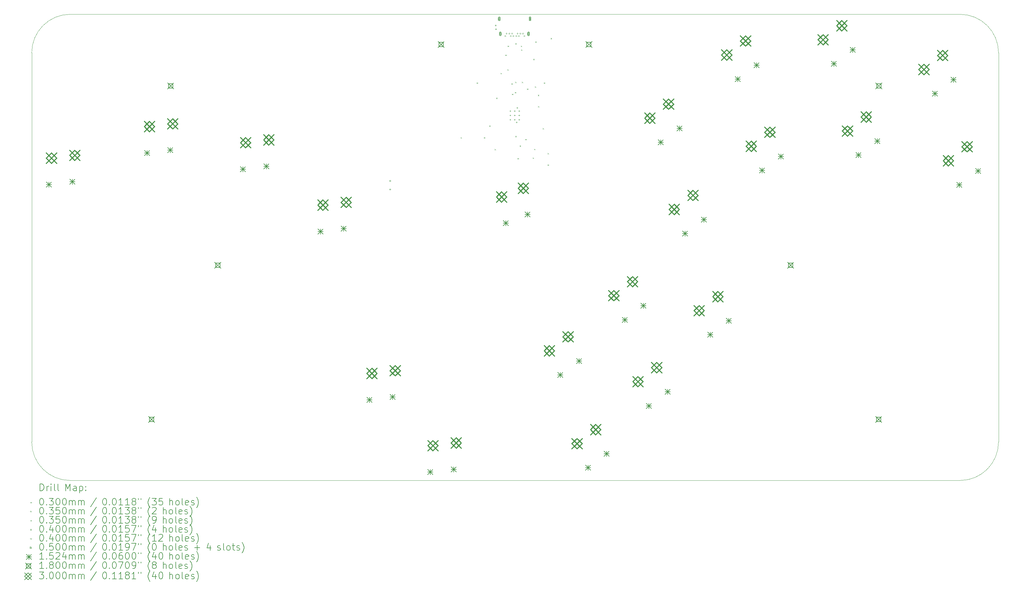
<source format=gbr>
%TF.GenerationSoftware,KiCad,Pcbnew,(7.0.0)*%
%TF.CreationDate,2023-03-15T22:50:02-07:00*%
%TF.ProjectId,OpenRectangle,4f70656e-5265-4637-9461-6e676c652e6b,rev?*%
%TF.SameCoordinates,Original*%
%TF.FileFunction,Drillmap*%
%TF.FilePolarity,Positive*%
%FSLAX45Y45*%
G04 Gerber Fmt 4.5, Leading zero omitted, Abs format (unit mm)*
G04 Created by KiCad (PCBNEW (7.0.0)) date 2023-03-15 22:50:02*
%MOMM*%
%LPD*%
G01*
G04 APERTURE LIST*
%ADD10C,0.100000*%
%ADD11C,0.200000*%
%ADD12C,0.030000*%
%ADD13C,0.035000*%
%ADD14C,0.040000*%
%ADD15C,0.050000*%
%ADD16C,0.152400*%
%ADD17C,0.180000*%
%ADD18C,0.300000*%
G04 APERTURE END LIST*
D10*
X6861000Y-16162000D02*
X32881000Y-16162000D01*
X32881000Y-2540000D02*
X6861000Y-2540000D01*
X6861000Y-2540000D02*
G75*
G03*
X5736000Y-3665000I0J-1125000D01*
G01*
X34006000Y-3665000D02*
G75*
G03*
X32881000Y-2540000I-1125000J0D01*
G01*
X5736000Y-3665000D02*
X5736000Y-15037000D01*
X34006000Y-3665000D02*
X34006000Y-15037000D01*
X5736000Y-15037000D02*
G75*
G03*
X6861000Y-16162000I1125000J0D01*
G01*
X32881000Y-16162000D02*
G75*
G03*
X34006000Y-15037000I0J1125000D01*
G01*
D11*
D12*
X18276109Y-6133109D02*
X18306109Y-6163109D01*
X18306109Y-6133109D02*
X18276109Y-6163109D01*
X18747750Y-4531500D02*
X18777750Y-4561500D01*
X18777750Y-4531500D02*
X18747750Y-4561500D01*
X18957950Y-6132960D02*
X18987950Y-6162960D01*
X18987950Y-6132960D02*
X18957950Y-6162960D01*
X19116275Y-5790402D02*
X19146275Y-5820402D01*
X19146275Y-5790402D02*
X19116275Y-5820402D01*
X19271500Y-6476202D02*
X19301500Y-6506202D01*
X19301500Y-6476202D02*
X19271500Y-6506202D01*
X19319475Y-4977602D02*
X19349475Y-5007602D01*
X19349475Y-4977602D02*
X19319475Y-5007602D01*
X19447000Y-4252000D02*
X19477000Y-4282000D01*
X19477000Y-4252000D02*
X19447000Y-4282000D01*
X19585000Y-3720000D02*
X19615000Y-3750000D01*
X19615000Y-3720000D02*
X19585000Y-3750000D01*
X19645000Y-4148000D02*
X19675000Y-4178000D01*
X19675000Y-4148000D02*
X19645000Y-4178000D01*
X19652000Y-3456000D02*
X19682000Y-3486000D01*
X19682000Y-3456000D02*
X19652000Y-3486000D01*
X19763975Y-4558502D02*
X19793975Y-4588502D01*
X19793975Y-4558502D02*
X19763975Y-4588502D01*
X19779500Y-4861725D02*
X19809500Y-4891725D01*
X19809500Y-4861725D02*
X19779500Y-4891725D01*
X19865575Y-4812502D02*
X19895575Y-4842502D01*
X19895575Y-4812502D02*
X19865575Y-4842502D01*
X19875100Y-4509289D02*
X19905100Y-4539289D01*
X19905100Y-4509289D02*
X19875100Y-4539289D01*
X19877800Y-3386000D02*
X19907800Y-3416000D01*
X19907800Y-3386000D02*
X19877800Y-3416000D01*
X19878275Y-6095202D02*
X19908275Y-6125202D01*
X19908275Y-6095202D02*
X19878275Y-6125202D01*
X19941775Y-6742902D02*
X19971775Y-6772902D01*
X19971775Y-6742902D02*
X19941775Y-6772902D01*
X20005275Y-6374602D02*
X20035275Y-6404602D01*
X20035275Y-6374602D02*
X20005275Y-6404602D01*
X20037000Y-3456000D02*
X20067000Y-3486000D01*
X20067000Y-3456000D02*
X20037000Y-3486000D01*
X20046000Y-3566000D02*
X20076000Y-3596000D01*
X20076000Y-3566000D02*
X20046000Y-3596000D01*
X20065600Y-4509289D02*
X20095600Y-4539289D01*
X20095600Y-4509289D02*
X20065600Y-4539289D01*
X20170375Y-6184102D02*
X20200375Y-6214102D01*
X20200375Y-6184102D02*
X20170375Y-6214102D01*
X20221175Y-4710902D02*
X20251175Y-4740902D01*
X20251175Y-4710902D02*
X20221175Y-4740902D01*
X20386274Y-6724000D02*
X20416274Y-6754000D01*
X20416274Y-6724000D02*
X20386274Y-6754000D01*
X20402000Y-3842000D02*
X20432000Y-3872000D01*
X20432000Y-3842000D02*
X20402000Y-3872000D01*
X20426274Y-6472000D02*
X20456274Y-6502000D01*
X20456274Y-6472000D02*
X20426274Y-6502000D01*
X20450000Y-4648500D02*
X20480000Y-4678500D01*
X20480000Y-4648500D02*
X20450000Y-4678500D01*
X20460000Y-3335050D02*
X20490000Y-3365050D01*
X20490000Y-3335050D02*
X20460000Y-3365050D01*
X20538675Y-4892000D02*
X20568675Y-4922000D01*
X20568675Y-4892000D02*
X20538675Y-4922000D01*
X20541000Y-5223000D02*
X20571000Y-5253000D01*
X20571000Y-5223000D02*
X20541000Y-5253000D01*
X20675200Y-5868189D02*
X20705200Y-5898189D01*
X20705200Y-5868189D02*
X20675200Y-5898189D01*
X20711000Y-4532500D02*
X20741000Y-4562500D01*
X20741000Y-4532500D02*
X20711000Y-4562500D01*
X20819050Y-6594000D02*
X20849050Y-6624000D01*
X20849050Y-6594000D02*
X20819050Y-6624000D01*
X20819391Y-6927391D02*
X20849391Y-6957391D01*
X20849391Y-6927391D02*
X20819391Y-6957391D01*
X20911159Y-3231841D02*
X20941159Y-3261841D01*
X20941159Y-3231841D02*
X20911159Y-3261841D01*
D13*
X19936175Y-5699450D02*
G75*
G03*
X19936175Y-5699450I-17500J0D01*
G01*
X19948875Y-5275725D02*
G75*
G03*
X19948875Y-5275725I-17500J0D01*
G01*
X19730500Y-5344500D02*
X19730500Y-5379500D01*
X19713000Y-5362000D02*
X19748000Y-5362000D01*
X19730500Y-5472000D02*
X19730500Y-5507000D01*
X19713000Y-5489500D02*
X19748000Y-5489500D01*
X19730500Y-5599500D02*
X19730500Y-5634500D01*
X19713000Y-5617000D02*
X19748000Y-5617000D01*
X19858000Y-5344500D02*
X19858000Y-5379500D01*
X19840500Y-5362000D02*
X19875500Y-5362000D01*
X19858000Y-5472000D02*
X19858000Y-5507000D01*
X19840500Y-5489500D02*
X19875500Y-5489500D01*
X19858000Y-5599500D02*
X19858000Y-5634500D01*
X19840500Y-5617000D02*
X19875500Y-5617000D01*
X19985500Y-5344500D02*
X19985500Y-5379500D01*
X19968000Y-5362000D02*
X20003000Y-5362000D01*
X19985500Y-5472000D02*
X19985500Y-5507000D01*
X19968000Y-5489500D02*
X20003000Y-5489500D01*
X19985500Y-5599500D02*
X19985500Y-5634500D01*
X19968000Y-5617000D02*
X20003000Y-5617000D01*
D14*
X16227142Y-7419142D02*
X16227142Y-7390858D01*
X16198858Y-7390858D01*
X16198858Y-7419142D01*
X16227142Y-7419142D01*
X16227142Y-7669142D02*
X16227142Y-7640858D01*
X16198858Y-7640858D01*
X16198858Y-7669142D01*
X16227142Y-7669142D01*
X19314142Y-2878142D02*
X19314142Y-2849858D01*
X19285858Y-2849858D01*
X19285858Y-2878142D01*
X19314142Y-2878142D01*
X19324142Y-2988142D02*
X19324142Y-2959858D01*
X19295858Y-2959858D01*
X19295858Y-2988142D01*
X19324142Y-2988142D01*
X19577850Y-3191000D02*
X19597850Y-3171000D01*
X19577850Y-3151000D01*
X19557850Y-3171000D01*
X19577850Y-3191000D01*
X19617850Y-3121000D02*
X19637850Y-3101000D01*
X19617850Y-3081000D01*
X19597850Y-3101000D01*
X19617850Y-3121000D01*
X19697850Y-3121000D02*
X19717850Y-3101000D01*
X19697850Y-3081000D01*
X19677850Y-3101000D01*
X19697850Y-3121000D01*
X19737850Y-3191000D02*
X19757850Y-3171000D01*
X19737850Y-3151000D01*
X19717850Y-3171000D01*
X19737850Y-3191000D01*
X19777850Y-3121000D02*
X19797850Y-3101000D01*
X19777850Y-3081000D01*
X19757850Y-3101000D01*
X19777850Y-3121000D01*
X19817850Y-3191000D02*
X19837850Y-3171000D01*
X19817850Y-3151000D01*
X19797850Y-3171000D01*
X19817850Y-3191000D01*
X19897850Y-3191000D02*
X19917850Y-3171000D01*
X19897850Y-3151000D01*
X19877850Y-3171000D01*
X19897850Y-3191000D01*
X19937850Y-3121000D02*
X19957850Y-3101000D01*
X19937850Y-3081000D01*
X19917850Y-3101000D01*
X19937850Y-3121000D01*
X19977850Y-3191000D02*
X19997850Y-3171000D01*
X19977850Y-3151000D01*
X19957850Y-3171000D01*
X19977850Y-3191000D01*
X20017850Y-3121000D02*
X20037850Y-3101000D01*
X20017850Y-3081000D01*
X19997850Y-3101000D01*
X20017850Y-3121000D01*
X20097850Y-3121000D02*
X20117850Y-3101000D01*
X20097850Y-3081000D01*
X20077850Y-3101000D01*
X20097850Y-3121000D01*
X20137850Y-3191000D02*
X20157850Y-3171000D01*
X20137850Y-3151000D01*
X20117850Y-3171000D01*
X20137850Y-3191000D01*
D15*
X19383850Y-2647000D02*
X19433850Y-2697000D01*
X19433850Y-2647000D02*
X19383850Y-2697000D01*
X19433850Y-2672000D02*
G75*
G03*
X19433850Y-2672000I-25000J0D01*
G01*
D11*
X19433850Y-2702000D02*
X19433850Y-2642000D01*
X19433850Y-2642000D02*
G75*
G03*
X19383850Y-2642000I-25000J0D01*
G01*
X19383850Y-2642000D02*
X19383850Y-2702000D01*
X19383850Y-2702000D02*
G75*
G03*
X19433850Y-2702000I25000J0D01*
G01*
D15*
X19412350Y-3086000D02*
X19462350Y-3136000D01*
X19462350Y-3086000D02*
X19412350Y-3136000D01*
X19462350Y-3111000D02*
G75*
G03*
X19462350Y-3111000I-25000J0D01*
G01*
D11*
X19462350Y-3141000D02*
X19462350Y-3081000D01*
X19462350Y-3081000D02*
G75*
G03*
X19412350Y-3081000I-25000J0D01*
G01*
X19412350Y-3081000D02*
X19412350Y-3141000D01*
X19412350Y-3141000D02*
G75*
G03*
X19462350Y-3141000I25000J0D01*
G01*
D15*
X20238350Y-3086000D02*
X20288350Y-3136000D01*
X20288350Y-3086000D02*
X20238350Y-3136000D01*
X20288350Y-3111000D02*
G75*
G03*
X20288350Y-3111000I-25000J0D01*
G01*
D11*
X20288350Y-3141000D02*
X20288350Y-3081000D01*
X20288350Y-3081000D02*
G75*
G03*
X20238350Y-3081000I-25000J0D01*
G01*
X20238350Y-3081000D02*
X20238350Y-3141000D01*
X20238350Y-3141000D02*
G75*
G03*
X20288350Y-3141000I25000J0D01*
G01*
D15*
X20281850Y-2647000D02*
X20331850Y-2697000D01*
X20331850Y-2647000D02*
X20281850Y-2697000D01*
X20331850Y-2672000D02*
G75*
G03*
X20331850Y-2672000I-25000J0D01*
G01*
D11*
X20331850Y-2702000D02*
X20331850Y-2642000D01*
X20331850Y-2642000D02*
G75*
G03*
X20281850Y-2642000I-25000J0D01*
G01*
X20281850Y-2642000D02*
X20281850Y-2702000D01*
X20281850Y-2702000D02*
G75*
G03*
X20331850Y-2702000I25000J0D01*
G01*
D16*
X6166572Y-7435962D02*
X6318972Y-7588362D01*
X6318972Y-7435962D02*
X6166572Y-7588362D01*
X6242772Y-7435962D02*
X6242772Y-7588362D01*
X6166572Y-7512162D02*
X6318972Y-7512162D01*
X6845675Y-7354967D02*
X6998075Y-7507367D01*
X6998075Y-7354967D02*
X6845675Y-7507367D01*
X6921875Y-7354967D02*
X6921875Y-7507367D01*
X6845675Y-7431167D02*
X6998075Y-7431167D01*
X9030386Y-6515508D02*
X9182786Y-6667908D01*
X9182786Y-6515508D02*
X9030386Y-6667908D01*
X9106586Y-6515508D02*
X9106586Y-6667908D01*
X9030386Y-6591708D02*
X9182786Y-6591708D01*
X9709489Y-6434513D02*
X9861889Y-6586913D01*
X9861889Y-6434513D02*
X9709489Y-6586913D01*
X9785689Y-6434513D02*
X9785689Y-6586913D01*
X9709489Y-6510713D02*
X9861889Y-6510713D01*
X11839919Y-6986104D02*
X11992319Y-7138504D01*
X11992319Y-6986104D02*
X11839919Y-7138504D01*
X11916119Y-6986104D02*
X11916119Y-7138504D01*
X11839919Y-7062304D02*
X11992319Y-7062304D01*
X12519022Y-6905109D02*
X12671422Y-7057509D01*
X12671422Y-6905109D02*
X12519022Y-7057509D01*
X12595222Y-6905109D02*
X12595222Y-7057509D01*
X12519022Y-6981309D02*
X12671422Y-6981309D01*
X14102128Y-8810057D02*
X14254528Y-8962457D01*
X14254528Y-8810057D02*
X14102128Y-8962457D01*
X14178328Y-8810057D02*
X14178328Y-8962457D01*
X14102128Y-8886257D02*
X14254528Y-8886257D01*
X14781231Y-8729062D02*
X14933631Y-8881462D01*
X14933631Y-8729062D02*
X14781231Y-8881462D01*
X14857431Y-8729062D02*
X14857431Y-8881462D01*
X14781231Y-8805262D02*
X14933631Y-8805262D01*
X15534744Y-13729112D02*
X15687144Y-13881512D01*
X15687144Y-13729112D02*
X15534744Y-13881512D01*
X15610944Y-13729112D02*
X15610944Y-13881512D01*
X15534744Y-13805312D02*
X15687144Y-13805312D01*
X16213847Y-13648117D02*
X16366247Y-13800517D01*
X16366247Y-13648117D02*
X16213847Y-13800517D01*
X16290047Y-13648117D02*
X16290047Y-13800517D01*
X16213847Y-13724317D02*
X16366247Y-13724317D01*
X17318105Y-15839489D02*
X17470505Y-15991889D01*
X17470505Y-15839489D02*
X17318105Y-15991889D01*
X17394305Y-15839489D02*
X17394305Y-15991889D01*
X17318105Y-15915689D02*
X17470505Y-15915689D01*
X17997208Y-15758494D02*
X18149608Y-15910894D01*
X18149608Y-15758494D02*
X17997208Y-15910894D01*
X18073408Y-15758494D02*
X18073408Y-15910894D01*
X17997208Y-15834694D02*
X18149608Y-15834694D01*
X19527650Y-8564487D02*
X19680050Y-8716887D01*
X19680050Y-8564487D02*
X19527650Y-8716887D01*
X19603850Y-8564487D02*
X19603850Y-8716887D01*
X19527650Y-8640687D02*
X19680050Y-8640687D01*
X20162650Y-8310487D02*
X20315050Y-8462887D01*
X20315050Y-8310487D02*
X20162650Y-8462887D01*
X20238850Y-8310487D02*
X20238850Y-8462887D01*
X20162650Y-8386687D02*
X20315050Y-8386687D01*
X21117553Y-13001574D02*
X21269953Y-13153974D01*
X21269953Y-13001574D02*
X21117553Y-13153974D01*
X21193753Y-13001574D02*
X21193753Y-13153974D01*
X21117553Y-13077774D02*
X21269953Y-13077774D01*
X21665176Y-12591879D02*
X21817576Y-12744279D01*
X21817576Y-12591879D02*
X21665176Y-12744279D01*
X21741376Y-12591879D02*
X21741376Y-12744279D01*
X21665176Y-12668079D02*
X21817576Y-12668079D01*
X21924680Y-15713814D02*
X22077080Y-15866214D01*
X22077080Y-15713814D02*
X21924680Y-15866214D01*
X22000880Y-15713814D02*
X22000880Y-15866214D01*
X21924680Y-15790014D02*
X22077080Y-15790014D01*
X22472303Y-15304119D02*
X22624703Y-15456519D01*
X22624703Y-15304119D02*
X22472303Y-15456519D01*
X22548503Y-15304119D02*
X22548503Y-15456519D01*
X22472303Y-15380319D02*
X22624703Y-15380319D01*
X23000791Y-11391126D02*
X23153191Y-11543526D01*
X23153191Y-11391126D02*
X23000791Y-11543526D01*
X23076991Y-11391126D02*
X23076991Y-11543526D01*
X23000791Y-11467326D02*
X23153191Y-11467326D01*
X23548414Y-10981431D02*
X23700814Y-11133831D01*
X23700814Y-10981431D02*
X23548414Y-11133831D01*
X23624614Y-10981431D02*
X23624614Y-11133831D01*
X23548414Y-11057631D02*
X23700814Y-11057631D01*
X23707919Y-13903366D02*
X23860319Y-14055766D01*
X23860319Y-13903366D02*
X23707919Y-14055766D01*
X23784119Y-13903366D02*
X23784119Y-14055766D01*
X23707919Y-13979566D02*
X23860319Y-13979566D01*
X24053658Y-6202743D02*
X24206058Y-6355143D01*
X24206058Y-6202743D02*
X24053658Y-6355143D01*
X24129858Y-6202743D02*
X24129858Y-6355143D01*
X24053658Y-6278943D02*
X24206058Y-6278943D01*
X24255541Y-13493671D02*
X24407941Y-13646071D01*
X24407941Y-13493671D02*
X24255541Y-13646071D01*
X24331741Y-13493671D02*
X24331741Y-13646071D01*
X24255541Y-13569871D02*
X24407941Y-13569871D01*
X24601281Y-5793048D02*
X24753681Y-5945448D01*
X24753681Y-5793048D02*
X24601281Y-5945448D01*
X24677481Y-5793048D02*
X24677481Y-5945448D01*
X24601281Y-5869248D02*
X24753681Y-5869248D01*
X24768232Y-8869568D02*
X24920632Y-9021968D01*
X24920632Y-8869568D02*
X24768232Y-9021968D01*
X24844432Y-8869568D02*
X24844432Y-9021968D01*
X24768232Y-8945768D02*
X24920632Y-8945768D01*
X25315854Y-8459872D02*
X25468254Y-8612272D01*
X25468254Y-8459872D02*
X25315854Y-8612272D01*
X25392054Y-8459872D02*
X25392054Y-8612272D01*
X25315854Y-8536072D02*
X25468254Y-8536072D01*
X25497447Y-11827985D02*
X25649847Y-11980385D01*
X25649847Y-11827985D02*
X25497447Y-11980385D01*
X25573647Y-11827985D02*
X25573647Y-11980385D01*
X25497447Y-11904185D02*
X25649847Y-11904185D01*
X26045070Y-11418290D02*
X26197470Y-11570690D01*
X26197470Y-11418290D02*
X26045070Y-11570690D01*
X26121270Y-11418290D02*
X26121270Y-11570690D01*
X26045070Y-11494490D02*
X26197470Y-11494490D01*
X26304621Y-4357682D02*
X26457021Y-4510082D01*
X26457021Y-4357682D02*
X26304621Y-4510082D01*
X26380821Y-4357682D02*
X26380821Y-4510082D01*
X26304621Y-4433882D02*
X26457021Y-4433882D01*
X26852244Y-3947987D02*
X27004644Y-4100387D01*
X27004644Y-3947987D02*
X26852244Y-4100387D01*
X26928444Y-3947987D02*
X26928444Y-4100387D01*
X26852244Y-4024187D02*
X27004644Y-4024187D01*
X27019220Y-7024603D02*
X27171620Y-7177003D01*
X27171620Y-7024603D02*
X27019220Y-7177003D01*
X27095420Y-7024603D02*
X27095420Y-7177003D01*
X27019220Y-7100803D02*
X27171620Y-7100803D01*
X27566843Y-6614908D02*
X27719243Y-6767308D01*
X27719243Y-6614908D02*
X27566843Y-6767308D01*
X27643043Y-6614908D02*
X27643043Y-6767308D01*
X27566843Y-6691108D02*
X27719243Y-6691108D01*
X29120502Y-3911164D02*
X29272902Y-4063564D01*
X29272902Y-3911164D02*
X29120502Y-4063564D01*
X29196702Y-3911164D02*
X29196702Y-4063564D01*
X29120502Y-3987364D02*
X29272902Y-3987364D01*
X29668125Y-3501468D02*
X29820525Y-3653868D01*
X29820525Y-3501468D02*
X29668125Y-3653868D01*
X29744325Y-3501468D02*
X29744325Y-3653868D01*
X29668125Y-3577668D02*
X29820525Y-3577668D01*
X29835102Y-6578085D02*
X29987502Y-6730485D01*
X29987502Y-6578085D02*
X29835102Y-6730485D01*
X29911302Y-6578085D02*
X29911302Y-6730485D01*
X29835102Y-6654285D02*
X29987502Y-6654285D01*
X30382724Y-6168390D02*
X30535124Y-6320790D01*
X30535124Y-6168390D02*
X30382724Y-6320790D01*
X30458924Y-6168390D02*
X30458924Y-6320790D01*
X30382724Y-6244590D02*
X30535124Y-6244590D01*
X32068492Y-4781421D02*
X32220892Y-4933821D01*
X32220892Y-4781421D02*
X32068492Y-4933821D01*
X32144692Y-4781421D02*
X32144692Y-4933821D01*
X32068492Y-4857621D02*
X32220892Y-4857621D01*
X32616115Y-4371726D02*
X32768515Y-4524126D01*
X32768515Y-4371726D02*
X32616115Y-4524126D01*
X32692315Y-4371726D02*
X32692315Y-4524126D01*
X32616115Y-4447926D02*
X32768515Y-4447926D01*
X32783091Y-7448342D02*
X32935491Y-7600742D01*
X32935491Y-7448342D02*
X32783091Y-7600742D01*
X32859291Y-7448342D02*
X32859291Y-7600742D01*
X32783091Y-7524542D02*
X32935491Y-7524542D01*
X33330714Y-7038647D02*
X33483114Y-7191047D01*
X33483114Y-7038647D02*
X33330714Y-7191047D01*
X33406914Y-7038647D02*
X33406914Y-7191047D01*
X33330714Y-7114847D02*
X33483114Y-7114847D01*
D17*
X9149500Y-14290000D02*
X9329500Y-14470000D01*
X9329500Y-14290000D02*
X9149500Y-14470000D01*
X9303140Y-14443640D02*
X9303140Y-14316360D01*
X9175860Y-14316360D01*
X9175860Y-14443640D01*
X9303140Y-14443640D01*
X9710000Y-4541338D02*
X9890000Y-4721338D01*
X9890000Y-4541338D02*
X9710000Y-4721338D01*
X9863640Y-4694979D02*
X9863640Y-4567698D01*
X9736360Y-4567698D01*
X9736360Y-4694979D01*
X9863640Y-4694979D01*
X11086500Y-9786000D02*
X11266500Y-9966000D01*
X11266500Y-9786000D02*
X11086500Y-9966000D01*
X11240140Y-9939640D02*
X11240140Y-9812360D01*
X11112860Y-9812360D01*
X11112860Y-9939640D01*
X11240140Y-9939640D01*
X17620000Y-3334000D02*
X17800000Y-3514000D01*
X17800000Y-3334000D02*
X17620000Y-3514000D01*
X17773640Y-3487640D02*
X17773640Y-3360360D01*
X17646360Y-3360360D01*
X17646360Y-3487640D01*
X17773640Y-3487640D01*
X21939000Y-3334000D02*
X22119000Y-3514000D01*
X22119000Y-3334000D02*
X21939000Y-3514000D01*
X22092640Y-3487640D02*
X22092640Y-3360360D01*
X21965360Y-3360360D01*
X21965360Y-3487640D01*
X22092640Y-3487640D01*
X27837500Y-9786000D02*
X28017500Y-9966000D01*
X28017500Y-9786000D02*
X27837500Y-9966000D01*
X27991140Y-9939640D02*
X27991140Y-9812360D01*
X27863860Y-9812360D01*
X27863860Y-9939640D01*
X27991140Y-9939640D01*
X30409500Y-14290000D02*
X30589500Y-14470000D01*
X30589500Y-14290000D02*
X30409500Y-14470000D01*
X30563140Y-14443640D02*
X30563140Y-14316360D01*
X30435860Y-14316360D01*
X30435860Y-14443640D01*
X30563140Y-14443640D01*
X30416000Y-4541338D02*
X30596000Y-4721338D01*
X30596000Y-4541338D02*
X30416000Y-4721338D01*
X30569640Y-4694979D02*
X30569640Y-4567698D01*
X30442360Y-4567698D01*
X30442360Y-4694979D01*
X30569640Y-4694979D01*
D18*
X6167320Y-6593257D02*
X6467320Y-6893257D01*
X6467320Y-6593257D02*
X6167320Y-6893257D01*
X6317320Y-6893257D02*
X6467320Y-6743257D01*
X6317320Y-6593257D01*
X6167320Y-6743257D01*
X6317320Y-6893257D01*
X6846423Y-6512262D02*
X7146423Y-6812262D01*
X7146423Y-6512262D02*
X6846423Y-6812262D01*
X6996423Y-6812262D02*
X7146423Y-6662262D01*
X6996423Y-6512262D01*
X6846423Y-6662262D01*
X6996423Y-6812262D01*
X9031133Y-5672803D02*
X9331133Y-5972803D01*
X9331133Y-5672803D02*
X9031133Y-5972803D01*
X9181133Y-5972803D02*
X9331133Y-5822803D01*
X9181133Y-5672803D01*
X9031133Y-5822803D01*
X9181133Y-5972803D01*
X9710236Y-5591808D02*
X10010236Y-5891808D01*
X10010236Y-5591808D02*
X9710236Y-5891808D01*
X9860236Y-5891808D02*
X10010236Y-5741808D01*
X9860236Y-5591808D01*
X9710236Y-5741808D01*
X9860236Y-5891808D01*
X11840666Y-6143399D02*
X12140666Y-6443399D01*
X12140666Y-6143399D02*
X11840666Y-6443399D01*
X11990666Y-6443399D02*
X12140666Y-6293399D01*
X11990666Y-6143399D01*
X11840666Y-6293399D01*
X11990666Y-6443399D01*
X12519769Y-6062403D02*
X12819769Y-6362403D01*
X12819769Y-6062403D02*
X12519769Y-6362403D01*
X12669769Y-6362403D02*
X12819769Y-6212403D01*
X12669769Y-6062403D01*
X12519769Y-6212403D01*
X12669769Y-6362403D01*
X14102876Y-7967351D02*
X14402876Y-8267351D01*
X14402876Y-7967351D02*
X14102876Y-8267351D01*
X14252876Y-8267351D02*
X14402876Y-8117351D01*
X14252876Y-7967351D01*
X14102876Y-8117351D01*
X14252876Y-8267351D01*
X14781979Y-7886356D02*
X15081979Y-8186356D01*
X15081979Y-7886356D02*
X14781979Y-8186356D01*
X14931979Y-8186356D02*
X15081979Y-8036356D01*
X14931979Y-7886356D01*
X14781979Y-8036356D01*
X14931979Y-8186356D01*
X15535492Y-12886406D02*
X15835492Y-13186406D01*
X15835492Y-12886406D02*
X15535492Y-13186406D01*
X15685492Y-13186406D02*
X15835492Y-13036406D01*
X15685492Y-12886406D01*
X15535492Y-13036406D01*
X15685492Y-13186406D01*
X16214595Y-12805411D02*
X16514595Y-13105411D01*
X16514595Y-12805411D02*
X16214595Y-13105411D01*
X16364595Y-13105411D02*
X16514595Y-12955411D01*
X16364595Y-12805411D01*
X16214595Y-12955411D01*
X16364595Y-13105411D01*
X17318853Y-14996783D02*
X17618853Y-15296783D01*
X17618853Y-14996783D02*
X17318853Y-15296783D01*
X17468853Y-15296783D02*
X17618853Y-15146783D01*
X17468853Y-14996783D01*
X17318853Y-15146783D01*
X17468853Y-15296783D01*
X17997956Y-14915788D02*
X18297956Y-15215788D01*
X18297956Y-14915788D02*
X17997956Y-15215788D01*
X18147956Y-15215788D02*
X18297956Y-15065788D01*
X18147956Y-14915788D01*
X17997956Y-15065788D01*
X18147956Y-15215788D01*
X19326850Y-7728687D02*
X19626850Y-8028687D01*
X19626850Y-7728687D02*
X19326850Y-8028687D01*
X19476850Y-8028687D02*
X19626850Y-7878687D01*
X19476850Y-7728687D01*
X19326850Y-7878687D01*
X19476850Y-8028687D01*
X19961850Y-7474687D02*
X20261850Y-7774687D01*
X20261850Y-7474687D02*
X19961850Y-7774687D01*
X20111850Y-7774687D02*
X20261850Y-7624687D01*
X20111850Y-7474687D01*
X19961850Y-7624687D01*
X20111850Y-7774687D01*
X20723860Y-12224609D02*
X21023860Y-12524609D01*
X21023860Y-12224609D02*
X20723860Y-12524609D01*
X20873860Y-12524609D02*
X21023860Y-12374609D01*
X20873860Y-12224609D01*
X20723860Y-12374609D01*
X20873860Y-12524609D01*
X21271483Y-11814913D02*
X21571483Y-12114913D01*
X21571483Y-11814913D02*
X21271483Y-12114913D01*
X21421483Y-12114913D02*
X21571483Y-11964913D01*
X21421483Y-11814913D01*
X21271483Y-11964913D01*
X21421483Y-12114913D01*
X21530988Y-14936848D02*
X21830988Y-15236848D01*
X21830988Y-14936848D02*
X21530988Y-15236848D01*
X21680988Y-15236848D02*
X21830988Y-15086848D01*
X21680988Y-14936848D01*
X21530988Y-15086848D01*
X21680988Y-15236848D01*
X22078611Y-14527153D02*
X22378610Y-14827153D01*
X22378610Y-14527153D02*
X22078611Y-14827153D01*
X22228611Y-14827153D02*
X22378610Y-14677153D01*
X22228611Y-14527153D01*
X22078611Y-14677153D01*
X22228611Y-14827153D01*
X22607099Y-10614161D02*
X22907099Y-10914161D01*
X22907099Y-10614161D02*
X22607099Y-10914161D01*
X22757099Y-10914161D02*
X22907099Y-10764161D01*
X22757099Y-10614161D01*
X22607099Y-10764161D01*
X22757099Y-10914161D01*
X23154722Y-10204466D02*
X23454722Y-10504466D01*
X23454722Y-10204466D02*
X23154722Y-10504466D01*
X23304722Y-10504466D02*
X23454722Y-10354466D01*
X23304722Y-10204466D01*
X23154722Y-10354466D01*
X23304722Y-10504466D01*
X23314226Y-13126401D02*
X23614226Y-13426401D01*
X23614226Y-13126401D02*
X23314226Y-13426401D01*
X23464226Y-13426401D02*
X23614226Y-13276401D01*
X23464226Y-13126401D01*
X23314226Y-13276401D01*
X23464226Y-13426401D01*
X23659965Y-5425778D02*
X23959965Y-5725778D01*
X23959965Y-5425778D02*
X23659965Y-5725778D01*
X23809965Y-5725778D02*
X23959965Y-5575778D01*
X23809965Y-5425778D01*
X23659965Y-5575778D01*
X23809965Y-5725778D01*
X23861849Y-12716705D02*
X24161849Y-13016705D01*
X24161849Y-12716705D02*
X23861849Y-13016705D01*
X24011849Y-13016705D02*
X24161849Y-12866705D01*
X24011849Y-12716705D01*
X23861849Y-12866705D01*
X24011849Y-13016705D01*
X24207588Y-5016082D02*
X24507588Y-5316082D01*
X24507588Y-5016082D02*
X24207588Y-5316082D01*
X24357588Y-5316082D02*
X24507588Y-5166082D01*
X24357588Y-5016082D01*
X24207588Y-5166082D01*
X24357588Y-5316082D01*
X24374539Y-8092602D02*
X24674539Y-8392602D01*
X24674539Y-8092602D02*
X24374539Y-8392602D01*
X24524539Y-8392602D02*
X24674539Y-8242602D01*
X24524539Y-8092602D01*
X24374539Y-8242602D01*
X24524539Y-8392602D01*
X24922162Y-7682907D02*
X25222162Y-7982907D01*
X25222162Y-7682907D02*
X24922162Y-7982907D01*
X25072162Y-7982907D02*
X25222162Y-7832907D01*
X25072162Y-7682907D01*
X24922162Y-7832907D01*
X25072162Y-7982907D01*
X25103754Y-11051020D02*
X25403754Y-11351020D01*
X25403754Y-11051020D02*
X25103754Y-11351020D01*
X25253754Y-11351020D02*
X25403754Y-11201020D01*
X25253754Y-11051020D01*
X25103754Y-11201020D01*
X25253754Y-11351020D01*
X25651377Y-10641324D02*
X25951377Y-10941324D01*
X25951377Y-10641324D02*
X25651377Y-10941324D01*
X25801377Y-10941324D02*
X25951377Y-10791324D01*
X25801377Y-10641324D01*
X25651377Y-10791324D01*
X25801377Y-10941324D01*
X25910928Y-3580717D02*
X26210928Y-3880717D01*
X26210928Y-3580717D02*
X25910928Y-3880717D01*
X26060928Y-3880717D02*
X26210928Y-3730717D01*
X26060928Y-3580717D01*
X25910928Y-3730717D01*
X26060928Y-3880717D01*
X26458551Y-3171021D02*
X26758551Y-3471021D01*
X26758551Y-3171021D02*
X26458551Y-3471021D01*
X26608551Y-3471021D02*
X26758551Y-3321021D01*
X26608551Y-3171021D01*
X26458551Y-3321021D01*
X26608551Y-3471021D01*
X26625527Y-6247638D02*
X26925527Y-6547638D01*
X26925527Y-6247638D02*
X26625527Y-6547638D01*
X26775527Y-6547638D02*
X26925527Y-6397638D01*
X26775527Y-6247638D01*
X26625527Y-6397638D01*
X26775527Y-6547638D01*
X27173150Y-5837942D02*
X27473150Y-6137942D01*
X27473150Y-5837942D02*
X27173150Y-6137942D01*
X27323150Y-6137942D02*
X27473150Y-5987942D01*
X27323150Y-5837942D01*
X27173150Y-5987942D01*
X27323150Y-6137942D01*
X28726809Y-3134198D02*
X29026809Y-3434198D01*
X29026809Y-3134198D02*
X28726809Y-3434198D01*
X28876809Y-3434198D02*
X29026809Y-3284198D01*
X28876809Y-3134198D01*
X28726809Y-3284198D01*
X28876809Y-3434198D01*
X29274432Y-2724503D02*
X29574432Y-3024503D01*
X29574432Y-2724503D02*
X29274432Y-3024503D01*
X29424432Y-3024503D02*
X29574432Y-2874503D01*
X29424432Y-2724503D01*
X29274432Y-2874503D01*
X29424432Y-3024503D01*
X29441409Y-5801119D02*
X29741409Y-6101119D01*
X29741409Y-5801119D02*
X29441409Y-6101119D01*
X29591409Y-6101119D02*
X29741409Y-5951119D01*
X29591409Y-5801119D01*
X29441409Y-5951119D01*
X29591409Y-6101119D01*
X29989032Y-5391424D02*
X30289032Y-5691424D01*
X30289032Y-5391424D02*
X29989032Y-5691424D01*
X30139032Y-5691424D02*
X30289032Y-5541424D01*
X30139032Y-5391424D01*
X29989032Y-5541424D01*
X30139032Y-5691424D01*
X31674799Y-4004456D02*
X31974799Y-4304456D01*
X31974799Y-4004456D02*
X31674799Y-4304456D01*
X31824799Y-4304456D02*
X31974799Y-4154456D01*
X31824799Y-4004456D01*
X31674799Y-4154456D01*
X31824799Y-4304456D01*
X32222422Y-3594760D02*
X32522422Y-3894760D01*
X32522422Y-3594760D02*
X32222422Y-3894760D01*
X32372422Y-3894760D02*
X32522422Y-3744760D01*
X32372422Y-3594760D01*
X32222422Y-3744760D01*
X32372422Y-3894760D01*
X32389398Y-6671377D02*
X32689398Y-6971377D01*
X32689398Y-6671377D02*
X32389398Y-6971377D01*
X32539398Y-6971377D02*
X32689398Y-6821377D01*
X32539398Y-6671377D01*
X32389398Y-6821377D01*
X32539398Y-6971377D01*
X32937021Y-6261681D02*
X33237021Y-6561681D01*
X33237021Y-6261681D02*
X32937021Y-6561681D01*
X33087021Y-6561681D02*
X33237021Y-6411681D01*
X33087021Y-6261681D01*
X32937021Y-6411681D01*
X33087021Y-6561681D01*
D11*
X5978619Y-16460476D02*
X5978619Y-16260476D01*
X5978619Y-16260476D02*
X6026238Y-16260476D01*
X6026238Y-16260476D02*
X6054809Y-16270000D01*
X6054809Y-16270000D02*
X6073857Y-16289048D01*
X6073857Y-16289048D02*
X6083381Y-16308095D01*
X6083381Y-16308095D02*
X6092905Y-16346190D01*
X6092905Y-16346190D02*
X6092905Y-16374762D01*
X6092905Y-16374762D02*
X6083381Y-16412857D01*
X6083381Y-16412857D02*
X6073857Y-16431905D01*
X6073857Y-16431905D02*
X6054809Y-16450952D01*
X6054809Y-16450952D02*
X6026238Y-16460476D01*
X6026238Y-16460476D02*
X5978619Y-16460476D01*
X6178619Y-16460476D02*
X6178619Y-16327143D01*
X6178619Y-16365238D02*
X6188143Y-16346190D01*
X6188143Y-16346190D02*
X6197667Y-16336667D01*
X6197667Y-16336667D02*
X6216714Y-16327143D01*
X6216714Y-16327143D02*
X6235762Y-16327143D01*
X6302428Y-16460476D02*
X6302428Y-16327143D01*
X6302428Y-16260476D02*
X6292905Y-16270000D01*
X6292905Y-16270000D02*
X6302428Y-16279524D01*
X6302428Y-16279524D02*
X6311952Y-16270000D01*
X6311952Y-16270000D02*
X6302428Y-16260476D01*
X6302428Y-16260476D02*
X6302428Y-16279524D01*
X6426238Y-16460476D02*
X6407190Y-16450952D01*
X6407190Y-16450952D02*
X6397667Y-16431905D01*
X6397667Y-16431905D02*
X6397667Y-16260476D01*
X6531000Y-16460476D02*
X6511952Y-16450952D01*
X6511952Y-16450952D02*
X6502428Y-16431905D01*
X6502428Y-16431905D02*
X6502428Y-16260476D01*
X6727190Y-16460476D02*
X6727190Y-16260476D01*
X6727190Y-16260476D02*
X6793857Y-16403333D01*
X6793857Y-16403333D02*
X6860524Y-16260476D01*
X6860524Y-16260476D02*
X6860524Y-16460476D01*
X7041476Y-16460476D02*
X7041476Y-16355714D01*
X7041476Y-16355714D02*
X7031952Y-16336667D01*
X7031952Y-16336667D02*
X7012905Y-16327143D01*
X7012905Y-16327143D02*
X6974809Y-16327143D01*
X6974809Y-16327143D02*
X6955762Y-16336667D01*
X7041476Y-16450952D02*
X7022428Y-16460476D01*
X7022428Y-16460476D02*
X6974809Y-16460476D01*
X6974809Y-16460476D02*
X6955762Y-16450952D01*
X6955762Y-16450952D02*
X6946238Y-16431905D01*
X6946238Y-16431905D02*
X6946238Y-16412857D01*
X6946238Y-16412857D02*
X6955762Y-16393809D01*
X6955762Y-16393809D02*
X6974809Y-16384286D01*
X6974809Y-16384286D02*
X7022428Y-16384286D01*
X7022428Y-16384286D02*
X7041476Y-16374762D01*
X7136714Y-16327143D02*
X7136714Y-16527143D01*
X7136714Y-16336667D02*
X7155762Y-16327143D01*
X7155762Y-16327143D02*
X7193857Y-16327143D01*
X7193857Y-16327143D02*
X7212905Y-16336667D01*
X7212905Y-16336667D02*
X7222428Y-16346190D01*
X7222428Y-16346190D02*
X7231952Y-16365238D01*
X7231952Y-16365238D02*
X7231952Y-16422381D01*
X7231952Y-16422381D02*
X7222428Y-16441428D01*
X7222428Y-16441428D02*
X7212905Y-16450952D01*
X7212905Y-16450952D02*
X7193857Y-16460476D01*
X7193857Y-16460476D02*
X7155762Y-16460476D01*
X7155762Y-16460476D02*
X7136714Y-16450952D01*
X7317667Y-16441428D02*
X7327190Y-16450952D01*
X7327190Y-16450952D02*
X7317667Y-16460476D01*
X7317667Y-16460476D02*
X7308143Y-16450952D01*
X7308143Y-16450952D02*
X7317667Y-16441428D01*
X7317667Y-16441428D02*
X7317667Y-16460476D01*
X7317667Y-16336667D02*
X7327190Y-16346190D01*
X7327190Y-16346190D02*
X7317667Y-16355714D01*
X7317667Y-16355714D02*
X7308143Y-16346190D01*
X7308143Y-16346190D02*
X7317667Y-16336667D01*
X7317667Y-16336667D02*
X7317667Y-16355714D01*
D12*
X5701000Y-16792000D02*
X5731000Y-16822000D01*
X5731000Y-16792000D02*
X5701000Y-16822000D01*
D11*
X6016714Y-16680476D02*
X6035762Y-16680476D01*
X6035762Y-16680476D02*
X6054809Y-16690000D01*
X6054809Y-16690000D02*
X6064333Y-16699524D01*
X6064333Y-16699524D02*
X6073857Y-16718571D01*
X6073857Y-16718571D02*
X6083381Y-16756667D01*
X6083381Y-16756667D02*
X6083381Y-16804286D01*
X6083381Y-16804286D02*
X6073857Y-16842381D01*
X6073857Y-16842381D02*
X6064333Y-16861429D01*
X6064333Y-16861429D02*
X6054809Y-16870952D01*
X6054809Y-16870952D02*
X6035762Y-16880476D01*
X6035762Y-16880476D02*
X6016714Y-16880476D01*
X6016714Y-16880476D02*
X5997667Y-16870952D01*
X5997667Y-16870952D02*
X5988143Y-16861429D01*
X5988143Y-16861429D02*
X5978619Y-16842381D01*
X5978619Y-16842381D02*
X5969095Y-16804286D01*
X5969095Y-16804286D02*
X5969095Y-16756667D01*
X5969095Y-16756667D02*
X5978619Y-16718571D01*
X5978619Y-16718571D02*
X5988143Y-16699524D01*
X5988143Y-16699524D02*
X5997667Y-16690000D01*
X5997667Y-16690000D02*
X6016714Y-16680476D01*
X6169095Y-16861429D02*
X6178619Y-16870952D01*
X6178619Y-16870952D02*
X6169095Y-16880476D01*
X6169095Y-16880476D02*
X6159571Y-16870952D01*
X6159571Y-16870952D02*
X6169095Y-16861429D01*
X6169095Y-16861429D02*
X6169095Y-16880476D01*
X6245286Y-16680476D02*
X6369095Y-16680476D01*
X6369095Y-16680476D02*
X6302428Y-16756667D01*
X6302428Y-16756667D02*
X6331000Y-16756667D01*
X6331000Y-16756667D02*
X6350048Y-16766190D01*
X6350048Y-16766190D02*
X6359571Y-16775714D01*
X6359571Y-16775714D02*
X6369095Y-16794762D01*
X6369095Y-16794762D02*
X6369095Y-16842381D01*
X6369095Y-16842381D02*
X6359571Y-16861429D01*
X6359571Y-16861429D02*
X6350048Y-16870952D01*
X6350048Y-16870952D02*
X6331000Y-16880476D01*
X6331000Y-16880476D02*
X6273857Y-16880476D01*
X6273857Y-16880476D02*
X6254809Y-16870952D01*
X6254809Y-16870952D02*
X6245286Y-16861429D01*
X6492905Y-16680476D02*
X6511952Y-16680476D01*
X6511952Y-16680476D02*
X6531000Y-16690000D01*
X6531000Y-16690000D02*
X6540524Y-16699524D01*
X6540524Y-16699524D02*
X6550048Y-16718571D01*
X6550048Y-16718571D02*
X6559571Y-16756667D01*
X6559571Y-16756667D02*
X6559571Y-16804286D01*
X6559571Y-16804286D02*
X6550048Y-16842381D01*
X6550048Y-16842381D02*
X6540524Y-16861429D01*
X6540524Y-16861429D02*
X6531000Y-16870952D01*
X6531000Y-16870952D02*
X6511952Y-16880476D01*
X6511952Y-16880476D02*
X6492905Y-16880476D01*
X6492905Y-16880476D02*
X6473857Y-16870952D01*
X6473857Y-16870952D02*
X6464333Y-16861429D01*
X6464333Y-16861429D02*
X6454809Y-16842381D01*
X6454809Y-16842381D02*
X6445286Y-16804286D01*
X6445286Y-16804286D02*
X6445286Y-16756667D01*
X6445286Y-16756667D02*
X6454809Y-16718571D01*
X6454809Y-16718571D02*
X6464333Y-16699524D01*
X6464333Y-16699524D02*
X6473857Y-16690000D01*
X6473857Y-16690000D02*
X6492905Y-16680476D01*
X6683381Y-16680476D02*
X6702429Y-16680476D01*
X6702429Y-16680476D02*
X6721476Y-16690000D01*
X6721476Y-16690000D02*
X6731000Y-16699524D01*
X6731000Y-16699524D02*
X6740524Y-16718571D01*
X6740524Y-16718571D02*
X6750048Y-16756667D01*
X6750048Y-16756667D02*
X6750048Y-16804286D01*
X6750048Y-16804286D02*
X6740524Y-16842381D01*
X6740524Y-16842381D02*
X6731000Y-16861429D01*
X6731000Y-16861429D02*
X6721476Y-16870952D01*
X6721476Y-16870952D02*
X6702429Y-16880476D01*
X6702429Y-16880476D02*
X6683381Y-16880476D01*
X6683381Y-16880476D02*
X6664333Y-16870952D01*
X6664333Y-16870952D02*
X6654809Y-16861429D01*
X6654809Y-16861429D02*
X6645286Y-16842381D01*
X6645286Y-16842381D02*
X6635762Y-16804286D01*
X6635762Y-16804286D02*
X6635762Y-16756667D01*
X6635762Y-16756667D02*
X6645286Y-16718571D01*
X6645286Y-16718571D02*
X6654809Y-16699524D01*
X6654809Y-16699524D02*
X6664333Y-16690000D01*
X6664333Y-16690000D02*
X6683381Y-16680476D01*
X6835762Y-16880476D02*
X6835762Y-16747143D01*
X6835762Y-16766190D02*
X6845286Y-16756667D01*
X6845286Y-16756667D02*
X6864333Y-16747143D01*
X6864333Y-16747143D02*
X6892905Y-16747143D01*
X6892905Y-16747143D02*
X6911952Y-16756667D01*
X6911952Y-16756667D02*
X6921476Y-16775714D01*
X6921476Y-16775714D02*
X6921476Y-16880476D01*
X6921476Y-16775714D02*
X6931000Y-16756667D01*
X6931000Y-16756667D02*
X6950048Y-16747143D01*
X6950048Y-16747143D02*
X6978619Y-16747143D01*
X6978619Y-16747143D02*
X6997667Y-16756667D01*
X6997667Y-16756667D02*
X7007190Y-16775714D01*
X7007190Y-16775714D02*
X7007190Y-16880476D01*
X7102429Y-16880476D02*
X7102429Y-16747143D01*
X7102429Y-16766190D02*
X7111952Y-16756667D01*
X7111952Y-16756667D02*
X7131000Y-16747143D01*
X7131000Y-16747143D02*
X7159571Y-16747143D01*
X7159571Y-16747143D02*
X7178619Y-16756667D01*
X7178619Y-16756667D02*
X7188143Y-16775714D01*
X7188143Y-16775714D02*
X7188143Y-16880476D01*
X7188143Y-16775714D02*
X7197667Y-16756667D01*
X7197667Y-16756667D02*
X7216714Y-16747143D01*
X7216714Y-16747143D02*
X7245286Y-16747143D01*
X7245286Y-16747143D02*
X7264333Y-16756667D01*
X7264333Y-16756667D02*
X7273857Y-16775714D01*
X7273857Y-16775714D02*
X7273857Y-16880476D01*
X7631952Y-16670952D02*
X7460524Y-16928095D01*
X7856714Y-16680476D02*
X7875762Y-16680476D01*
X7875762Y-16680476D02*
X7894810Y-16690000D01*
X7894810Y-16690000D02*
X7904333Y-16699524D01*
X7904333Y-16699524D02*
X7913857Y-16718571D01*
X7913857Y-16718571D02*
X7923381Y-16756667D01*
X7923381Y-16756667D02*
X7923381Y-16804286D01*
X7923381Y-16804286D02*
X7913857Y-16842381D01*
X7913857Y-16842381D02*
X7904333Y-16861429D01*
X7904333Y-16861429D02*
X7894810Y-16870952D01*
X7894810Y-16870952D02*
X7875762Y-16880476D01*
X7875762Y-16880476D02*
X7856714Y-16880476D01*
X7856714Y-16880476D02*
X7837667Y-16870952D01*
X7837667Y-16870952D02*
X7828143Y-16861429D01*
X7828143Y-16861429D02*
X7818619Y-16842381D01*
X7818619Y-16842381D02*
X7809095Y-16804286D01*
X7809095Y-16804286D02*
X7809095Y-16756667D01*
X7809095Y-16756667D02*
X7818619Y-16718571D01*
X7818619Y-16718571D02*
X7828143Y-16699524D01*
X7828143Y-16699524D02*
X7837667Y-16690000D01*
X7837667Y-16690000D02*
X7856714Y-16680476D01*
X8009095Y-16861429D02*
X8018619Y-16870952D01*
X8018619Y-16870952D02*
X8009095Y-16880476D01*
X8009095Y-16880476D02*
X7999571Y-16870952D01*
X7999571Y-16870952D02*
X8009095Y-16861429D01*
X8009095Y-16861429D02*
X8009095Y-16880476D01*
X8142429Y-16680476D02*
X8161476Y-16680476D01*
X8161476Y-16680476D02*
X8180524Y-16690000D01*
X8180524Y-16690000D02*
X8190048Y-16699524D01*
X8190048Y-16699524D02*
X8199571Y-16718571D01*
X8199571Y-16718571D02*
X8209095Y-16756667D01*
X8209095Y-16756667D02*
X8209095Y-16804286D01*
X8209095Y-16804286D02*
X8199571Y-16842381D01*
X8199571Y-16842381D02*
X8190048Y-16861429D01*
X8190048Y-16861429D02*
X8180524Y-16870952D01*
X8180524Y-16870952D02*
X8161476Y-16880476D01*
X8161476Y-16880476D02*
X8142429Y-16880476D01*
X8142429Y-16880476D02*
X8123381Y-16870952D01*
X8123381Y-16870952D02*
X8113857Y-16861429D01*
X8113857Y-16861429D02*
X8104333Y-16842381D01*
X8104333Y-16842381D02*
X8094810Y-16804286D01*
X8094810Y-16804286D02*
X8094810Y-16756667D01*
X8094810Y-16756667D02*
X8104333Y-16718571D01*
X8104333Y-16718571D02*
X8113857Y-16699524D01*
X8113857Y-16699524D02*
X8123381Y-16690000D01*
X8123381Y-16690000D02*
X8142429Y-16680476D01*
X8399572Y-16880476D02*
X8285286Y-16880476D01*
X8342429Y-16880476D02*
X8342429Y-16680476D01*
X8342429Y-16680476D02*
X8323381Y-16709048D01*
X8323381Y-16709048D02*
X8304333Y-16728095D01*
X8304333Y-16728095D02*
X8285286Y-16737619D01*
X8590048Y-16880476D02*
X8475762Y-16880476D01*
X8532905Y-16880476D02*
X8532905Y-16680476D01*
X8532905Y-16680476D02*
X8513857Y-16709048D01*
X8513857Y-16709048D02*
X8494810Y-16728095D01*
X8494810Y-16728095D02*
X8475762Y-16737619D01*
X8704333Y-16766190D02*
X8685286Y-16756667D01*
X8685286Y-16756667D02*
X8675762Y-16747143D01*
X8675762Y-16747143D02*
X8666238Y-16728095D01*
X8666238Y-16728095D02*
X8666238Y-16718571D01*
X8666238Y-16718571D02*
X8675762Y-16699524D01*
X8675762Y-16699524D02*
X8685286Y-16690000D01*
X8685286Y-16690000D02*
X8704333Y-16680476D01*
X8704333Y-16680476D02*
X8742429Y-16680476D01*
X8742429Y-16680476D02*
X8761476Y-16690000D01*
X8761476Y-16690000D02*
X8771000Y-16699524D01*
X8771000Y-16699524D02*
X8780524Y-16718571D01*
X8780524Y-16718571D02*
X8780524Y-16728095D01*
X8780524Y-16728095D02*
X8771000Y-16747143D01*
X8771000Y-16747143D02*
X8761476Y-16756667D01*
X8761476Y-16756667D02*
X8742429Y-16766190D01*
X8742429Y-16766190D02*
X8704333Y-16766190D01*
X8704333Y-16766190D02*
X8685286Y-16775714D01*
X8685286Y-16775714D02*
X8675762Y-16785238D01*
X8675762Y-16785238D02*
X8666238Y-16804286D01*
X8666238Y-16804286D02*
X8666238Y-16842381D01*
X8666238Y-16842381D02*
X8675762Y-16861429D01*
X8675762Y-16861429D02*
X8685286Y-16870952D01*
X8685286Y-16870952D02*
X8704333Y-16880476D01*
X8704333Y-16880476D02*
X8742429Y-16880476D01*
X8742429Y-16880476D02*
X8761476Y-16870952D01*
X8761476Y-16870952D02*
X8771000Y-16861429D01*
X8771000Y-16861429D02*
X8780524Y-16842381D01*
X8780524Y-16842381D02*
X8780524Y-16804286D01*
X8780524Y-16804286D02*
X8771000Y-16785238D01*
X8771000Y-16785238D02*
X8761476Y-16775714D01*
X8761476Y-16775714D02*
X8742429Y-16766190D01*
X8856714Y-16680476D02*
X8856714Y-16718571D01*
X8932905Y-16680476D02*
X8932905Y-16718571D01*
X9195762Y-16956667D02*
X9186238Y-16947143D01*
X9186238Y-16947143D02*
X9167191Y-16918571D01*
X9167191Y-16918571D02*
X9157667Y-16899524D01*
X9157667Y-16899524D02*
X9148143Y-16870952D01*
X9148143Y-16870952D02*
X9138619Y-16823333D01*
X9138619Y-16823333D02*
X9138619Y-16785238D01*
X9138619Y-16785238D02*
X9148143Y-16737619D01*
X9148143Y-16737619D02*
X9157667Y-16709048D01*
X9157667Y-16709048D02*
X9167191Y-16690000D01*
X9167191Y-16690000D02*
X9186238Y-16661428D01*
X9186238Y-16661428D02*
X9195762Y-16651905D01*
X9252905Y-16680476D02*
X9376714Y-16680476D01*
X9376714Y-16680476D02*
X9310048Y-16756667D01*
X9310048Y-16756667D02*
X9338619Y-16756667D01*
X9338619Y-16756667D02*
X9357667Y-16766190D01*
X9357667Y-16766190D02*
X9367191Y-16775714D01*
X9367191Y-16775714D02*
X9376714Y-16794762D01*
X9376714Y-16794762D02*
X9376714Y-16842381D01*
X9376714Y-16842381D02*
X9367191Y-16861429D01*
X9367191Y-16861429D02*
X9357667Y-16870952D01*
X9357667Y-16870952D02*
X9338619Y-16880476D01*
X9338619Y-16880476D02*
X9281476Y-16880476D01*
X9281476Y-16880476D02*
X9262429Y-16870952D01*
X9262429Y-16870952D02*
X9252905Y-16861429D01*
X9557667Y-16680476D02*
X9462429Y-16680476D01*
X9462429Y-16680476D02*
X9452905Y-16775714D01*
X9452905Y-16775714D02*
X9462429Y-16766190D01*
X9462429Y-16766190D02*
X9481476Y-16756667D01*
X9481476Y-16756667D02*
X9529095Y-16756667D01*
X9529095Y-16756667D02*
X9548143Y-16766190D01*
X9548143Y-16766190D02*
X9557667Y-16775714D01*
X9557667Y-16775714D02*
X9567191Y-16794762D01*
X9567191Y-16794762D02*
X9567191Y-16842381D01*
X9567191Y-16842381D02*
X9557667Y-16861429D01*
X9557667Y-16861429D02*
X9548143Y-16870952D01*
X9548143Y-16870952D02*
X9529095Y-16880476D01*
X9529095Y-16880476D02*
X9481476Y-16880476D01*
X9481476Y-16880476D02*
X9462429Y-16870952D01*
X9462429Y-16870952D02*
X9452905Y-16861429D01*
X9772905Y-16880476D02*
X9772905Y-16680476D01*
X9858619Y-16880476D02*
X9858619Y-16775714D01*
X9858619Y-16775714D02*
X9849095Y-16756667D01*
X9849095Y-16756667D02*
X9830048Y-16747143D01*
X9830048Y-16747143D02*
X9801476Y-16747143D01*
X9801476Y-16747143D02*
X9782429Y-16756667D01*
X9782429Y-16756667D02*
X9772905Y-16766190D01*
X9982429Y-16880476D02*
X9963381Y-16870952D01*
X9963381Y-16870952D02*
X9953857Y-16861429D01*
X9953857Y-16861429D02*
X9944334Y-16842381D01*
X9944334Y-16842381D02*
X9944334Y-16785238D01*
X9944334Y-16785238D02*
X9953857Y-16766190D01*
X9953857Y-16766190D02*
X9963381Y-16756667D01*
X9963381Y-16756667D02*
X9982429Y-16747143D01*
X9982429Y-16747143D02*
X10011000Y-16747143D01*
X10011000Y-16747143D02*
X10030048Y-16756667D01*
X10030048Y-16756667D02*
X10039572Y-16766190D01*
X10039572Y-16766190D02*
X10049095Y-16785238D01*
X10049095Y-16785238D02*
X10049095Y-16842381D01*
X10049095Y-16842381D02*
X10039572Y-16861429D01*
X10039572Y-16861429D02*
X10030048Y-16870952D01*
X10030048Y-16870952D02*
X10011000Y-16880476D01*
X10011000Y-16880476D02*
X9982429Y-16880476D01*
X10163381Y-16880476D02*
X10144334Y-16870952D01*
X10144334Y-16870952D02*
X10134810Y-16851905D01*
X10134810Y-16851905D02*
X10134810Y-16680476D01*
X10315762Y-16870952D02*
X10296715Y-16880476D01*
X10296715Y-16880476D02*
X10258619Y-16880476D01*
X10258619Y-16880476D02*
X10239572Y-16870952D01*
X10239572Y-16870952D02*
X10230048Y-16851905D01*
X10230048Y-16851905D02*
X10230048Y-16775714D01*
X10230048Y-16775714D02*
X10239572Y-16756667D01*
X10239572Y-16756667D02*
X10258619Y-16747143D01*
X10258619Y-16747143D02*
X10296715Y-16747143D01*
X10296715Y-16747143D02*
X10315762Y-16756667D01*
X10315762Y-16756667D02*
X10325286Y-16775714D01*
X10325286Y-16775714D02*
X10325286Y-16794762D01*
X10325286Y-16794762D02*
X10230048Y-16813810D01*
X10401476Y-16870952D02*
X10420524Y-16880476D01*
X10420524Y-16880476D02*
X10458619Y-16880476D01*
X10458619Y-16880476D02*
X10477667Y-16870952D01*
X10477667Y-16870952D02*
X10487191Y-16851905D01*
X10487191Y-16851905D02*
X10487191Y-16842381D01*
X10487191Y-16842381D02*
X10477667Y-16823333D01*
X10477667Y-16823333D02*
X10458619Y-16813810D01*
X10458619Y-16813810D02*
X10430048Y-16813810D01*
X10430048Y-16813810D02*
X10411000Y-16804286D01*
X10411000Y-16804286D02*
X10401476Y-16785238D01*
X10401476Y-16785238D02*
X10401476Y-16775714D01*
X10401476Y-16775714D02*
X10411000Y-16756667D01*
X10411000Y-16756667D02*
X10430048Y-16747143D01*
X10430048Y-16747143D02*
X10458619Y-16747143D01*
X10458619Y-16747143D02*
X10477667Y-16756667D01*
X10553857Y-16956667D02*
X10563381Y-16947143D01*
X10563381Y-16947143D02*
X10582429Y-16918571D01*
X10582429Y-16918571D02*
X10591953Y-16899524D01*
X10591953Y-16899524D02*
X10601476Y-16870952D01*
X10601476Y-16870952D02*
X10611000Y-16823333D01*
X10611000Y-16823333D02*
X10611000Y-16785238D01*
X10611000Y-16785238D02*
X10601476Y-16737619D01*
X10601476Y-16737619D02*
X10591953Y-16709048D01*
X10591953Y-16709048D02*
X10582429Y-16690000D01*
X10582429Y-16690000D02*
X10563381Y-16661428D01*
X10563381Y-16661428D02*
X10553857Y-16651905D01*
D13*
X5731000Y-17071000D02*
G75*
G03*
X5731000Y-17071000I-17500J0D01*
G01*
D11*
X6016714Y-16944476D02*
X6035762Y-16944476D01*
X6035762Y-16944476D02*
X6054809Y-16954000D01*
X6054809Y-16954000D02*
X6064333Y-16963524D01*
X6064333Y-16963524D02*
X6073857Y-16982571D01*
X6073857Y-16982571D02*
X6083381Y-17020667D01*
X6083381Y-17020667D02*
X6083381Y-17068286D01*
X6083381Y-17068286D02*
X6073857Y-17106381D01*
X6073857Y-17106381D02*
X6064333Y-17125429D01*
X6064333Y-17125429D02*
X6054809Y-17134952D01*
X6054809Y-17134952D02*
X6035762Y-17144476D01*
X6035762Y-17144476D02*
X6016714Y-17144476D01*
X6016714Y-17144476D02*
X5997667Y-17134952D01*
X5997667Y-17134952D02*
X5988143Y-17125429D01*
X5988143Y-17125429D02*
X5978619Y-17106381D01*
X5978619Y-17106381D02*
X5969095Y-17068286D01*
X5969095Y-17068286D02*
X5969095Y-17020667D01*
X5969095Y-17020667D02*
X5978619Y-16982571D01*
X5978619Y-16982571D02*
X5988143Y-16963524D01*
X5988143Y-16963524D02*
X5997667Y-16954000D01*
X5997667Y-16954000D02*
X6016714Y-16944476D01*
X6169095Y-17125429D02*
X6178619Y-17134952D01*
X6178619Y-17134952D02*
X6169095Y-17144476D01*
X6169095Y-17144476D02*
X6159571Y-17134952D01*
X6159571Y-17134952D02*
X6169095Y-17125429D01*
X6169095Y-17125429D02*
X6169095Y-17144476D01*
X6245286Y-16944476D02*
X6369095Y-16944476D01*
X6369095Y-16944476D02*
X6302428Y-17020667D01*
X6302428Y-17020667D02*
X6331000Y-17020667D01*
X6331000Y-17020667D02*
X6350048Y-17030190D01*
X6350048Y-17030190D02*
X6359571Y-17039714D01*
X6359571Y-17039714D02*
X6369095Y-17058762D01*
X6369095Y-17058762D02*
X6369095Y-17106381D01*
X6369095Y-17106381D02*
X6359571Y-17125429D01*
X6359571Y-17125429D02*
X6350048Y-17134952D01*
X6350048Y-17134952D02*
X6331000Y-17144476D01*
X6331000Y-17144476D02*
X6273857Y-17144476D01*
X6273857Y-17144476D02*
X6254809Y-17134952D01*
X6254809Y-17134952D02*
X6245286Y-17125429D01*
X6550048Y-16944476D02*
X6454809Y-16944476D01*
X6454809Y-16944476D02*
X6445286Y-17039714D01*
X6445286Y-17039714D02*
X6454809Y-17030190D01*
X6454809Y-17030190D02*
X6473857Y-17020667D01*
X6473857Y-17020667D02*
X6521476Y-17020667D01*
X6521476Y-17020667D02*
X6540524Y-17030190D01*
X6540524Y-17030190D02*
X6550048Y-17039714D01*
X6550048Y-17039714D02*
X6559571Y-17058762D01*
X6559571Y-17058762D02*
X6559571Y-17106381D01*
X6559571Y-17106381D02*
X6550048Y-17125429D01*
X6550048Y-17125429D02*
X6540524Y-17134952D01*
X6540524Y-17134952D02*
X6521476Y-17144476D01*
X6521476Y-17144476D02*
X6473857Y-17144476D01*
X6473857Y-17144476D02*
X6454809Y-17134952D01*
X6454809Y-17134952D02*
X6445286Y-17125429D01*
X6683381Y-16944476D02*
X6702429Y-16944476D01*
X6702429Y-16944476D02*
X6721476Y-16954000D01*
X6721476Y-16954000D02*
X6731000Y-16963524D01*
X6731000Y-16963524D02*
X6740524Y-16982571D01*
X6740524Y-16982571D02*
X6750048Y-17020667D01*
X6750048Y-17020667D02*
X6750048Y-17068286D01*
X6750048Y-17068286D02*
X6740524Y-17106381D01*
X6740524Y-17106381D02*
X6731000Y-17125429D01*
X6731000Y-17125429D02*
X6721476Y-17134952D01*
X6721476Y-17134952D02*
X6702429Y-17144476D01*
X6702429Y-17144476D02*
X6683381Y-17144476D01*
X6683381Y-17144476D02*
X6664333Y-17134952D01*
X6664333Y-17134952D02*
X6654809Y-17125429D01*
X6654809Y-17125429D02*
X6645286Y-17106381D01*
X6645286Y-17106381D02*
X6635762Y-17068286D01*
X6635762Y-17068286D02*
X6635762Y-17020667D01*
X6635762Y-17020667D02*
X6645286Y-16982571D01*
X6645286Y-16982571D02*
X6654809Y-16963524D01*
X6654809Y-16963524D02*
X6664333Y-16954000D01*
X6664333Y-16954000D02*
X6683381Y-16944476D01*
X6835762Y-17144476D02*
X6835762Y-17011143D01*
X6835762Y-17030190D02*
X6845286Y-17020667D01*
X6845286Y-17020667D02*
X6864333Y-17011143D01*
X6864333Y-17011143D02*
X6892905Y-17011143D01*
X6892905Y-17011143D02*
X6911952Y-17020667D01*
X6911952Y-17020667D02*
X6921476Y-17039714D01*
X6921476Y-17039714D02*
X6921476Y-17144476D01*
X6921476Y-17039714D02*
X6931000Y-17020667D01*
X6931000Y-17020667D02*
X6950048Y-17011143D01*
X6950048Y-17011143D02*
X6978619Y-17011143D01*
X6978619Y-17011143D02*
X6997667Y-17020667D01*
X6997667Y-17020667D02*
X7007190Y-17039714D01*
X7007190Y-17039714D02*
X7007190Y-17144476D01*
X7102429Y-17144476D02*
X7102429Y-17011143D01*
X7102429Y-17030190D02*
X7111952Y-17020667D01*
X7111952Y-17020667D02*
X7131000Y-17011143D01*
X7131000Y-17011143D02*
X7159571Y-17011143D01*
X7159571Y-17011143D02*
X7178619Y-17020667D01*
X7178619Y-17020667D02*
X7188143Y-17039714D01*
X7188143Y-17039714D02*
X7188143Y-17144476D01*
X7188143Y-17039714D02*
X7197667Y-17020667D01*
X7197667Y-17020667D02*
X7216714Y-17011143D01*
X7216714Y-17011143D02*
X7245286Y-17011143D01*
X7245286Y-17011143D02*
X7264333Y-17020667D01*
X7264333Y-17020667D02*
X7273857Y-17039714D01*
X7273857Y-17039714D02*
X7273857Y-17144476D01*
X7631952Y-16934952D02*
X7460524Y-17192095D01*
X7856714Y-16944476D02*
X7875762Y-16944476D01*
X7875762Y-16944476D02*
X7894810Y-16954000D01*
X7894810Y-16954000D02*
X7904333Y-16963524D01*
X7904333Y-16963524D02*
X7913857Y-16982571D01*
X7913857Y-16982571D02*
X7923381Y-17020667D01*
X7923381Y-17020667D02*
X7923381Y-17068286D01*
X7923381Y-17068286D02*
X7913857Y-17106381D01*
X7913857Y-17106381D02*
X7904333Y-17125429D01*
X7904333Y-17125429D02*
X7894810Y-17134952D01*
X7894810Y-17134952D02*
X7875762Y-17144476D01*
X7875762Y-17144476D02*
X7856714Y-17144476D01*
X7856714Y-17144476D02*
X7837667Y-17134952D01*
X7837667Y-17134952D02*
X7828143Y-17125429D01*
X7828143Y-17125429D02*
X7818619Y-17106381D01*
X7818619Y-17106381D02*
X7809095Y-17068286D01*
X7809095Y-17068286D02*
X7809095Y-17020667D01*
X7809095Y-17020667D02*
X7818619Y-16982571D01*
X7818619Y-16982571D02*
X7828143Y-16963524D01*
X7828143Y-16963524D02*
X7837667Y-16954000D01*
X7837667Y-16954000D02*
X7856714Y-16944476D01*
X8009095Y-17125429D02*
X8018619Y-17134952D01*
X8018619Y-17134952D02*
X8009095Y-17144476D01*
X8009095Y-17144476D02*
X7999571Y-17134952D01*
X7999571Y-17134952D02*
X8009095Y-17125429D01*
X8009095Y-17125429D02*
X8009095Y-17144476D01*
X8142429Y-16944476D02*
X8161476Y-16944476D01*
X8161476Y-16944476D02*
X8180524Y-16954000D01*
X8180524Y-16954000D02*
X8190048Y-16963524D01*
X8190048Y-16963524D02*
X8199571Y-16982571D01*
X8199571Y-16982571D02*
X8209095Y-17020667D01*
X8209095Y-17020667D02*
X8209095Y-17068286D01*
X8209095Y-17068286D02*
X8199571Y-17106381D01*
X8199571Y-17106381D02*
X8190048Y-17125429D01*
X8190048Y-17125429D02*
X8180524Y-17134952D01*
X8180524Y-17134952D02*
X8161476Y-17144476D01*
X8161476Y-17144476D02*
X8142429Y-17144476D01*
X8142429Y-17144476D02*
X8123381Y-17134952D01*
X8123381Y-17134952D02*
X8113857Y-17125429D01*
X8113857Y-17125429D02*
X8104333Y-17106381D01*
X8104333Y-17106381D02*
X8094810Y-17068286D01*
X8094810Y-17068286D02*
X8094810Y-17020667D01*
X8094810Y-17020667D02*
X8104333Y-16982571D01*
X8104333Y-16982571D02*
X8113857Y-16963524D01*
X8113857Y-16963524D02*
X8123381Y-16954000D01*
X8123381Y-16954000D02*
X8142429Y-16944476D01*
X8399572Y-17144476D02*
X8285286Y-17144476D01*
X8342429Y-17144476D02*
X8342429Y-16944476D01*
X8342429Y-16944476D02*
X8323381Y-16973048D01*
X8323381Y-16973048D02*
X8304333Y-16992095D01*
X8304333Y-16992095D02*
X8285286Y-17001619D01*
X8466238Y-16944476D02*
X8590048Y-16944476D01*
X8590048Y-16944476D02*
X8523381Y-17020667D01*
X8523381Y-17020667D02*
X8551953Y-17020667D01*
X8551953Y-17020667D02*
X8571000Y-17030190D01*
X8571000Y-17030190D02*
X8580524Y-17039714D01*
X8580524Y-17039714D02*
X8590048Y-17058762D01*
X8590048Y-17058762D02*
X8590048Y-17106381D01*
X8590048Y-17106381D02*
X8580524Y-17125429D01*
X8580524Y-17125429D02*
X8571000Y-17134952D01*
X8571000Y-17134952D02*
X8551953Y-17144476D01*
X8551953Y-17144476D02*
X8494810Y-17144476D01*
X8494810Y-17144476D02*
X8475762Y-17134952D01*
X8475762Y-17134952D02*
X8466238Y-17125429D01*
X8704333Y-17030190D02*
X8685286Y-17020667D01*
X8685286Y-17020667D02*
X8675762Y-17011143D01*
X8675762Y-17011143D02*
X8666238Y-16992095D01*
X8666238Y-16992095D02*
X8666238Y-16982571D01*
X8666238Y-16982571D02*
X8675762Y-16963524D01*
X8675762Y-16963524D02*
X8685286Y-16954000D01*
X8685286Y-16954000D02*
X8704333Y-16944476D01*
X8704333Y-16944476D02*
X8742429Y-16944476D01*
X8742429Y-16944476D02*
X8761476Y-16954000D01*
X8761476Y-16954000D02*
X8771000Y-16963524D01*
X8771000Y-16963524D02*
X8780524Y-16982571D01*
X8780524Y-16982571D02*
X8780524Y-16992095D01*
X8780524Y-16992095D02*
X8771000Y-17011143D01*
X8771000Y-17011143D02*
X8761476Y-17020667D01*
X8761476Y-17020667D02*
X8742429Y-17030190D01*
X8742429Y-17030190D02*
X8704333Y-17030190D01*
X8704333Y-17030190D02*
X8685286Y-17039714D01*
X8685286Y-17039714D02*
X8675762Y-17049238D01*
X8675762Y-17049238D02*
X8666238Y-17068286D01*
X8666238Y-17068286D02*
X8666238Y-17106381D01*
X8666238Y-17106381D02*
X8675762Y-17125429D01*
X8675762Y-17125429D02*
X8685286Y-17134952D01*
X8685286Y-17134952D02*
X8704333Y-17144476D01*
X8704333Y-17144476D02*
X8742429Y-17144476D01*
X8742429Y-17144476D02*
X8761476Y-17134952D01*
X8761476Y-17134952D02*
X8771000Y-17125429D01*
X8771000Y-17125429D02*
X8780524Y-17106381D01*
X8780524Y-17106381D02*
X8780524Y-17068286D01*
X8780524Y-17068286D02*
X8771000Y-17049238D01*
X8771000Y-17049238D02*
X8761476Y-17039714D01*
X8761476Y-17039714D02*
X8742429Y-17030190D01*
X8856714Y-16944476D02*
X8856714Y-16982571D01*
X8932905Y-16944476D02*
X8932905Y-16982571D01*
X9195762Y-17220667D02*
X9186238Y-17211143D01*
X9186238Y-17211143D02*
X9167191Y-17182571D01*
X9167191Y-17182571D02*
X9157667Y-17163524D01*
X9157667Y-17163524D02*
X9148143Y-17134952D01*
X9148143Y-17134952D02*
X9138619Y-17087333D01*
X9138619Y-17087333D02*
X9138619Y-17049238D01*
X9138619Y-17049238D02*
X9148143Y-17001619D01*
X9148143Y-17001619D02*
X9157667Y-16973048D01*
X9157667Y-16973048D02*
X9167191Y-16954000D01*
X9167191Y-16954000D02*
X9186238Y-16925429D01*
X9186238Y-16925429D02*
X9195762Y-16915905D01*
X9262429Y-16963524D02*
X9271953Y-16954000D01*
X9271953Y-16954000D02*
X9291000Y-16944476D01*
X9291000Y-16944476D02*
X9338619Y-16944476D01*
X9338619Y-16944476D02*
X9357667Y-16954000D01*
X9357667Y-16954000D02*
X9367191Y-16963524D01*
X9367191Y-16963524D02*
X9376714Y-16982571D01*
X9376714Y-16982571D02*
X9376714Y-17001619D01*
X9376714Y-17001619D02*
X9367191Y-17030190D01*
X9367191Y-17030190D02*
X9252905Y-17144476D01*
X9252905Y-17144476D02*
X9376714Y-17144476D01*
X9582429Y-17144476D02*
X9582429Y-16944476D01*
X9668143Y-17144476D02*
X9668143Y-17039714D01*
X9668143Y-17039714D02*
X9658619Y-17020667D01*
X9658619Y-17020667D02*
X9639572Y-17011143D01*
X9639572Y-17011143D02*
X9611000Y-17011143D01*
X9611000Y-17011143D02*
X9591953Y-17020667D01*
X9591953Y-17020667D02*
X9582429Y-17030190D01*
X9791953Y-17144476D02*
X9772905Y-17134952D01*
X9772905Y-17134952D02*
X9763381Y-17125429D01*
X9763381Y-17125429D02*
X9753857Y-17106381D01*
X9753857Y-17106381D02*
X9753857Y-17049238D01*
X9753857Y-17049238D02*
X9763381Y-17030190D01*
X9763381Y-17030190D02*
X9772905Y-17020667D01*
X9772905Y-17020667D02*
X9791953Y-17011143D01*
X9791953Y-17011143D02*
X9820524Y-17011143D01*
X9820524Y-17011143D02*
X9839572Y-17020667D01*
X9839572Y-17020667D02*
X9849095Y-17030190D01*
X9849095Y-17030190D02*
X9858619Y-17049238D01*
X9858619Y-17049238D02*
X9858619Y-17106381D01*
X9858619Y-17106381D02*
X9849095Y-17125429D01*
X9849095Y-17125429D02*
X9839572Y-17134952D01*
X9839572Y-17134952D02*
X9820524Y-17144476D01*
X9820524Y-17144476D02*
X9791953Y-17144476D01*
X9972905Y-17144476D02*
X9953857Y-17134952D01*
X9953857Y-17134952D02*
X9944334Y-17115905D01*
X9944334Y-17115905D02*
X9944334Y-16944476D01*
X10125286Y-17134952D02*
X10106238Y-17144476D01*
X10106238Y-17144476D02*
X10068143Y-17144476D01*
X10068143Y-17144476D02*
X10049095Y-17134952D01*
X10049095Y-17134952D02*
X10039572Y-17115905D01*
X10039572Y-17115905D02*
X10039572Y-17039714D01*
X10039572Y-17039714D02*
X10049095Y-17020667D01*
X10049095Y-17020667D02*
X10068143Y-17011143D01*
X10068143Y-17011143D02*
X10106238Y-17011143D01*
X10106238Y-17011143D02*
X10125286Y-17020667D01*
X10125286Y-17020667D02*
X10134810Y-17039714D01*
X10134810Y-17039714D02*
X10134810Y-17058762D01*
X10134810Y-17058762D02*
X10039572Y-17077810D01*
X10211000Y-17134952D02*
X10230048Y-17144476D01*
X10230048Y-17144476D02*
X10268143Y-17144476D01*
X10268143Y-17144476D02*
X10287191Y-17134952D01*
X10287191Y-17134952D02*
X10296715Y-17115905D01*
X10296715Y-17115905D02*
X10296715Y-17106381D01*
X10296715Y-17106381D02*
X10287191Y-17087333D01*
X10287191Y-17087333D02*
X10268143Y-17077810D01*
X10268143Y-17077810D02*
X10239572Y-17077810D01*
X10239572Y-17077810D02*
X10220524Y-17068286D01*
X10220524Y-17068286D02*
X10211000Y-17049238D01*
X10211000Y-17049238D02*
X10211000Y-17039714D01*
X10211000Y-17039714D02*
X10220524Y-17020667D01*
X10220524Y-17020667D02*
X10239572Y-17011143D01*
X10239572Y-17011143D02*
X10268143Y-17011143D01*
X10268143Y-17011143D02*
X10287191Y-17020667D01*
X10363381Y-17220667D02*
X10372905Y-17211143D01*
X10372905Y-17211143D02*
X10391953Y-17182571D01*
X10391953Y-17182571D02*
X10401476Y-17163524D01*
X10401476Y-17163524D02*
X10411000Y-17134952D01*
X10411000Y-17134952D02*
X10420524Y-17087333D01*
X10420524Y-17087333D02*
X10420524Y-17049238D01*
X10420524Y-17049238D02*
X10411000Y-17001619D01*
X10411000Y-17001619D02*
X10401476Y-16973048D01*
X10401476Y-16973048D02*
X10391953Y-16954000D01*
X10391953Y-16954000D02*
X10372905Y-16925429D01*
X10372905Y-16925429D02*
X10363381Y-16915905D01*
D13*
X5713500Y-17317500D02*
X5713500Y-17352500D01*
X5696000Y-17335000D02*
X5731000Y-17335000D01*
D11*
X6016714Y-17208476D02*
X6035762Y-17208476D01*
X6035762Y-17208476D02*
X6054809Y-17218000D01*
X6054809Y-17218000D02*
X6064333Y-17227524D01*
X6064333Y-17227524D02*
X6073857Y-17246571D01*
X6073857Y-17246571D02*
X6083381Y-17284667D01*
X6083381Y-17284667D02*
X6083381Y-17332286D01*
X6083381Y-17332286D02*
X6073857Y-17370381D01*
X6073857Y-17370381D02*
X6064333Y-17389429D01*
X6064333Y-17389429D02*
X6054809Y-17398952D01*
X6054809Y-17398952D02*
X6035762Y-17408476D01*
X6035762Y-17408476D02*
X6016714Y-17408476D01*
X6016714Y-17408476D02*
X5997667Y-17398952D01*
X5997667Y-17398952D02*
X5988143Y-17389429D01*
X5988143Y-17389429D02*
X5978619Y-17370381D01*
X5978619Y-17370381D02*
X5969095Y-17332286D01*
X5969095Y-17332286D02*
X5969095Y-17284667D01*
X5969095Y-17284667D02*
X5978619Y-17246571D01*
X5978619Y-17246571D02*
X5988143Y-17227524D01*
X5988143Y-17227524D02*
X5997667Y-17218000D01*
X5997667Y-17218000D02*
X6016714Y-17208476D01*
X6169095Y-17389429D02*
X6178619Y-17398952D01*
X6178619Y-17398952D02*
X6169095Y-17408476D01*
X6169095Y-17408476D02*
X6159571Y-17398952D01*
X6159571Y-17398952D02*
X6169095Y-17389429D01*
X6169095Y-17389429D02*
X6169095Y-17408476D01*
X6245286Y-17208476D02*
X6369095Y-17208476D01*
X6369095Y-17208476D02*
X6302428Y-17284667D01*
X6302428Y-17284667D02*
X6331000Y-17284667D01*
X6331000Y-17284667D02*
X6350048Y-17294190D01*
X6350048Y-17294190D02*
X6359571Y-17303714D01*
X6359571Y-17303714D02*
X6369095Y-17322762D01*
X6369095Y-17322762D02*
X6369095Y-17370381D01*
X6369095Y-17370381D02*
X6359571Y-17389429D01*
X6359571Y-17389429D02*
X6350048Y-17398952D01*
X6350048Y-17398952D02*
X6331000Y-17408476D01*
X6331000Y-17408476D02*
X6273857Y-17408476D01*
X6273857Y-17408476D02*
X6254809Y-17398952D01*
X6254809Y-17398952D02*
X6245286Y-17389429D01*
X6550048Y-17208476D02*
X6454809Y-17208476D01*
X6454809Y-17208476D02*
X6445286Y-17303714D01*
X6445286Y-17303714D02*
X6454809Y-17294190D01*
X6454809Y-17294190D02*
X6473857Y-17284667D01*
X6473857Y-17284667D02*
X6521476Y-17284667D01*
X6521476Y-17284667D02*
X6540524Y-17294190D01*
X6540524Y-17294190D02*
X6550048Y-17303714D01*
X6550048Y-17303714D02*
X6559571Y-17322762D01*
X6559571Y-17322762D02*
X6559571Y-17370381D01*
X6559571Y-17370381D02*
X6550048Y-17389429D01*
X6550048Y-17389429D02*
X6540524Y-17398952D01*
X6540524Y-17398952D02*
X6521476Y-17408476D01*
X6521476Y-17408476D02*
X6473857Y-17408476D01*
X6473857Y-17408476D02*
X6454809Y-17398952D01*
X6454809Y-17398952D02*
X6445286Y-17389429D01*
X6683381Y-17208476D02*
X6702429Y-17208476D01*
X6702429Y-17208476D02*
X6721476Y-17218000D01*
X6721476Y-17218000D02*
X6731000Y-17227524D01*
X6731000Y-17227524D02*
X6740524Y-17246571D01*
X6740524Y-17246571D02*
X6750048Y-17284667D01*
X6750048Y-17284667D02*
X6750048Y-17332286D01*
X6750048Y-17332286D02*
X6740524Y-17370381D01*
X6740524Y-17370381D02*
X6731000Y-17389429D01*
X6731000Y-17389429D02*
X6721476Y-17398952D01*
X6721476Y-17398952D02*
X6702429Y-17408476D01*
X6702429Y-17408476D02*
X6683381Y-17408476D01*
X6683381Y-17408476D02*
X6664333Y-17398952D01*
X6664333Y-17398952D02*
X6654809Y-17389429D01*
X6654809Y-17389429D02*
X6645286Y-17370381D01*
X6645286Y-17370381D02*
X6635762Y-17332286D01*
X6635762Y-17332286D02*
X6635762Y-17284667D01*
X6635762Y-17284667D02*
X6645286Y-17246571D01*
X6645286Y-17246571D02*
X6654809Y-17227524D01*
X6654809Y-17227524D02*
X6664333Y-17218000D01*
X6664333Y-17218000D02*
X6683381Y-17208476D01*
X6835762Y-17408476D02*
X6835762Y-17275143D01*
X6835762Y-17294190D02*
X6845286Y-17284667D01*
X6845286Y-17284667D02*
X6864333Y-17275143D01*
X6864333Y-17275143D02*
X6892905Y-17275143D01*
X6892905Y-17275143D02*
X6911952Y-17284667D01*
X6911952Y-17284667D02*
X6921476Y-17303714D01*
X6921476Y-17303714D02*
X6921476Y-17408476D01*
X6921476Y-17303714D02*
X6931000Y-17284667D01*
X6931000Y-17284667D02*
X6950048Y-17275143D01*
X6950048Y-17275143D02*
X6978619Y-17275143D01*
X6978619Y-17275143D02*
X6997667Y-17284667D01*
X6997667Y-17284667D02*
X7007190Y-17303714D01*
X7007190Y-17303714D02*
X7007190Y-17408476D01*
X7102429Y-17408476D02*
X7102429Y-17275143D01*
X7102429Y-17294190D02*
X7111952Y-17284667D01*
X7111952Y-17284667D02*
X7131000Y-17275143D01*
X7131000Y-17275143D02*
X7159571Y-17275143D01*
X7159571Y-17275143D02*
X7178619Y-17284667D01*
X7178619Y-17284667D02*
X7188143Y-17303714D01*
X7188143Y-17303714D02*
X7188143Y-17408476D01*
X7188143Y-17303714D02*
X7197667Y-17284667D01*
X7197667Y-17284667D02*
X7216714Y-17275143D01*
X7216714Y-17275143D02*
X7245286Y-17275143D01*
X7245286Y-17275143D02*
X7264333Y-17284667D01*
X7264333Y-17284667D02*
X7273857Y-17303714D01*
X7273857Y-17303714D02*
X7273857Y-17408476D01*
X7631952Y-17198952D02*
X7460524Y-17456095D01*
X7856714Y-17208476D02*
X7875762Y-17208476D01*
X7875762Y-17208476D02*
X7894810Y-17218000D01*
X7894810Y-17218000D02*
X7904333Y-17227524D01*
X7904333Y-17227524D02*
X7913857Y-17246571D01*
X7913857Y-17246571D02*
X7923381Y-17284667D01*
X7923381Y-17284667D02*
X7923381Y-17332286D01*
X7923381Y-17332286D02*
X7913857Y-17370381D01*
X7913857Y-17370381D02*
X7904333Y-17389429D01*
X7904333Y-17389429D02*
X7894810Y-17398952D01*
X7894810Y-17398952D02*
X7875762Y-17408476D01*
X7875762Y-17408476D02*
X7856714Y-17408476D01*
X7856714Y-17408476D02*
X7837667Y-17398952D01*
X7837667Y-17398952D02*
X7828143Y-17389429D01*
X7828143Y-17389429D02*
X7818619Y-17370381D01*
X7818619Y-17370381D02*
X7809095Y-17332286D01*
X7809095Y-17332286D02*
X7809095Y-17284667D01*
X7809095Y-17284667D02*
X7818619Y-17246571D01*
X7818619Y-17246571D02*
X7828143Y-17227524D01*
X7828143Y-17227524D02*
X7837667Y-17218000D01*
X7837667Y-17218000D02*
X7856714Y-17208476D01*
X8009095Y-17389429D02*
X8018619Y-17398952D01*
X8018619Y-17398952D02*
X8009095Y-17408476D01*
X8009095Y-17408476D02*
X7999571Y-17398952D01*
X7999571Y-17398952D02*
X8009095Y-17389429D01*
X8009095Y-17389429D02*
X8009095Y-17408476D01*
X8142429Y-17208476D02*
X8161476Y-17208476D01*
X8161476Y-17208476D02*
X8180524Y-17218000D01*
X8180524Y-17218000D02*
X8190048Y-17227524D01*
X8190048Y-17227524D02*
X8199571Y-17246571D01*
X8199571Y-17246571D02*
X8209095Y-17284667D01*
X8209095Y-17284667D02*
X8209095Y-17332286D01*
X8209095Y-17332286D02*
X8199571Y-17370381D01*
X8199571Y-17370381D02*
X8190048Y-17389429D01*
X8190048Y-17389429D02*
X8180524Y-17398952D01*
X8180524Y-17398952D02*
X8161476Y-17408476D01*
X8161476Y-17408476D02*
X8142429Y-17408476D01*
X8142429Y-17408476D02*
X8123381Y-17398952D01*
X8123381Y-17398952D02*
X8113857Y-17389429D01*
X8113857Y-17389429D02*
X8104333Y-17370381D01*
X8104333Y-17370381D02*
X8094810Y-17332286D01*
X8094810Y-17332286D02*
X8094810Y-17284667D01*
X8094810Y-17284667D02*
X8104333Y-17246571D01*
X8104333Y-17246571D02*
X8113857Y-17227524D01*
X8113857Y-17227524D02*
X8123381Y-17218000D01*
X8123381Y-17218000D02*
X8142429Y-17208476D01*
X8399572Y-17408476D02*
X8285286Y-17408476D01*
X8342429Y-17408476D02*
X8342429Y-17208476D01*
X8342429Y-17208476D02*
X8323381Y-17237048D01*
X8323381Y-17237048D02*
X8304333Y-17256095D01*
X8304333Y-17256095D02*
X8285286Y-17265619D01*
X8466238Y-17208476D02*
X8590048Y-17208476D01*
X8590048Y-17208476D02*
X8523381Y-17284667D01*
X8523381Y-17284667D02*
X8551953Y-17284667D01*
X8551953Y-17284667D02*
X8571000Y-17294190D01*
X8571000Y-17294190D02*
X8580524Y-17303714D01*
X8580524Y-17303714D02*
X8590048Y-17322762D01*
X8590048Y-17322762D02*
X8590048Y-17370381D01*
X8590048Y-17370381D02*
X8580524Y-17389429D01*
X8580524Y-17389429D02*
X8571000Y-17398952D01*
X8571000Y-17398952D02*
X8551953Y-17408476D01*
X8551953Y-17408476D02*
X8494810Y-17408476D01*
X8494810Y-17408476D02*
X8475762Y-17398952D01*
X8475762Y-17398952D02*
X8466238Y-17389429D01*
X8704333Y-17294190D02*
X8685286Y-17284667D01*
X8685286Y-17284667D02*
X8675762Y-17275143D01*
X8675762Y-17275143D02*
X8666238Y-17256095D01*
X8666238Y-17256095D02*
X8666238Y-17246571D01*
X8666238Y-17246571D02*
X8675762Y-17227524D01*
X8675762Y-17227524D02*
X8685286Y-17218000D01*
X8685286Y-17218000D02*
X8704333Y-17208476D01*
X8704333Y-17208476D02*
X8742429Y-17208476D01*
X8742429Y-17208476D02*
X8761476Y-17218000D01*
X8761476Y-17218000D02*
X8771000Y-17227524D01*
X8771000Y-17227524D02*
X8780524Y-17246571D01*
X8780524Y-17246571D02*
X8780524Y-17256095D01*
X8780524Y-17256095D02*
X8771000Y-17275143D01*
X8771000Y-17275143D02*
X8761476Y-17284667D01*
X8761476Y-17284667D02*
X8742429Y-17294190D01*
X8742429Y-17294190D02*
X8704333Y-17294190D01*
X8704333Y-17294190D02*
X8685286Y-17303714D01*
X8685286Y-17303714D02*
X8675762Y-17313238D01*
X8675762Y-17313238D02*
X8666238Y-17332286D01*
X8666238Y-17332286D02*
X8666238Y-17370381D01*
X8666238Y-17370381D02*
X8675762Y-17389429D01*
X8675762Y-17389429D02*
X8685286Y-17398952D01*
X8685286Y-17398952D02*
X8704333Y-17408476D01*
X8704333Y-17408476D02*
X8742429Y-17408476D01*
X8742429Y-17408476D02*
X8761476Y-17398952D01*
X8761476Y-17398952D02*
X8771000Y-17389429D01*
X8771000Y-17389429D02*
X8780524Y-17370381D01*
X8780524Y-17370381D02*
X8780524Y-17332286D01*
X8780524Y-17332286D02*
X8771000Y-17313238D01*
X8771000Y-17313238D02*
X8761476Y-17303714D01*
X8761476Y-17303714D02*
X8742429Y-17294190D01*
X8856714Y-17208476D02*
X8856714Y-17246571D01*
X8932905Y-17208476D02*
X8932905Y-17246571D01*
X9195762Y-17484667D02*
X9186238Y-17475143D01*
X9186238Y-17475143D02*
X9167191Y-17446571D01*
X9167191Y-17446571D02*
X9157667Y-17427524D01*
X9157667Y-17427524D02*
X9148143Y-17398952D01*
X9148143Y-17398952D02*
X9138619Y-17351333D01*
X9138619Y-17351333D02*
X9138619Y-17313238D01*
X9138619Y-17313238D02*
X9148143Y-17265619D01*
X9148143Y-17265619D02*
X9157667Y-17237048D01*
X9157667Y-17237048D02*
X9167191Y-17218000D01*
X9167191Y-17218000D02*
X9186238Y-17189429D01*
X9186238Y-17189429D02*
X9195762Y-17179905D01*
X9281476Y-17408476D02*
X9319572Y-17408476D01*
X9319572Y-17408476D02*
X9338619Y-17398952D01*
X9338619Y-17398952D02*
X9348143Y-17389429D01*
X9348143Y-17389429D02*
X9367191Y-17360857D01*
X9367191Y-17360857D02*
X9376714Y-17322762D01*
X9376714Y-17322762D02*
X9376714Y-17246571D01*
X9376714Y-17246571D02*
X9367191Y-17227524D01*
X9367191Y-17227524D02*
X9357667Y-17218000D01*
X9357667Y-17218000D02*
X9338619Y-17208476D01*
X9338619Y-17208476D02*
X9300524Y-17208476D01*
X9300524Y-17208476D02*
X9281476Y-17218000D01*
X9281476Y-17218000D02*
X9271953Y-17227524D01*
X9271953Y-17227524D02*
X9262429Y-17246571D01*
X9262429Y-17246571D02*
X9262429Y-17294190D01*
X9262429Y-17294190D02*
X9271953Y-17313238D01*
X9271953Y-17313238D02*
X9281476Y-17322762D01*
X9281476Y-17322762D02*
X9300524Y-17332286D01*
X9300524Y-17332286D02*
X9338619Y-17332286D01*
X9338619Y-17332286D02*
X9357667Y-17322762D01*
X9357667Y-17322762D02*
X9367191Y-17313238D01*
X9367191Y-17313238D02*
X9376714Y-17294190D01*
X9582429Y-17408476D02*
X9582429Y-17208476D01*
X9668143Y-17408476D02*
X9668143Y-17303714D01*
X9668143Y-17303714D02*
X9658619Y-17284667D01*
X9658619Y-17284667D02*
X9639572Y-17275143D01*
X9639572Y-17275143D02*
X9611000Y-17275143D01*
X9611000Y-17275143D02*
X9591953Y-17284667D01*
X9591953Y-17284667D02*
X9582429Y-17294190D01*
X9791953Y-17408476D02*
X9772905Y-17398952D01*
X9772905Y-17398952D02*
X9763381Y-17389429D01*
X9763381Y-17389429D02*
X9753857Y-17370381D01*
X9753857Y-17370381D02*
X9753857Y-17313238D01*
X9753857Y-17313238D02*
X9763381Y-17294190D01*
X9763381Y-17294190D02*
X9772905Y-17284667D01*
X9772905Y-17284667D02*
X9791953Y-17275143D01*
X9791953Y-17275143D02*
X9820524Y-17275143D01*
X9820524Y-17275143D02*
X9839572Y-17284667D01*
X9839572Y-17284667D02*
X9849095Y-17294190D01*
X9849095Y-17294190D02*
X9858619Y-17313238D01*
X9858619Y-17313238D02*
X9858619Y-17370381D01*
X9858619Y-17370381D02*
X9849095Y-17389429D01*
X9849095Y-17389429D02*
X9839572Y-17398952D01*
X9839572Y-17398952D02*
X9820524Y-17408476D01*
X9820524Y-17408476D02*
X9791953Y-17408476D01*
X9972905Y-17408476D02*
X9953857Y-17398952D01*
X9953857Y-17398952D02*
X9944334Y-17379905D01*
X9944334Y-17379905D02*
X9944334Y-17208476D01*
X10125286Y-17398952D02*
X10106238Y-17408476D01*
X10106238Y-17408476D02*
X10068143Y-17408476D01*
X10068143Y-17408476D02*
X10049095Y-17398952D01*
X10049095Y-17398952D02*
X10039572Y-17379905D01*
X10039572Y-17379905D02*
X10039572Y-17303714D01*
X10039572Y-17303714D02*
X10049095Y-17284667D01*
X10049095Y-17284667D02*
X10068143Y-17275143D01*
X10068143Y-17275143D02*
X10106238Y-17275143D01*
X10106238Y-17275143D02*
X10125286Y-17284667D01*
X10125286Y-17284667D02*
X10134810Y-17303714D01*
X10134810Y-17303714D02*
X10134810Y-17322762D01*
X10134810Y-17322762D02*
X10039572Y-17341810D01*
X10211000Y-17398952D02*
X10230048Y-17408476D01*
X10230048Y-17408476D02*
X10268143Y-17408476D01*
X10268143Y-17408476D02*
X10287191Y-17398952D01*
X10287191Y-17398952D02*
X10296715Y-17379905D01*
X10296715Y-17379905D02*
X10296715Y-17370381D01*
X10296715Y-17370381D02*
X10287191Y-17351333D01*
X10287191Y-17351333D02*
X10268143Y-17341810D01*
X10268143Y-17341810D02*
X10239572Y-17341810D01*
X10239572Y-17341810D02*
X10220524Y-17332286D01*
X10220524Y-17332286D02*
X10211000Y-17313238D01*
X10211000Y-17313238D02*
X10211000Y-17303714D01*
X10211000Y-17303714D02*
X10220524Y-17284667D01*
X10220524Y-17284667D02*
X10239572Y-17275143D01*
X10239572Y-17275143D02*
X10268143Y-17275143D01*
X10268143Y-17275143D02*
X10287191Y-17284667D01*
X10363381Y-17484667D02*
X10372905Y-17475143D01*
X10372905Y-17475143D02*
X10391953Y-17446571D01*
X10391953Y-17446571D02*
X10401476Y-17427524D01*
X10401476Y-17427524D02*
X10411000Y-17398952D01*
X10411000Y-17398952D02*
X10420524Y-17351333D01*
X10420524Y-17351333D02*
X10420524Y-17313238D01*
X10420524Y-17313238D02*
X10411000Y-17265619D01*
X10411000Y-17265619D02*
X10401476Y-17237048D01*
X10401476Y-17237048D02*
X10391953Y-17218000D01*
X10391953Y-17218000D02*
X10372905Y-17189429D01*
X10372905Y-17189429D02*
X10363381Y-17179905D01*
D14*
X5725142Y-17613142D02*
X5725142Y-17584858D01*
X5696858Y-17584858D01*
X5696858Y-17613142D01*
X5725142Y-17613142D01*
D11*
X6016714Y-17472476D02*
X6035762Y-17472476D01*
X6035762Y-17472476D02*
X6054809Y-17482000D01*
X6054809Y-17482000D02*
X6064333Y-17491524D01*
X6064333Y-17491524D02*
X6073857Y-17510571D01*
X6073857Y-17510571D02*
X6083381Y-17548667D01*
X6083381Y-17548667D02*
X6083381Y-17596286D01*
X6083381Y-17596286D02*
X6073857Y-17634381D01*
X6073857Y-17634381D02*
X6064333Y-17653429D01*
X6064333Y-17653429D02*
X6054809Y-17662952D01*
X6054809Y-17662952D02*
X6035762Y-17672476D01*
X6035762Y-17672476D02*
X6016714Y-17672476D01*
X6016714Y-17672476D02*
X5997667Y-17662952D01*
X5997667Y-17662952D02*
X5988143Y-17653429D01*
X5988143Y-17653429D02*
X5978619Y-17634381D01*
X5978619Y-17634381D02*
X5969095Y-17596286D01*
X5969095Y-17596286D02*
X5969095Y-17548667D01*
X5969095Y-17548667D02*
X5978619Y-17510571D01*
X5978619Y-17510571D02*
X5988143Y-17491524D01*
X5988143Y-17491524D02*
X5997667Y-17482000D01*
X5997667Y-17482000D02*
X6016714Y-17472476D01*
X6169095Y-17653429D02*
X6178619Y-17662952D01*
X6178619Y-17662952D02*
X6169095Y-17672476D01*
X6169095Y-17672476D02*
X6159571Y-17662952D01*
X6159571Y-17662952D02*
X6169095Y-17653429D01*
X6169095Y-17653429D02*
X6169095Y-17672476D01*
X6350048Y-17539143D02*
X6350048Y-17672476D01*
X6302428Y-17462952D02*
X6254809Y-17605810D01*
X6254809Y-17605810D02*
X6378619Y-17605810D01*
X6492905Y-17472476D02*
X6511952Y-17472476D01*
X6511952Y-17472476D02*
X6531000Y-17482000D01*
X6531000Y-17482000D02*
X6540524Y-17491524D01*
X6540524Y-17491524D02*
X6550048Y-17510571D01*
X6550048Y-17510571D02*
X6559571Y-17548667D01*
X6559571Y-17548667D02*
X6559571Y-17596286D01*
X6559571Y-17596286D02*
X6550048Y-17634381D01*
X6550048Y-17634381D02*
X6540524Y-17653429D01*
X6540524Y-17653429D02*
X6531000Y-17662952D01*
X6531000Y-17662952D02*
X6511952Y-17672476D01*
X6511952Y-17672476D02*
X6492905Y-17672476D01*
X6492905Y-17672476D02*
X6473857Y-17662952D01*
X6473857Y-17662952D02*
X6464333Y-17653429D01*
X6464333Y-17653429D02*
X6454809Y-17634381D01*
X6454809Y-17634381D02*
X6445286Y-17596286D01*
X6445286Y-17596286D02*
X6445286Y-17548667D01*
X6445286Y-17548667D02*
X6454809Y-17510571D01*
X6454809Y-17510571D02*
X6464333Y-17491524D01*
X6464333Y-17491524D02*
X6473857Y-17482000D01*
X6473857Y-17482000D02*
X6492905Y-17472476D01*
X6683381Y-17472476D02*
X6702429Y-17472476D01*
X6702429Y-17472476D02*
X6721476Y-17482000D01*
X6721476Y-17482000D02*
X6731000Y-17491524D01*
X6731000Y-17491524D02*
X6740524Y-17510571D01*
X6740524Y-17510571D02*
X6750048Y-17548667D01*
X6750048Y-17548667D02*
X6750048Y-17596286D01*
X6750048Y-17596286D02*
X6740524Y-17634381D01*
X6740524Y-17634381D02*
X6731000Y-17653429D01*
X6731000Y-17653429D02*
X6721476Y-17662952D01*
X6721476Y-17662952D02*
X6702429Y-17672476D01*
X6702429Y-17672476D02*
X6683381Y-17672476D01*
X6683381Y-17672476D02*
X6664333Y-17662952D01*
X6664333Y-17662952D02*
X6654809Y-17653429D01*
X6654809Y-17653429D02*
X6645286Y-17634381D01*
X6645286Y-17634381D02*
X6635762Y-17596286D01*
X6635762Y-17596286D02*
X6635762Y-17548667D01*
X6635762Y-17548667D02*
X6645286Y-17510571D01*
X6645286Y-17510571D02*
X6654809Y-17491524D01*
X6654809Y-17491524D02*
X6664333Y-17482000D01*
X6664333Y-17482000D02*
X6683381Y-17472476D01*
X6835762Y-17672476D02*
X6835762Y-17539143D01*
X6835762Y-17558190D02*
X6845286Y-17548667D01*
X6845286Y-17548667D02*
X6864333Y-17539143D01*
X6864333Y-17539143D02*
X6892905Y-17539143D01*
X6892905Y-17539143D02*
X6911952Y-17548667D01*
X6911952Y-17548667D02*
X6921476Y-17567714D01*
X6921476Y-17567714D02*
X6921476Y-17672476D01*
X6921476Y-17567714D02*
X6931000Y-17548667D01*
X6931000Y-17548667D02*
X6950048Y-17539143D01*
X6950048Y-17539143D02*
X6978619Y-17539143D01*
X6978619Y-17539143D02*
X6997667Y-17548667D01*
X6997667Y-17548667D02*
X7007190Y-17567714D01*
X7007190Y-17567714D02*
X7007190Y-17672476D01*
X7102429Y-17672476D02*
X7102429Y-17539143D01*
X7102429Y-17558190D02*
X7111952Y-17548667D01*
X7111952Y-17548667D02*
X7131000Y-17539143D01*
X7131000Y-17539143D02*
X7159571Y-17539143D01*
X7159571Y-17539143D02*
X7178619Y-17548667D01*
X7178619Y-17548667D02*
X7188143Y-17567714D01*
X7188143Y-17567714D02*
X7188143Y-17672476D01*
X7188143Y-17567714D02*
X7197667Y-17548667D01*
X7197667Y-17548667D02*
X7216714Y-17539143D01*
X7216714Y-17539143D02*
X7245286Y-17539143D01*
X7245286Y-17539143D02*
X7264333Y-17548667D01*
X7264333Y-17548667D02*
X7273857Y-17567714D01*
X7273857Y-17567714D02*
X7273857Y-17672476D01*
X7631952Y-17462952D02*
X7460524Y-17720095D01*
X7856714Y-17472476D02*
X7875762Y-17472476D01*
X7875762Y-17472476D02*
X7894810Y-17482000D01*
X7894810Y-17482000D02*
X7904333Y-17491524D01*
X7904333Y-17491524D02*
X7913857Y-17510571D01*
X7913857Y-17510571D02*
X7923381Y-17548667D01*
X7923381Y-17548667D02*
X7923381Y-17596286D01*
X7923381Y-17596286D02*
X7913857Y-17634381D01*
X7913857Y-17634381D02*
X7904333Y-17653429D01*
X7904333Y-17653429D02*
X7894810Y-17662952D01*
X7894810Y-17662952D02*
X7875762Y-17672476D01*
X7875762Y-17672476D02*
X7856714Y-17672476D01*
X7856714Y-17672476D02*
X7837667Y-17662952D01*
X7837667Y-17662952D02*
X7828143Y-17653429D01*
X7828143Y-17653429D02*
X7818619Y-17634381D01*
X7818619Y-17634381D02*
X7809095Y-17596286D01*
X7809095Y-17596286D02*
X7809095Y-17548667D01*
X7809095Y-17548667D02*
X7818619Y-17510571D01*
X7818619Y-17510571D02*
X7828143Y-17491524D01*
X7828143Y-17491524D02*
X7837667Y-17482000D01*
X7837667Y-17482000D02*
X7856714Y-17472476D01*
X8009095Y-17653429D02*
X8018619Y-17662952D01*
X8018619Y-17662952D02*
X8009095Y-17672476D01*
X8009095Y-17672476D02*
X7999571Y-17662952D01*
X7999571Y-17662952D02*
X8009095Y-17653429D01*
X8009095Y-17653429D02*
X8009095Y-17672476D01*
X8142429Y-17472476D02*
X8161476Y-17472476D01*
X8161476Y-17472476D02*
X8180524Y-17482000D01*
X8180524Y-17482000D02*
X8190048Y-17491524D01*
X8190048Y-17491524D02*
X8199571Y-17510571D01*
X8199571Y-17510571D02*
X8209095Y-17548667D01*
X8209095Y-17548667D02*
X8209095Y-17596286D01*
X8209095Y-17596286D02*
X8199571Y-17634381D01*
X8199571Y-17634381D02*
X8190048Y-17653429D01*
X8190048Y-17653429D02*
X8180524Y-17662952D01*
X8180524Y-17662952D02*
X8161476Y-17672476D01*
X8161476Y-17672476D02*
X8142429Y-17672476D01*
X8142429Y-17672476D02*
X8123381Y-17662952D01*
X8123381Y-17662952D02*
X8113857Y-17653429D01*
X8113857Y-17653429D02*
X8104333Y-17634381D01*
X8104333Y-17634381D02*
X8094810Y-17596286D01*
X8094810Y-17596286D02*
X8094810Y-17548667D01*
X8094810Y-17548667D02*
X8104333Y-17510571D01*
X8104333Y-17510571D02*
X8113857Y-17491524D01*
X8113857Y-17491524D02*
X8123381Y-17482000D01*
X8123381Y-17482000D02*
X8142429Y-17472476D01*
X8399572Y-17672476D02*
X8285286Y-17672476D01*
X8342429Y-17672476D02*
X8342429Y-17472476D01*
X8342429Y-17472476D02*
X8323381Y-17501048D01*
X8323381Y-17501048D02*
X8304333Y-17520095D01*
X8304333Y-17520095D02*
X8285286Y-17529619D01*
X8580524Y-17472476D02*
X8485286Y-17472476D01*
X8485286Y-17472476D02*
X8475762Y-17567714D01*
X8475762Y-17567714D02*
X8485286Y-17558190D01*
X8485286Y-17558190D02*
X8504333Y-17548667D01*
X8504333Y-17548667D02*
X8551953Y-17548667D01*
X8551953Y-17548667D02*
X8571000Y-17558190D01*
X8571000Y-17558190D02*
X8580524Y-17567714D01*
X8580524Y-17567714D02*
X8590048Y-17586762D01*
X8590048Y-17586762D02*
X8590048Y-17634381D01*
X8590048Y-17634381D02*
X8580524Y-17653429D01*
X8580524Y-17653429D02*
X8571000Y-17662952D01*
X8571000Y-17662952D02*
X8551953Y-17672476D01*
X8551953Y-17672476D02*
X8504333Y-17672476D01*
X8504333Y-17672476D02*
X8485286Y-17662952D01*
X8485286Y-17662952D02*
X8475762Y-17653429D01*
X8656714Y-17472476D02*
X8790048Y-17472476D01*
X8790048Y-17472476D02*
X8704333Y-17672476D01*
X8856714Y-17472476D02*
X8856714Y-17510571D01*
X8932905Y-17472476D02*
X8932905Y-17510571D01*
X9195762Y-17748667D02*
X9186238Y-17739143D01*
X9186238Y-17739143D02*
X9167191Y-17710571D01*
X9167191Y-17710571D02*
X9157667Y-17691524D01*
X9157667Y-17691524D02*
X9148143Y-17662952D01*
X9148143Y-17662952D02*
X9138619Y-17615333D01*
X9138619Y-17615333D02*
X9138619Y-17577238D01*
X9138619Y-17577238D02*
X9148143Y-17529619D01*
X9148143Y-17529619D02*
X9157667Y-17501048D01*
X9157667Y-17501048D02*
X9167191Y-17482000D01*
X9167191Y-17482000D02*
X9186238Y-17453429D01*
X9186238Y-17453429D02*
X9195762Y-17443905D01*
X9357667Y-17539143D02*
X9357667Y-17672476D01*
X9310048Y-17462952D02*
X9262429Y-17605810D01*
X9262429Y-17605810D02*
X9386238Y-17605810D01*
X9582429Y-17672476D02*
X9582429Y-17472476D01*
X9668143Y-17672476D02*
X9668143Y-17567714D01*
X9668143Y-17567714D02*
X9658619Y-17548667D01*
X9658619Y-17548667D02*
X9639572Y-17539143D01*
X9639572Y-17539143D02*
X9611000Y-17539143D01*
X9611000Y-17539143D02*
X9591953Y-17548667D01*
X9591953Y-17548667D02*
X9582429Y-17558190D01*
X9791953Y-17672476D02*
X9772905Y-17662952D01*
X9772905Y-17662952D02*
X9763381Y-17653429D01*
X9763381Y-17653429D02*
X9753857Y-17634381D01*
X9753857Y-17634381D02*
X9753857Y-17577238D01*
X9753857Y-17577238D02*
X9763381Y-17558190D01*
X9763381Y-17558190D02*
X9772905Y-17548667D01*
X9772905Y-17548667D02*
X9791953Y-17539143D01*
X9791953Y-17539143D02*
X9820524Y-17539143D01*
X9820524Y-17539143D02*
X9839572Y-17548667D01*
X9839572Y-17548667D02*
X9849095Y-17558190D01*
X9849095Y-17558190D02*
X9858619Y-17577238D01*
X9858619Y-17577238D02*
X9858619Y-17634381D01*
X9858619Y-17634381D02*
X9849095Y-17653429D01*
X9849095Y-17653429D02*
X9839572Y-17662952D01*
X9839572Y-17662952D02*
X9820524Y-17672476D01*
X9820524Y-17672476D02*
X9791953Y-17672476D01*
X9972905Y-17672476D02*
X9953857Y-17662952D01*
X9953857Y-17662952D02*
X9944334Y-17643905D01*
X9944334Y-17643905D02*
X9944334Y-17472476D01*
X10125286Y-17662952D02*
X10106238Y-17672476D01*
X10106238Y-17672476D02*
X10068143Y-17672476D01*
X10068143Y-17672476D02*
X10049095Y-17662952D01*
X10049095Y-17662952D02*
X10039572Y-17643905D01*
X10039572Y-17643905D02*
X10039572Y-17567714D01*
X10039572Y-17567714D02*
X10049095Y-17548667D01*
X10049095Y-17548667D02*
X10068143Y-17539143D01*
X10068143Y-17539143D02*
X10106238Y-17539143D01*
X10106238Y-17539143D02*
X10125286Y-17548667D01*
X10125286Y-17548667D02*
X10134810Y-17567714D01*
X10134810Y-17567714D02*
X10134810Y-17586762D01*
X10134810Y-17586762D02*
X10039572Y-17605810D01*
X10211000Y-17662952D02*
X10230048Y-17672476D01*
X10230048Y-17672476D02*
X10268143Y-17672476D01*
X10268143Y-17672476D02*
X10287191Y-17662952D01*
X10287191Y-17662952D02*
X10296715Y-17643905D01*
X10296715Y-17643905D02*
X10296715Y-17634381D01*
X10296715Y-17634381D02*
X10287191Y-17615333D01*
X10287191Y-17615333D02*
X10268143Y-17605810D01*
X10268143Y-17605810D02*
X10239572Y-17605810D01*
X10239572Y-17605810D02*
X10220524Y-17596286D01*
X10220524Y-17596286D02*
X10211000Y-17577238D01*
X10211000Y-17577238D02*
X10211000Y-17567714D01*
X10211000Y-17567714D02*
X10220524Y-17548667D01*
X10220524Y-17548667D02*
X10239572Y-17539143D01*
X10239572Y-17539143D02*
X10268143Y-17539143D01*
X10268143Y-17539143D02*
X10287191Y-17548667D01*
X10363381Y-17748667D02*
X10372905Y-17739143D01*
X10372905Y-17739143D02*
X10391953Y-17710571D01*
X10391953Y-17710571D02*
X10401476Y-17691524D01*
X10401476Y-17691524D02*
X10411000Y-17662952D01*
X10411000Y-17662952D02*
X10420524Y-17615333D01*
X10420524Y-17615333D02*
X10420524Y-17577238D01*
X10420524Y-17577238D02*
X10411000Y-17529619D01*
X10411000Y-17529619D02*
X10401476Y-17501048D01*
X10401476Y-17501048D02*
X10391953Y-17482000D01*
X10391953Y-17482000D02*
X10372905Y-17453429D01*
X10372905Y-17453429D02*
X10363381Y-17443905D01*
D14*
X5711000Y-17883000D02*
X5731000Y-17863000D01*
X5711000Y-17843000D01*
X5691000Y-17863000D01*
X5711000Y-17883000D01*
D11*
X6016714Y-17736476D02*
X6035762Y-17736476D01*
X6035762Y-17736476D02*
X6054809Y-17746000D01*
X6054809Y-17746000D02*
X6064333Y-17755524D01*
X6064333Y-17755524D02*
X6073857Y-17774571D01*
X6073857Y-17774571D02*
X6083381Y-17812667D01*
X6083381Y-17812667D02*
X6083381Y-17860286D01*
X6083381Y-17860286D02*
X6073857Y-17898381D01*
X6073857Y-17898381D02*
X6064333Y-17917429D01*
X6064333Y-17917429D02*
X6054809Y-17926952D01*
X6054809Y-17926952D02*
X6035762Y-17936476D01*
X6035762Y-17936476D02*
X6016714Y-17936476D01*
X6016714Y-17936476D02*
X5997667Y-17926952D01*
X5997667Y-17926952D02*
X5988143Y-17917429D01*
X5988143Y-17917429D02*
X5978619Y-17898381D01*
X5978619Y-17898381D02*
X5969095Y-17860286D01*
X5969095Y-17860286D02*
X5969095Y-17812667D01*
X5969095Y-17812667D02*
X5978619Y-17774571D01*
X5978619Y-17774571D02*
X5988143Y-17755524D01*
X5988143Y-17755524D02*
X5997667Y-17746000D01*
X5997667Y-17746000D02*
X6016714Y-17736476D01*
X6169095Y-17917429D02*
X6178619Y-17926952D01*
X6178619Y-17926952D02*
X6169095Y-17936476D01*
X6169095Y-17936476D02*
X6159571Y-17926952D01*
X6159571Y-17926952D02*
X6169095Y-17917429D01*
X6169095Y-17917429D02*
X6169095Y-17936476D01*
X6350048Y-17803143D02*
X6350048Y-17936476D01*
X6302428Y-17726952D02*
X6254809Y-17869810D01*
X6254809Y-17869810D02*
X6378619Y-17869810D01*
X6492905Y-17736476D02*
X6511952Y-17736476D01*
X6511952Y-17736476D02*
X6531000Y-17746000D01*
X6531000Y-17746000D02*
X6540524Y-17755524D01*
X6540524Y-17755524D02*
X6550048Y-17774571D01*
X6550048Y-17774571D02*
X6559571Y-17812667D01*
X6559571Y-17812667D02*
X6559571Y-17860286D01*
X6559571Y-17860286D02*
X6550048Y-17898381D01*
X6550048Y-17898381D02*
X6540524Y-17917429D01*
X6540524Y-17917429D02*
X6531000Y-17926952D01*
X6531000Y-17926952D02*
X6511952Y-17936476D01*
X6511952Y-17936476D02*
X6492905Y-17936476D01*
X6492905Y-17936476D02*
X6473857Y-17926952D01*
X6473857Y-17926952D02*
X6464333Y-17917429D01*
X6464333Y-17917429D02*
X6454809Y-17898381D01*
X6454809Y-17898381D02*
X6445286Y-17860286D01*
X6445286Y-17860286D02*
X6445286Y-17812667D01*
X6445286Y-17812667D02*
X6454809Y-17774571D01*
X6454809Y-17774571D02*
X6464333Y-17755524D01*
X6464333Y-17755524D02*
X6473857Y-17746000D01*
X6473857Y-17746000D02*
X6492905Y-17736476D01*
X6683381Y-17736476D02*
X6702429Y-17736476D01*
X6702429Y-17736476D02*
X6721476Y-17746000D01*
X6721476Y-17746000D02*
X6731000Y-17755524D01*
X6731000Y-17755524D02*
X6740524Y-17774571D01*
X6740524Y-17774571D02*
X6750048Y-17812667D01*
X6750048Y-17812667D02*
X6750048Y-17860286D01*
X6750048Y-17860286D02*
X6740524Y-17898381D01*
X6740524Y-17898381D02*
X6731000Y-17917429D01*
X6731000Y-17917429D02*
X6721476Y-17926952D01*
X6721476Y-17926952D02*
X6702429Y-17936476D01*
X6702429Y-17936476D02*
X6683381Y-17936476D01*
X6683381Y-17936476D02*
X6664333Y-17926952D01*
X6664333Y-17926952D02*
X6654809Y-17917429D01*
X6654809Y-17917429D02*
X6645286Y-17898381D01*
X6645286Y-17898381D02*
X6635762Y-17860286D01*
X6635762Y-17860286D02*
X6635762Y-17812667D01*
X6635762Y-17812667D02*
X6645286Y-17774571D01*
X6645286Y-17774571D02*
X6654809Y-17755524D01*
X6654809Y-17755524D02*
X6664333Y-17746000D01*
X6664333Y-17746000D02*
X6683381Y-17736476D01*
X6835762Y-17936476D02*
X6835762Y-17803143D01*
X6835762Y-17822190D02*
X6845286Y-17812667D01*
X6845286Y-17812667D02*
X6864333Y-17803143D01*
X6864333Y-17803143D02*
X6892905Y-17803143D01*
X6892905Y-17803143D02*
X6911952Y-17812667D01*
X6911952Y-17812667D02*
X6921476Y-17831714D01*
X6921476Y-17831714D02*
X6921476Y-17936476D01*
X6921476Y-17831714D02*
X6931000Y-17812667D01*
X6931000Y-17812667D02*
X6950048Y-17803143D01*
X6950048Y-17803143D02*
X6978619Y-17803143D01*
X6978619Y-17803143D02*
X6997667Y-17812667D01*
X6997667Y-17812667D02*
X7007190Y-17831714D01*
X7007190Y-17831714D02*
X7007190Y-17936476D01*
X7102429Y-17936476D02*
X7102429Y-17803143D01*
X7102429Y-17822190D02*
X7111952Y-17812667D01*
X7111952Y-17812667D02*
X7131000Y-17803143D01*
X7131000Y-17803143D02*
X7159571Y-17803143D01*
X7159571Y-17803143D02*
X7178619Y-17812667D01*
X7178619Y-17812667D02*
X7188143Y-17831714D01*
X7188143Y-17831714D02*
X7188143Y-17936476D01*
X7188143Y-17831714D02*
X7197667Y-17812667D01*
X7197667Y-17812667D02*
X7216714Y-17803143D01*
X7216714Y-17803143D02*
X7245286Y-17803143D01*
X7245286Y-17803143D02*
X7264333Y-17812667D01*
X7264333Y-17812667D02*
X7273857Y-17831714D01*
X7273857Y-17831714D02*
X7273857Y-17936476D01*
X7631952Y-17726952D02*
X7460524Y-17984095D01*
X7856714Y-17736476D02*
X7875762Y-17736476D01*
X7875762Y-17736476D02*
X7894810Y-17746000D01*
X7894810Y-17746000D02*
X7904333Y-17755524D01*
X7904333Y-17755524D02*
X7913857Y-17774571D01*
X7913857Y-17774571D02*
X7923381Y-17812667D01*
X7923381Y-17812667D02*
X7923381Y-17860286D01*
X7923381Y-17860286D02*
X7913857Y-17898381D01*
X7913857Y-17898381D02*
X7904333Y-17917429D01*
X7904333Y-17917429D02*
X7894810Y-17926952D01*
X7894810Y-17926952D02*
X7875762Y-17936476D01*
X7875762Y-17936476D02*
X7856714Y-17936476D01*
X7856714Y-17936476D02*
X7837667Y-17926952D01*
X7837667Y-17926952D02*
X7828143Y-17917429D01*
X7828143Y-17917429D02*
X7818619Y-17898381D01*
X7818619Y-17898381D02*
X7809095Y-17860286D01*
X7809095Y-17860286D02*
X7809095Y-17812667D01*
X7809095Y-17812667D02*
X7818619Y-17774571D01*
X7818619Y-17774571D02*
X7828143Y-17755524D01*
X7828143Y-17755524D02*
X7837667Y-17746000D01*
X7837667Y-17746000D02*
X7856714Y-17736476D01*
X8009095Y-17917429D02*
X8018619Y-17926952D01*
X8018619Y-17926952D02*
X8009095Y-17936476D01*
X8009095Y-17936476D02*
X7999571Y-17926952D01*
X7999571Y-17926952D02*
X8009095Y-17917429D01*
X8009095Y-17917429D02*
X8009095Y-17936476D01*
X8142429Y-17736476D02*
X8161476Y-17736476D01*
X8161476Y-17736476D02*
X8180524Y-17746000D01*
X8180524Y-17746000D02*
X8190048Y-17755524D01*
X8190048Y-17755524D02*
X8199571Y-17774571D01*
X8199571Y-17774571D02*
X8209095Y-17812667D01*
X8209095Y-17812667D02*
X8209095Y-17860286D01*
X8209095Y-17860286D02*
X8199571Y-17898381D01*
X8199571Y-17898381D02*
X8190048Y-17917429D01*
X8190048Y-17917429D02*
X8180524Y-17926952D01*
X8180524Y-17926952D02*
X8161476Y-17936476D01*
X8161476Y-17936476D02*
X8142429Y-17936476D01*
X8142429Y-17936476D02*
X8123381Y-17926952D01*
X8123381Y-17926952D02*
X8113857Y-17917429D01*
X8113857Y-17917429D02*
X8104333Y-17898381D01*
X8104333Y-17898381D02*
X8094810Y-17860286D01*
X8094810Y-17860286D02*
X8094810Y-17812667D01*
X8094810Y-17812667D02*
X8104333Y-17774571D01*
X8104333Y-17774571D02*
X8113857Y-17755524D01*
X8113857Y-17755524D02*
X8123381Y-17746000D01*
X8123381Y-17746000D02*
X8142429Y-17736476D01*
X8399572Y-17936476D02*
X8285286Y-17936476D01*
X8342429Y-17936476D02*
X8342429Y-17736476D01*
X8342429Y-17736476D02*
X8323381Y-17765048D01*
X8323381Y-17765048D02*
X8304333Y-17784095D01*
X8304333Y-17784095D02*
X8285286Y-17793619D01*
X8580524Y-17736476D02*
X8485286Y-17736476D01*
X8485286Y-17736476D02*
X8475762Y-17831714D01*
X8475762Y-17831714D02*
X8485286Y-17822190D01*
X8485286Y-17822190D02*
X8504333Y-17812667D01*
X8504333Y-17812667D02*
X8551953Y-17812667D01*
X8551953Y-17812667D02*
X8571000Y-17822190D01*
X8571000Y-17822190D02*
X8580524Y-17831714D01*
X8580524Y-17831714D02*
X8590048Y-17850762D01*
X8590048Y-17850762D02*
X8590048Y-17898381D01*
X8590048Y-17898381D02*
X8580524Y-17917429D01*
X8580524Y-17917429D02*
X8571000Y-17926952D01*
X8571000Y-17926952D02*
X8551953Y-17936476D01*
X8551953Y-17936476D02*
X8504333Y-17936476D01*
X8504333Y-17936476D02*
X8485286Y-17926952D01*
X8485286Y-17926952D02*
X8475762Y-17917429D01*
X8656714Y-17736476D02*
X8790048Y-17736476D01*
X8790048Y-17736476D02*
X8704333Y-17936476D01*
X8856714Y-17736476D02*
X8856714Y-17774571D01*
X8932905Y-17736476D02*
X8932905Y-17774571D01*
X9195762Y-18012667D02*
X9186238Y-18003143D01*
X9186238Y-18003143D02*
X9167191Y-17974571D01*
X9167191Y-17974571D02*
X9157667Y-17955524D01*
X9157667Y-17955524D02*
X9148143Y-17926952D01*
X9148143Y-17926952D02*
X9138619Y-17879333D01*
X9138619Y-17879333D02*
X9138619Y-17841238D01*
X9138619Y-17841238D02*
X9148143Y-17793619D01*
X9148143Y-17793619D02*
X9157667Y-17765048D01*
X9157667Y-17765048D02*
X9167191Y-17746000D01*
X9167191Y-17746000D02*
X9186238Y-17717429D01*
X9186238Y-17717429D02*
X9195762Y-17707905D01*
X9376714Y-17936476D02*
X9262429Y-17936476D01*
X9319572Y-17936476D02*
X9319572Y-17736476D01*
X9319572Y-17736476D02*
X9300524Y-17765048D01*
X9300524Y-17765048D02*
X9281476Y-17784095D01*
X9281476Y-17784095D02*
X9262429Y-17793619D01*
X9452905Y-17755524D02*
X9462429Y-17746000D01*
X9462429Y-17746000D02*
X9481476Y-17736476D01*
X9481476Y-17736476D02*
X9529095Y-17736476D01*
X9529095Y-17736476D02*
X9548143Y-17746000D01*
X9548143Y-17746000D02*
X9557667Y-17755524D01*
X9557667Y-17755524D02*
X9567191Y-17774571D01*
X9567191Y-17774571D02*
X9567191Y-17793619D01*
X9567191Y-17793619D02*
X9557667Y-17822190D01*
X9557667Y-17822190D02*
X9443381Y-17936476D01*
X9443381Y-17936476D02*
X9567191Y-17936476D01*
X9772905Y-17936476D02*
X9772905Y-17736476D01*
X9858619Y-17936476D02*
X9858619Y-17831714D01*
X9858619Y-17831714D02*
X9849095Y-17812667D01*
X9849095Y-17812667D02*
X9830048Y-17803143D01*
X9830048Y-17803143D02*
X9801476Y-17803143D01*
X9801476Y-17803143D02*
X9782429Y-17812667D01*
X9782429Y-17812667D02*
X9772905Y-17822190D01*
X9982429Y-17936476D02*
X9963381Y-17926952D01*
X9963381Y-17926952D02*
X9953857Y-17917429D01*
X9953857Y-17917429D02*
X9944334Y-17898381D01*
X9944334Y-17898381D02*
X9944334Y-17841238D01*
X9944334Y-17841238D02*
X9953857Y-17822190D01*
X9953857Y-17822190D02*
X9963381Y-17812667D01*
X9963381Y-17812667D02*
X9982429Y-17803143D01*
X9982429Y-17803143D02*
X10011000Y-17803143D01*
X10011000Y-17803143D02*
X10030048Y-17812667D01*
X10030048Y-17812667D02*
X10039572Y-17822190D01*
X10039572Y-17822190D02*
X10049095Y-17841238D01*
X10049095Y-17841238D02*
X10049095Y-17898381D01*
X10049095Y-17898381D02*
X10039572Y-17917429D01*
X10039572Y-17917429D02*
X10030048Y-17926952D01*
X10030048Y-17926952D02*
X10011000Y-17936476D01*
X10011000Y-17936476D02*
X9982429Y-17936476D01*
X10163381Y-17936476D02*
X10144334Y-17926952D01*
X10144334Y-17926952D02*
X10134810Y-17907905D01*
X10134810Y-17907905D02*
X10134810Y-17736476D01*
X10315762Y-17926952D02*
X10296715Y-17936476D01*
X10296715Y-17936476D02*
X10258619Y-17936476D01*
X10258619Y-17936476D02*
X10239572Y-17926952D01*
X10239572Y-17926952D02*
X10230048Y-17907905D01*
X10230048Y-17907905D02*
X10230048Y-17831714D01*
X10230048Y-17831714D02*
X10239572Y-17812667D01*
X10239572Y-17812667D02*
X10258619Y-17803143D01*
X10258619Y-17803143D02*
X10296715Y-17803143D01*
X10296715Y-17803143D02*
X10315762Y-17812667D01*
X10315762Y-17812667D02*
X10325286Y-17831714D01*
X10325286Y-17831714D02*
X10325286Y-17850762D01*
X10325286Y-17850762D02*
X10230048Y-17869810D01*
X10401476Y-17926952D02*
X10420524Y-17936476D01*
X10420524Y-17936476D02*
X10458619Y-17936476D01*
X10458619Y-17936476D02*
X10477667Y-17926952D01*
X10477667Y-17926952D02*
X10487191Y-17907905D01*
X10487191Y-17907905D02*
X10487191Y-17898381D01*
X10487191Y-17898381D02*
X10477667Y-17879333D01*
X10477667Y-17879333D02*
X10458619Y-17869810D01*
X10458619Y-17869810D02*
X10430048Y-17869810D01*
X10430048Y-17869810D02*
X10411000Y-17860286D01*
X10411000Y-17860286D02*
X10401476Y-17841238D01*
X10401476Y-17841238D02*
X10401476Y-17831714D01*
X10401476Y-17831714D02*
X10411000Y-17812667D01*
X10411000Y-17812667D02*
X10430048Y-17803143D01*
X10430048Y-17803143D02*
X10458619Y-17803143D01*
X10458619Y-17803143D02*
X10477667Y-17812667D01*
X10553857Y-18012667D02*
X10563381Y-18003143D01*
X10563381Y-18003143D02*
X10582429Y-17974571D01*
X10582429Y-17974571D02*
X10591953Y-17955524D01*
X10591953Y-17955524D02*
X10601476Y-17926952D01*
X10601476Y-17926952D02*
X10611000Y-17879333D01*
X10611000Y-17879333D02*
X10611000Y-17841238D01*
X10611000Y-17841238D02*
X10601476Y-17793619D01*
X10601476Y-17793619D02*
X10591953Y-17765048D01*
X10591953Y-17765048D02*
X10582429Y-17746000D01*
X10582429Y-17746000D02*
X10563381Y-17717429D01*
X10563381Y-17717429D02*
X10553857Y-17707905D01*
D15*
X5681000Y-18102000D02*
X5731000Y-18152000D01*
X5731000Y-18102000D02*
X5681000Y-18152000D01*
X5731000Y-18127000D02*
G75*
G03*
X5731000Y-18127000I-25000J0D01*
G01*
D11*
X6016714Y-18000476D02*
X6035762Y-18000476D01*
X6035762Y-18000476D02*
X6054809Y-18010000D01*
X6054809Y-18010000D02*
X6064333Y-18019524D01*
X6064333Y-18019524D02*
X6073857Y-18038571D01*
X6073857Y-18038571D02*
X6083381Y-18076667D01*
X6083381Y-18076667D02*
X6083381Y-18124286D01*
X6083381Y-18124286D02*
X6073857Y-18162381D01*
X6073857Y-18162381D02*
X6064333Y-18181429D01*
X6064333Y-18181429D02*
X6054809Y-18190952D01*
X6054809Y-18190952D02*
X6035762Y-18200476D01*
X6035762Y-18200476D02*
X6016714Y-18200476D01*
X6016714Y-18200476D02*
X5997667Y-18190952D01*
X5997667Y-18190952D02*
X5988143Y-18181429D01*
X5988143Y-18181429D02*
X5978619Y-18162381D01*
X5978619Y-18162381D02*
X5969095Y-18124286D01*
X5969095Y-18124286D02*
X5969095Y-18076667D01*
X5969095Y-18076667D02*
X5978619Y-18038571D01*
X5978619Y-18038571D02*
X5988143Y-18019524D01*
X5988143Y-18019524D02*
X5997667Y-18010000D01*
X5997667Y-18010000D02*
X6016714Y-18000476D01*
X6169095Y-18181429D02*
X6178619Y-18190952D01*
X6178619Y-18190952D02*
X6169095Y-18200476D01*
X6169095Y-18200476D02*
X6159571Y-18190952D01*
X6159571Y-18190952D02*
X6169095Y-18181429D01*
X6169095Y-18181429D02*
X6169095Y-18200476D01*
X6359571Y-18000476D02*
X6264333Y-18000476D01*
X6264333Y-18000476D02*
X6254809Y-18095714D01*
X6254809Y-18095714D02*
X6264333Y-18086190D01*
X6264333Y-18086190D02*
X6283381Y-18076667D01*
X6283381Y-18076667D02*
X6331000Y-18076667D01*
X6331000Y-18076667D02*
X6350048Y-18086190D01*
X6350048Y-18086190D02*
X6359571Y-18095714D01*
X6359571Y-18095714D02*
X6369095Y-18114762D01*
X6369095Y-18114762D02*
X6369095Y-18162381D01*
X6369095Y-18162381D02*
X6359571Y-18181429D01*
X6359571Y-18181429D02*
X6350048Y-18190952D01*
X6350048Y-18190952D02*
X6331000Y-18200476D01*
X6331000Y-18200476D02*
X6283381Y-18200476D01*
X6283381Y-18200476D02*
X6264333Y-18190952D01*
X6264333Y-18190952D02*
X6254809Y-18181429D01*
X6492905Y-18000476D02*
X6511952Y-18000476D01*
X6511952Y-18000476D02*
X6531000Y-18010000D01*
X6531000Y-18010000D02*
X6540524Y-18019524D01*
X6540524Y-18019524D02*
X6550048Y-18038571D01*
X6550048Y-18038571D02*
X6559571Y-18076667D01*
X6559571Y-18076667D02*
X6559571Y-18124286D01*
X6559571Y-18124286D02*
X6550048Y-18162381D01*
X6550048Y-18162381D02*
X6540524Y-18181429D01*
X6540524Y-18181429D02*
X6531000Y-18190952D01*
X6531000Y-18190952D02*
X6511952Y-18200476D01*
X6511952Y-18200476D02*
X6492905Y-18200476D01*
X6492905Y-18200476D02*
X6473857Y-18190952D01*
X6473857Y-18190952D02*
X6464333Y-18181429D01*
X6464333Y-18181429D02*
X6454809Y-18162381D01*
X6454809Y-18162381D02*
X6445286Y-18124286D01*
X6445286Y-18124286D02*
X6445286Y-18076667D01*
X6445286Y-18076667D02*
X6454809Y-18038571D01*
X6454809Y-18038571D02*
X6464333Y-18019524D01*
X6464333Y-18019524D02*
X6473857Y-18010000D01*
X6473857Y-18010000D02*
X6492905Y-18000476D01*
X6683381Y-18000476D02*
X6702429Y-18000476D01*
X6702429Y-18000476D02*
X6721476Y-18010000D01*
X6721476Y-18010000D02*
X6731000Y-18019524D01*
X6731000Y-18019524D02*
X6740524Y-18038571D01*
X6740524Y-18038571D02*
X6750048Y-18076667D01*
X6750048Y-18076667D02*
X6750048Y-18124286D01*
X6750048Y-18124286D02*
X6740524Y-18162381D01*
X6740524Y-18162381D02*
X6731000Y-18181429D01*
X6731000Y-18181429D02*
X6721476Y-18190952D01*
X6721476Y-18190952D02*
X6702429Y-18200476D01*
X6702429Y-18200476D02*
X6683381Y-18200476D01*
X6683381Y-18200476D02*
X6664333Y-18190952D01*
X6664333Y-18190952D02*
X6654809Y-18181429D01*
X6654809Y-18181429D02*
X6645286Y-18162381D01*
X6645286Y-18162381D02*
X6635762Y-18124286D01*
X6635762Y-18124286D02*
X6635762Y-18076667D01*
X6635762Y-18076667D02*
X6645286Y-18038571D01*
X6645286Y-18038571D02*
X6654809Y-18019524D01*
X6654809Y-18019524D02*
X6664333Y-18010000D01*
X6664333Y-18010000D02*
X6683381Y-18000476D01*
X6835762Y-18200476D02*
X6835762Y-18067143D01*
X6835762Y-18086190D02*
X6845286Y-18076667D01*
X6845286Y-18076667D02*
X6864333Y-18067143D01*
X6864333Y-18067143D02*
X6892905Y-18067143D01*
X6892905Y-18067143D02*
X6911952Y-18076667D01*
X6911952Y-18076667D02*
X6921476Y-18095714D01*
X6921476Y-18095714D02*
X6921476Y-18200476D01*
X6921476Y-18095714D02*
X6931000Y-18076667D01*
X6931000Y-18076667D02*
X6950048Y-18067143D01*
X6950048Y-18067143D02*
X6978619Y-18067143D01*
X6978619Y-18067143D02*
X6997667Y-18076667D01*
X6997667Y-18076667D02*
X7007190Y-18095714D01*
X7007190Y-18095714D02*
X7007190Y-18200476D01*
X7102429Y-18200476D02*
X7102429Y-18067143D01*
X7102429Y-18086190D02*
X7111952Y-18076667D01*
X7111952Y-18076667D02*
X7131000Y-18067143D01*
X7131000Y-18067143D02*
X7159571Y-18067143D01*
X7159571Y-18067143D02*
X7178619Y-18076667D01*
X7178619Y-18076667D02*
X7188143Y-18095714D01*
X7188143Y-18095714D02*
X7188143Y-18200476D01*
X7188143Y-18095714D02*
X7197667Y-18076667D01*
X7197667Y-18076667D02*
X7216714Y-18067143D01*
X7216714Y-18067143D02*
X7245286Y-18067143D01*
X7245286Y-18067143D02*
X7264333Y-18076667D01*
X7264333Y-18076667D02*
X7273857Y-18095714D01*
X7273857Y-18095714D02*
X7273857Y-18200476D01*
X7631952Y-17990952D02*
X7460524Y-18248095D01*
X7856714Y-18000476D02*
X7875762Y-18000476D01*
X7875762Y-18000476D02*
X7894810Y-18010000D01*
X7894810Y-18010000D02*
X7904333Y-18019524D01*
X7904333Y-18019524D02*
X7913857Y-18038571D01*
X7913857Y-18038571D02*
X7923381Y-18076667D01*
X7923381Y-18076667D02*
X7923381Y-18124286D01*
X7923381Y-18124286D02*
X7913857Y-18162381D01*
X7913857Y-18162381D02*
X7904333Y-18181429D01*
X7904333Y-18181429D02*
X7894810Y-18190952D01*
X7894810Y-18190952D02*
X7875762Y-18200476D01*
X7875762Y-18200476D02*
X7856714Y-18200476D01*
X7856714Y-18200476D02*
X7837667Y-18190952D01*
X7837667Y-18190952D02*
X7828143Y-18181429D01*
X7828143Y-18181429D02*
X7818619Y-18162381D01*
X7818619Y-18162381D02*
X7809095Y-18124286D01*
X7809095Y-18124286D02*
X7809095Y-18076667D01*
X7809095Y-18076667D02*
X7818619Y-18038571D01*
X7818619Y-18038571D02*
X7828143Y-18019524D01*
X7828143Y-18019524D02*
X7837667Y-18010000D01*
X7837667Y-18010000D02*
X7856714Y-18000476D01*
X8009095Y-18181429D02*
X8018619Y-18190952D01*
X8018619Y-18190952D02*
X8009095Y-18200476D01*
X8009095Y-18200476D02*
X7999571Y-18190952D01*
X7999571Y-18190952D02*
X8009095Y-18181429D01*
X8009095Y-18181429D02*
X8009095Y-18200476D01*
X8142429Y-18000476D02*
X8161476Y-18000476D01*
X8161476Y-18000476D02*
X8180524Y-18010000D01*
X8180524Y-18010000D02*
X8190048Y-18019524D01*
X8190048Y-18019524D02*
X8199571Y-18038571D01*
X8199571Y-18038571D02*
X8209095Y-18076667D01*
X8209095Y-18076667D02*
X8209095Y-18124286D01*
X8209095Y-18124286D02*
X8199571Y-18162381D01*
X8199571Y-18162381D02*
X8190048Y-18181429D01*
X8190048Y-18181429D02*
X8180524Y-18190952D01*
X8180524Y-18190952D02*
X8161476Y-18200476D01*
X8161476Y-18200476D02*
X8142429Y-18200476D01*
X8142429Y-18200476D02*
X8123381Y-18190952D01*
X8123381Y-18190952D02*
X8113857Y-18181429D01*
X8113857Y-18181429D02*
X8104333Y-18162381D01*
X8104333Y-18162381D02*
X8094810Y-18124286D01*
X8094810Y-18124286D02*
X8094810Y-18076667D01*
X8094810Y-18076667D02*
X8104333Y-18038571D01*
X8104333Y-18038571D02*
X8113857Y-18019524D01*
X8113857Y-18019524D02*
X8123381Y-18010000D01*
X8123381Y-18010000D02*
X8142429Y-18000476D01*
X8399572Y-18200476D02*
X8285286Y-18200476D01*
X8342429Y-18200476D02*
X8342429Y-18000476D01*
X8342429Y-18000476D02*
X8323381Y-18029048D01*
X8323381Y-18029048D02*
X8304333Y-18048095D01*
X8304333Y-18048095D02*
X8285286Y-18057619D01*
X8494810Y-18200476D02*
X8532905Y-18200476D01*
X8532905Y-18200476D02*
X8551953Y-18190952D01*
X8551953Y-18190952D02*
X8561476Y-18181429D01*
X8561476Y-18181429D02*
X8580524Y-18152857D01*
X8580524Y-18152857D02*
X8590048Y-18114762D01*
X8590048Y-18114762D02*
X8590048Y-18038571D01*
X8590048Y-18038571D02*
X8580524Y-18019524D01*
X8580524Y-18019524D02*
X8571000Y-18010000D01*
X8571000Y-18010000D02*
X8551953Y-18000476D01*
X8551953Y-18000476D02*
X8513857Y-18000476D01*
X8513857Y-18000476D02*
X8494810Y-18010000D01*
X8494810Y-18010000D02*
X8485286Y-18019524D01*
X8485286Y-18019524D02*
X8475762Y-18038571D01*
X8475762Y-18038571D02*
X8475762Y-18086190D01*
X8475762Y-18086190D02*
X8485286Y-18105238D01*
X8485286Y-18105238D02*
X8494810Y-18114762D01*
X8494810Y-18114762D02*
X8513857Y-18124286D01*
X8513857Y-18124286D02*
X8551953Y-18124286D01*
X8551953Y-18124286D02*
X8571000Y-18114762D01*
X8571000Y-18114762D02*
X8580524Y-18105238D01*
X8580524Y-18105238D02*
X8590048Y-18086190D01*
X8656714Y-18000476D02*
X8790048Y-18000476D01*
X8790048Y-18000476D02*
X8704333Y-18200476D01*
X8856714Y-18000476D02*
X8856714Y-18038571D01*
X8932905Y-18000476D02*
X8932905Y-18038571D01*
X9195762Y-18276667D02*
X9186238Y-18267143D01*
X9186238Y-18267143D02*
X9167191Y-18238571D01*
X9167191Y-18238571D02*
X9157667Y-18219524D01*
X9157667Y-18219524D02*
X9148143Y-18190952D01*
X9148143Y-18190952D02*
X9138619Y-18143333D01*
X9138619Y-18143333D02*
X9138619Y-18105238D01*
X9138619Y-18105238D02*
X9148143Y-18057619D01*
X9148143Y-18057619D02*
X9157667Y-18029048D01*
X9157667Y-18029048D02*
X9167191Y-18010000D01*
X9167191Y-18010000D02*
X9186238Y-17981429D01*
X9186238Y-17981429D02*
X9195762Y-17971905D01*
X9310048Y-18000476D02*
X9329095Y-18000476D01*
X9329095Y-18000476D02*
X9348143Y-18010000D01*
X9348143Y-18010000D02*
X9357667Y-18019524D01*
X9357667Y-18019524D02*
X9367191Y-18038571D01*
X9367191Y-18038571D02*
X9376714Y-18076667D01*
X9376714Y-18076667D02*
X9376714Y-18124286D01*
X9376714Y-18124286D02*
X9367191Y-18162381D01*
X9367191Y-18162381D02*
X9357667Y-18181429D01*
X9357667Y-18181429D02*
X9348143Y-18190952D01*
X9348143Y-18190952D02*
X9329095Y-18200476D01*
X9329095Y-18200476D02*
X9310048Y-18200476D01*
X9310048Y-18200476D02*
X9291000Y-18190952D01*
X9291000Y-18190952D02*
X9281476Y-18181429D01*
X9281476Y-18181429D02*
X9271953Y-18162381D01*
X9271953Y-18162381D02*
X9262429Y-18124286D01*
X9262429Y-18124286D02*
X9262429Y-18076667D01*
X9262429Y-18076667D02*
X9271953Y-18038571D01*
X9271953Y-18038571D02*
X9281476Y-18019524D01*
X9281476Y-18019524D02*
X9291000Y-18010000D01*
X9291000Y-18010000D02*
X9310048Y-18000476D01*
X9582429Y-18200476D02*
X9582429Y-18000476D01*
X9668143Y-18200476D02*
X9668143Y-18095714D01*
X9668143Y-18095714D02*
X9658619Y-18076667D01*
X9658619Y-18076667D02*
X9639572Y-18067143D01*
X9639572Y-18067143D02*
X9611000Y-18067143D01*
X9611000Y-18067143D02*
X9591953Y-18076667D01*
X9591953Y-18076667D02*
X9582429Y-18086190D01*
X9791953Y-18200476D02*
X9772905Y-18190952D01*
X9772905Y-18190952D02*
X9763381Y-18181429D01*
X9763381Y-18181429D02*
X9753857Y-18162381D01*
X9753857Y-18162381D02*
X9753857Y-18105238D01*
X9753857Y-18105238D02*
X9763381Y-18086190D01*
X9763381Y-18086190D02*
X9772905Y-18076667D01*
X9772905Y-18076667D02*
X9791953Y-18067143D01*
X9791953Y-18067143D02*
X9820524Y-18067143D01*
X9820524Y-18067143D02*
X9839572Y-18076667D01*
X9839572Y-18076667D02*
X9849095Y-18086190D01*
X9849095Y-18086190D02*
X9858619Y-18105238D01*
X9858619Y-18105238D02*
X9858619Y-18162381D01*
X9858619Y-18162381D02*
X9849095Y-18181429D01*
X9849095Y-18181429D02*
X9839572Y-18190952D01*
X9839572Y-18190952D02*
X9820524Y-18200476D01*
X9820524Y-18200476D02*
X9791953Y-18200476D01*
X9972905Y-18200476D02*
X9953857Y-18190952D01*
X9953857Y-18190952D02*
X9944334Y-18171905D01*
X9944334Y-18171905D02*
X9944334Y-18000476D01*
X10125286Y-18190952D02*
X10106238Y-18200476D01*
X10106238Y-18200476D02*
X10068143Y-18200476D01*
X10068143Y-18200476D02*
X10049095Y-18190952D01*
X10049095Y-18190952D02*
X10039572Y-18171905D01*
X10039572Y-18171905D02*
X10039572Y-18095714D01*
X10039572Y-18095714D02*
X10049095Y-18076667D01*
X10049095Y-18076667D02*
X10068143Y-18067143D01*
X10068143Y-18067143D02*
X10106238Y-18067143D01*
X10106238Y-18067143D02*
X10125286Y-18076667D01*
X10125286Y-18076667D02*
X10134810Y-18095714D01*
X10134810Y-18095714D02*
X10134810Y-18114762D01*
X10134810Y-18114762D02*
X10039572Y-18133810D01*
X10211000Y-18190952D02*
X10230048Y-18200476D01*
X10230048Y-18200476D02*
X10268143Y-18200476D01*
X10268143Y-18200476D02*
X10287191Y-18190952D01*
X10287191Y-18190952D02*
X10296715Y-18171905D01*
X10296715Y-18171905D02*
X10296715Y-18162381D01*
X10296715Y-18162381D02*
X10287191Y-18143333D01*
X10287191Y-18143333D02*
X10268143Y-18133810D01*
X10268143Y-18133810D02*
X10239572Y-18133810D01*
X10239572Y-18133810D02*
X10220524Y-18124286D01*
X10220524Y-18124286D02*
X10211000Y-18105238D01*
X10211000Y-18105238D02*
X10211000Y-18095714D01*
X10211000Y-18095714D02*
X10220524Y-18076667D01*
X10220524Y-18076667D02*
X10239572Y-18067143D01*
X10239572Y-18067143D02*
X10268143Y-18067143D01*
X10268143Y-18067143D02*
X10287191Y-18076667D01*
X10502429Y-18124286D02*
X10654810Y-18124286D01*
X10578619Y-18200476D02*
X10578619Y-18048095D01*
X10955762Y-18067143D02*
X10955762Y-18200476D01*
X10908143Y-17990952D02*
X10860524Y-18133810D01*
X10860524Y-18133810D02*
X10984334Y-18133810D01*
X11171000Y-18190952D02*
X11190048Y-18200476D01*
X11190048Y-18200476D02*
X11228143Y-18200476D01*
X11228143Y-18200476D02*
X11247191Y-18190952D01*
X11247191Y-18190952D02*
X11256714Y-18171905D01*
X11256714Y-18171905D02*
X11256714Y-18162381D01*
X11256714Y-18162381D02*
X11247191Y-18143333D01*
X11247191Y-18143333D02*
X11228143Y-18133810D01*
X11228143Y-18133810D02*
X11199572Y-18133810D01*
X11199572Y-18133810D02*
X11180524Y-18124286D01*
X11180524Y-18124286D02*
X11171000Y-18105238D01*
X11171000Y-18105238D02*
X11171000Y-18095714D01*
X11171000Y-18095714D02*
X11180524Y-18076667D01*
X11180524Y-18076667D02*
X11199572Y-18067143D01*
X11199572Y-18067143D02*
X11228143Y-18067143D01*
X11228143Y-18067143D02*
X11247191Y-18076667D01*
X11371000Y-18200476D02*
X11351953Y-18190952D01*
X11351953Y-18190952D02*
X11342429Y-18171905D01*
X11342429Y-18171905D02*
X11342429Y-18000476D01*
X11475762Y-18200476D02*
X11456714Y-18190952D01*
X11456714Y-18190952D02*
X11447191Y-18181429D01*
X11447191Y-18181429D02*
X11437667Y-18162381D01*
X11437667Y-18162381D02*
X11437667Y-18105238D01*
X11437667Y-18105238D02*
X11447191Y-18086190D01*
X11447191Y-18086190D02*
X11456714Y-18076667D01*
X11456714Y-18076667D02*
X11475762Y-18067143D01*
X11475762Y-18067143D02*
X11504334Y-18067143D01*
X11504334Y-18067143D02*
X11523381Y-18076667D01*
X11523381Y-18076667D02*
X11532905Y-18086190D01*
X11532905Y-18086190D02*
X11542429Y-18105238D01*
X11542429Y-18105238D02*
X11542429Y-18162381D01*
X11542429Y-18162381D02*
X11532905Y-18181429D01*
X11532905Y-18181429D02*
X11523381Y-18190952D01*
X11523381Y-18190952D02*
X11504334Y-18200476D01*
X11504334Y-18200476D02*
X11475762Y-18200476D01*
X11599572Y-18067143D02*
X11675762Y-18067143D01*
X11628143Y-18000476D02*
X11628143Y-18171905D01*
X11628143Y-18171905D02*
X11637667Y-18190952D01*
X11637667Y-18190952D02*
X11656714Y-18200476D01*
X11656714Y-18200476D02*
X11675762Y-18200476D01*
X11732905Y-18190952D02*
X11751953Y-18200476D01*
X11751953Y-18200476D02*
X11790048Y-18200476D01*
X11790048Y-18200476D02*
X11809095Y-18190952D01*
X11809095Y-18190952D02*
X11818619Y-18171905D01*
X11818619Y-18171905D02*
X11818619Y-18162381D01*
X11818619Y-18162381D02*
X11809095Y-18143333D01*
X11809095Y-18143333D02*
X11790048Y-18133810D01*
X11790048Y-18133810D02*
X11761476Y-18133810D01*
X11761476Y-18133810D02*
X11742429Y-18124286D01*
X11742429Y-18124286D02*
X11732905Y-18105238D01*
X11732905Y-18105238D02*
X11732905Y-18095714D01*
X11732905Y-18095714D02*
X11742429Y-18076667D01*
X11742429Y-18076667D02*
X11761476Y-18067143D01*
X11761476Y-18067143D02*
X11790048Y-18067143D01*
X11790048Y-18067143D02*
X11809095Y-18076667D01*
X11885286Y-18276667D02*
X11894810Y-18267143D01*
X11894810Y-18267143D02*
X11913857Y-18238571D01*
X11913857Y-18238571D02*
X11923381Y-18219524D01*
X11923381Y-18219524D02*
X11932905Y-18190952D01*
X11932905Y-18190952D02*
X11942429Y-18143333D01*
X11942429Y-18143333D02*
X11942429Y-18105238D01*
X11942429Y-18105238D02*
X11932905Y-18057619D01*
X11932905Y-18057619D02*
X11923381Y-18029048D01*
X11923381Y-18029048D02*
X11913857Y-18010000D01*
X11913857Y-18010000D02*
X11894810Y-17981429D01*
X11894810Y-17981429D02*
X11885286Y-17971905D01*
D16*
X5578600Y-18314800D02*
X5731000Y-18467200D01*
X5731000Y-18314800D02*
X5578600Y-18467200D01*
X5654800Y-18314800D02*
X5654800Y-18467200D01*
X5578600Y-18391000D02*
X5731000Y-18391000D01*
D11*
X6083381Y-18464476D02*
X5969095Y-18464476D01*
X6026238Y-18464476D02*
X6026238Y-18264476D01*
X6026238Y-18264476D02*
X6007190Y-18293048D01*
X6007190Y-18293048D02*
X5988143Y-18312095D01*
X5988143Y-18312095D02*
X5969095Y-18321619D01*
X6169095Y-18445429D02*
X6178619Y-18454952D01*
X6178619Y-18454952D02*
X6169095Y-18464476D01*
X6169095Y-18464476D02*
X6159571Y-18454952D01*
X6159571Y-18454952D02*
X6169095Y-18445429D01*
X6169095Y-18445429D02*
X6169095Y-18464476D01*
X6359571Y-18264476D02*
X6264333Y-18264476D01*
X6264333Y-18264476D02*
X6254809Y-18359714D01*
X6254809Y-18359714D02*
X6264333Y-18350190D01*
X6264333Y-18350190D02*
X6283381Y-18340667D01*
X6283381Y-18340667D02*
X6331000Y-18340667D01*
X6331000Y-18340667D02*
X6350048Y-18350190D01*
X6350048Y-18350190D02*
X6359571Y-18359714D01*
X6359571Y-18359714D02*
X6369095Y-18378762D01*
X6369095Y-18378762D02*
X6369095Y-18426381D01*
X6369095Y-18426381D02*
X6359571Y-18445429D01*
X6359571Y-18445429D02*
X6350048Y-18454952D01*
X6350048Y-18454952D02*
X6331000Y-18464476D01*
X6331000Y-18464476D02*
X6283381Y-18464476D01*
X6283381Y-18464476D02*
X6264333Y-18454952D01*
X6264333Y-18454952D02*
X6254809Y-18445429D01*
X6445286Y-18283524D02*
X6454809Y-18274000D01*
X6454809Y-18274000D02*
X6473857Y-18264476D01*
X6473857Y-18264476D02*
X6521476Y-18264476D01*
X6521476Y-18264476D02*
X6540524Y-18274000D01*
X6540524Y-18274000D02*
X6550048Y-18283524D01*
X6550048Y-18283524D02*
X6559571Y-18302571D01*
X6559571Y-18302571D02*
X6559571Y-18321619D01*
X6559571Y-18321619D02*
X6550048Y-18350190D01*
X6550048Y-18350190D02*
X6435762Y-18464476D01*
X6435762Y-18464476D02*
X6559571Y-18464476D01*
X6731000Y-18331143D02*
X6731000Y-18464476D01*
X6683381Y-18254952D02*
X6635762Y-18397810D01*
X6635762Y-18397810D02*
X6759571Y-18397810D01*
X6835762Y-18464476D02*
X6835762Y-18331143D01*
X6835762Y-18350190D02*
X6845286Y-18340667D01*
X6845286Y-18340667D02*
X6864333Y-18331143D01*
X6864333Y-18331143D02*
X6892905Y-18331143D01*
X6892905Y-18331143D02*
X6911952Y-18340667D01*
X6911952Y-18340667D02*
X6921476Y-18359714D01*
X6921476Y-18359714D02*
X6921476Y-18464476D01*
X6921476Y-18359714D02*
X6931000Y-18340667D01*
X6931000Y-18340667D02*
X6950048Y-18331143D01*
X6950048Y-18331143D02*
X6978619Y-18331143D01*
X6978619Y-18331143D02*
X6997667Y-18340667D01*
X6997667Y-18340667D02*
X7007190Y-18359714D01*
X7007190Y-18359714D02*
X7007190Y-18464476D01*
X7102429Y-18464476D02*
X7102429Y-18331143D01*
X7102429Y-18350190D02*
X7111952Y-18340667D01*
X7111952Y-18340667D02*
X7131000Y-18331143D01*
X7131000Y-18331143D02*
X7159571Y-18331143D01*
X7159571Y-18331143D02*
X7178619Y-18340667D01*
X7178619Y-18340667D02*
X7188143Y-18359714D01*
X7188143Y-18359714D02*
X7188143Y-18464476D01*
X7188143Y-18359714D02*
X7197667Y-18340667D01*
X7197667Y-18340667D02*
X7216714Y-18331143D01*
X7216714Y-18331143D02*
X7245286Y-18331143D01*
X7245286Y-18331143D02*
X7264333Y-18340667D01*
X7264333Y-18340667D02*
X7273857Y-18359714D01*
X7273857Y-18359714D02*
X7273857Y-18464476D01*
X7631952Y-18254952D02*
X7460524Y-18512095D01*
X7856714Y-18264476D02*
X7875762Y-18264476D01*
X7875762Y-18264476D02*
X7894810Y-18274000D01*
X7894810Y-18274000D02*
X7904333Y-18283524D01*
X7904333Y-18283524D02*
X7913857Y-18302571D01*
X7913857Y-18302571D02*
X7923381Y-18340667D01*
X7923381Y-18340667D02*
X7923381Y-18388286D01*
X7923381Y-18388286D02*
X7913857Y-18426381D01*
X7913857Y-18426381D02*
X7904333Y-18445429D01*
X7904333Y-18445429D02*
X7894810Y-18454952D01*
X7894810Y-18454952D02*
X7875762Y-18464476D01*
X7875762Y-18464476D02*
X7856714Y-18464476D01*
X7856714Y-18464476D02*
X7837667Y-18454952D01*
X7837667Y-18454952D02*
X7828143Y-18445429D01*
X7828143Y-18445429D02*
X7818619Y-18426381D01*
X7818619Y-18426381D02*
X7809095Y-18388286D01*
X7809095Y-18388286D02*
X7809095Y-18340667D01*
X7809095Y-18340667D02*
X7818619Y-18302571D01*
X7818619Y-18302571D02*
X7828143Y-18283524D01*
X7828143Y-18283524D02*
X7837667Y-18274000D01*
X7837667Y-18274000D02*
X7856714Y-18264476D01*
X8009095Y-18445429D02*
X8018619Y-18454952D01*
X8018619Y-18454952D02*
X8009095Y-18464476D01*
X8009095Y-18464476D02*
X7999571Y-18454952D01*
X7999571Y-18454952D02*
X8009095Y-18445429D01*
X8009095Y-18445429D02*
X8009095Y-18464476D01*
X8142429Y-18264476D02*
X8161476Y-18264476D01*
X8161476Y-18264476D02*
X8180524Y-18274000D01*
X8180524Y-18274000D02*
X8190048Y-18283524D01*
X8190048Y-18283524D02*
X8199571Y-18302571D01*
X8199571Y-18302571D02*
X8209095Y-18340667D01*
X8209095Y-18340667D02*
X8209095Y-18388286D01*
X8209095Y-18388286D02*
X8199571Y-18426381D01*
X8199571Y-18426381D02*
X8190048Y-18445429D01*
X8190048Y-18445429D02*
X8180524Y-18454952D01*
X8180524Y-18454952D02*
X8161476Y-18464476D01*
X8161476Y-18464476D02*
X8142429Y-18464476D01*
X8142429Y-18464476D02*
X8123381Y-18454952D01*
X8123381Y-18454952D02*
X8113857Y-18445429D01*
X8113857Y-18445429D02*
X8104333Y-18426381D01*
X8104333Y-18426381D02*
X8094810Y-18388286D01*
X8094810Y-18388286D02*
X8094810Y-18340667D01*
X8094810Y-18340667D02*
X8104333Y-18302571D01*
X8104333Y-18302571D02*
X8113857Y-18283524D01*
X8113857Y-18283524D02*
X8123381Y-18274000D01*
X8123381Y-18274000D02*
X8142429Y-18264476D01*
X8380524Y-18264476D02*
X8342429Y-18264476D01*
X8342429Y-18264476D02*
X8323381Y-18274000D01*
X8323381Y-18274000D02*
X8313857Y-18283524D01*
X8313857Y-18283524D02*
X8294810Y-18312095D01*
X8294810Y-18312095D02*
X8285286Y-18350190D01*
X8285286Y-18350190D02*
X8285286Y-18426381D01*
X8285286Y-18426381D02*
X8294810Y-18445429D01*
X8294810Y-18445429D02*
X8304333Y-18454952D01*
X8304333Y-18454952D02*
X8323381Y-18464476D01*
X8323381Y-18464476D02*
X8361476Y-18464476D01*
X8361476Y-18464476D02*
X8380524Y-18454952D01*
X8380524Y-18454952D02*
X8390048Y-18445429D01*
X8390048Y-18445429D02*
X8399572Y-18426381D01*
X8399572Y-18426381D02*
X8399572Y-18378762D01*
X8399572Y-18378762D02*
X8390048Y-18359714D01*
X8390048Y-18359714D02*
X8380524Y-18350190D01*
X8380524Y-18350190D02*
X8361476Y-18340667D01*
X8361476Y-18340667D02*
X8323381Y-18340667D01*
X8323381Y-18340667D02*
X8304333Y-18350190D01*
X8304333Y-18350190D02*
X8294810Y-18359714D01*
X8294810Y-18359714D02*
X8285286Y-18378762D01*
X8523381Y-18264476D02*
X8542429Y-18264476D01*
X8542429Y-18264476D02*
X8561476Y-18274000D01*
X8561476Y-18274000D02*
X8571000Y-18283524D01*
X8571000Y-18283524D02*
X8580524Y-18302571D01*
X8580524Y-18302571D02*
X8590048Y-18340667D01*
X8590048Y-18340667D02*
X8590048Y-18388286D01*
X8590048Y-18388286D02*
X8580524Y-18426381D01*
X8580524Y-18426381D02*
X8571000Y-18445429D01*
X8571000Y-18445429D02*
X8561476Y-18454952D01*
X8561476Y-18454952D02*
X8542429Y-18464476D01*
X8542429Y-18464476D02*
X8523381Y-18464476D01*
X8523381Y-18464476D02*
X8504333Y-18454952D01*
X8504333Y-18454952D02*
X8494810Y-18445429D01*
X8494810Y-18445429D02*
X8485286Y-18426381D01*
X8485286Y-18426381D02*
X8475762Y-18388286D01*
X8475762Y-18388286D02*
X8475762Y-18340667D01*
X8475762Y-18340667D02*
X8485286Y-18302571D01*
X8485286Y-18302571D02*
X8494810Y-18283524D01*
X8494810Y-18283524D02*
X8504333Y-18274000D01*
X8504333Y-18274000D02*
X8523381Y-18264476D01*
X8713857Y-18264476D02*
X8732905Y-18264476D01*
X8732905Y-18264476D02*
X8751953Y-18274000D01*
X8751953Y-18274000D02*
X8761476Y-18283524D01*
X8761476Y-18283524D02*
X8771000Y-18302571D01*
X8771000Y-18302571D02*
X8780524Y-18340667D01*
X8780524Y-18340667D02*
X8780524Y-18388286D01*
X8780524Y-18388286D02*
X8771000Y-18426381D01*
X8771000Y-18426381D02*
X8761476Y-18445429D01*
X8761476Y-18445429D02*
X8751953Y-18454952D01*
X8751953Y-18454952D02*
X8732905Y-18464476D01*
X8732905Y-18464476D02*
X8713857Y-18464476D01*
X8713857Y-18464476D02*
X8694810Y-18454952D01*
X8694810Y-18454952D02*
X8685286Y-18445429D01*
X8685286Y-18445429D02*
X8675762Y-18426381D01*
X8675762Y-18426381D02*
X8666238Y-18388286D01*
X8666238Y-18388286D02*
X8666238Y-18340667D01*
X8666238Y-18340667D02*
X8675762Y-18302571D01*
X8675762Y-18302571D02*
X8685286Y-18283524D01*
X8685286Y-18283524D02*
X8694810Y-18274000D01*
X8694810Y-18274000D02*
X8713857Y-18264476D01*
X8856714Y-18264476D02*
X8856714Y-18302571D01*
X8932905Y-18264476D02*
X8932905Y-18302571D01*
X9195762Y-18540667D02*
X9186238Y-18531143D01*
X9186238Y-18531143D02*
X9167191Y-18502571D01*
X9167191Y-18502571D02*
X9157667Y-18483524D01*
X9157667Y-18483524D02*
X9148143Y-18454952D01*
X9148143Y-18454952D02*
X9138619Y-18407333D01*
X9138619Y-18407333D02*
X9138619Y-18369238D01*
X9138619Y-18369238D02*
X9148143Y-18321619D01*
X9148143Y-18321619D02*
X9157667Y-18293048D01*
X9157667Y-18293048D02*
X9167191Y-18274000D01*
X9167191Y-18274000D02*
X9186238Y-18245429D01*
X9186238Y-18245429D02*
X9195762Y-18235905D01*
X9357667Y-18331143D02*
X9357667Y-18464476D01*
X9310048Y-18254952D02*
X9262429Y-18397810D01*
X9262429Y-18397810D02*
X9386238Y-18397810D01*
X9500524Y-18264476D02*
X9519572Y-18264476D01*
X9519572Y-18264476D02*
X9538619Y-18274000D01*
X9538619Y-18274000D02*
X9548143Y-18283524D01*
X9548143Y-18283524D02*
X9557667Y-18302571D01*
X9557667Y-18302571D02*
X9567191Y-18340667D01*
X9567191Y-18340667D02*
X9567191Y-18388286D01*
X9567191Y-18388286D02*
X9557667Y-18426381D01*
X9557667Y-18426381D02*
X9548143Y-18445429D01*
X9548143Y-18445429D02*
X9538619Y-18454952D01*
X9538619Y-18454952D02*
X9519572Y-18464476D01*
X9519572Y-18464476D02*
X9500524Y-18464476D01*
X9500524Y-18464476D02*
X9481476Y-18454952D01*
X9481476Y-18454952D02*
X9471953Y-18445429D01*
X9471953Y-18445429D02*
X9462429Y-18426381D01*
X9462429Y-18426381D02*
X9452905Y-18388286D01*
X9452905Y-18388286D02*
X9452905Y-18340667D01*
X9452905Y-18340667D02*
X9462429Y-18302571D01*
X9462429Y-18302571D02*
X9471953Y-18283524D01*
X9471953Y-18283524D02*
X9481476Y-18274000D01*
X9481476Y-18274000D02*
X9500524Y-18264476D01*
X9772905Y-18464476D02*
X9772905Y-18264476D01*
X9858619Y-18464476D02*
X9858619Y-18359714D01*
X9858619Y-18359714D02*
X9849095Y-18340667D01*
X9849095Y-18340667D02*
X9830048Y-18331143D01*
X9830048Y-18331143D02*
X9801476Y-18331143D01*
X9801476Y-18331143D02*
X9782429Y-18340667D01*
X9782429Y-18340667D02*
X9772905Y-18350190D01*
X9982429Y-18464476D02*
X9963381Y-18454952D01*
X9963381Y-18454952D02*
X9953857Y-18445429D01*
X9953857Y-18445429D02*
X9944334Y-18426381D01*
X9944334Y-18426381D02*
X9944334Y-18369238D01*
X9944334Y-18369238D02*
X9953857Y-18350190D01*
X9953857Y-18350190D02*
X9963381Y-18340667D01*
X9963381Y-18340667D02*
X9982429Y-18331143D01*
X9982429Y-18331143D02*
X10011000Y-18331143D01*
X10011000Y-18331143D02*
X10030048Y-18340667D01*
X10030048Y-18340667D02*
X10039572Y-18350190D01*
X10039572Y-18350190D02*
X10049095Y-18369238D01*
X10049095Y-18369238D02*
X10049095Y-18426381D01*
X10049095Y-18426381D02*
X10039572Y-18445429D01*
X10039572Y-18445429D02*
X10030048Y-18454952D01*
X10030048Y-18454952D02*
X10011000Y-18464476D01*
X10011000Y-18464476D02*
X9982429Y-18464476D01*
X10163381Y-18464476D02*
X10144334Y-18454952D01*
X10144334Y-18454952D02*
X10134810Y-18435905D01*
X10134810Y-18435905D02*
X10134810Y-18264476D01*
X10315762Y-18454952D02*
X10296715Y-18464476D01*
X10296715Y-18464476D02*
X10258619Y-18464476D01*
X10258619Y-18464476D02*
X10239572Y-18454952D01*
X10239572Y-18454952D02*
X10230048Y-18435905D01*
X10230048Y-18435905D02*
X10230048Y-18359714D01*
X10230048Y-18359714D02*
X10239572Y-18340667D01*
X10239572Y-18340667D02*
X10258619Y-18331143D01*
X10258619Y-18331143D02*
X10296715Y-18331143D01*
X10296715Y-18331143D02*
X10315762Y-18340667D01*
X10315762Y-18340667D02*
X10325286Y-18359714D01*
X10325286Y-18359714D02*
X10325286Y-18378762D01*
X10325286Y-18378762D02*
X10230048Y-18397810D01*
X10401476Y-18454952D02*
X10420524Y-18464476D01*
X10420524Y-18464476D02*
X10458619Y-18464476D01*
X10458619Y-18464476D02*
X10477667Y-18454952D01*
X10477667Y-18454952D02*
X10487191Y-18435905D01*
X10487191Y-18435905D02*
X10487191Y-18426381D01*
X10487191Y-18426381D02*
X10477667Y-18407333D01*
X10477667Y-18407333D02*
X10458619Y-18397810D01*
X10458619Y-18397810D02*
X10430048Y-18397810D01*
X10430048Y-18397810D02*
X10411000Y-18388286D01*
X10411000Y-18388286D02*
X10401476Y-18369238D01*
X10401476Y-18369238D02*
X10401476Y-18359714D01*
X10401476Y-18359714D02*
X10411000Y-18340667D01*
X10411000Y-18340667D02*
X10430048Y-18331143D01*
X10430048Y-18331143D02*
X10458619Y-18331143D01*
X10458619Y-18331143D02*
X10477667Y-18340667D01*
X10553857Y-18540667D02*
X10563381Y-18531143D01*
X10563381Y-18531143D02*
X10582429Y-18502571D01*
X10582429Y-18502571D02*
X10591953Y-18483524D01*
X10591953Y-18483524D02*
X10601476Y-18454952D01*
X10601476Y-18454952D02*
X10611000Y-18407333D01*
X10611000Y-18407333D02*
X10611000Y-18369238D01*
X10611000Y-18369238D02*
X10601476Y-18321619D01*
X10601476Y-18321619D02*
X10591953Y-18293048D01*
X10591953Y-18293048D02*
X10582429Y-18274000D01*
X10582429Y-18274000D02*
X10563381Y-18245429D01*
X10563381Y-18245429D02*
X10553857Y-18235905D01*
D17*
X5551000Y-18573400D02*
X5731000Y-18753400D01*
X5731000Y-18573400D02*
X5551000Y-18753400D01*
X5704640Y-18727040D02*
X5704640Y-18599760D01*
X5577360Y-18599760D01*
X5577360Y-18727040D01*
X5704640Y-18727040D01*
D11*
X6083381Y-18736876D02*
X5969095Y-18736876D01*
X6026238Y-18736876D02*
X6026238Y-18536876D01*
X6026238Y-18536876D02*
X6007190Y-18565448D01*
X6007190Y-18565448D02*
X5988143Y-18584495D01*
X5988143Y-18584495D02*
X5969095Y-18594019D01*
X6169095Y-18717829D02*
X6178619Y-18727352D01*
X6178619Y-18727352D02*
X6169095Y-18736876D01*
X6169095Y-18736876D02*
X6159571Y-18727352D01*
X6159571Y-18727352D02*
X6169095Y-18717829D01*
X6169095Y-18717829D02*
X6169095Y-18736876D01*
X6292905Y-18622590D02*
X6273857Y-18613067D01*
X6273857Y-18613067D02*
X6264333Y-18603543D01*
X6264333Y-18603543D02*
X6254809Y-18584495D01*
X6254809Y-18584495D02*
X6254809Y-18574971D01*
X6254809Y-18574971D02*
X6264333Y-18555924D01*
X6264333Y-18555924D02*
X6273857Y-18546400D01*
X6273857Y-18546400D02*
X6292905Y-18536876D01*
X6292905Y-18536876D02*
X6331000Y-18536876D01*
X6331000Y-18536876D02*
X6350048Y-18546400D01*
X6350048Y-18546400D02*
X6359571Y-18555924D01*
X6359571Y-18555924D02*
X6369095Y-18574971D01*
X6369095Y-18574971D02*
X6369095Y-18584495D01*
X6369095Y-18584495D02*
X6359571Y-18603543D01*
X6359571Y-18603543D02*
X6350048Y-18613067D01*
X6350048Y-18613067D02*
X6331000Y-18622590D01*
X6331000Y-18622590D02*
X6292905Y-18622590D01*
X6292905Y-18622590D02*
X6273857Y-18632114D01*
X6273857Y-18632114D02*
X6264333Y-18641638D01*
X6264333Y-18641638D02*
X6254809Y-18660686D01*
X6254809Y-18660686D02*
X6254809Y-18698781D01*
X6254809Y-18698781D02*
X6264333Y-18717829D01*
X6264333Y-18717829D02*
X6273857Y-18727352D01*
X6273857Y-18727352D02*
X6292905Y-18736876D01*
X6292905Y-18736876D02*
X6331000Y-18736876D01*
X6331000Y-18736876D02*
X6350048Y-18727352D01*
X6350048Y-18727352D02*
X6359571Y-18717829D01*
X6359571Y-18717829D02*
X6369095Y-18698781D01*
X6369095Y-18698781D02*
X6369095Y-18660686D01*
X6369095Y-18660686D02*
X6359571Y-18641638D01*
X6359571Y-18641638D02*
X6350048Y-18632114D01*
X6350048Y-18632114D02*
X6331000Y-18622590D01*
X6492905Y-18536876D02*
X6511952Y-18536876D01*
X6511952Y-18536876D02*
X6531000Y-18546400D01*
X6531000Y-18546400D02*
X6540524Y-18555924D01*
X6540524Y-18555924D02*
X6550048Y-18574971D01*
X6550048Y-18574971D02*
X6559571Y-18613067D01*
X6559571Y-18613067D02*
X6559571Y-18660686D01*
X6559571Y-18660686D02*
X6550048Y-18698781D01*
X6550048Y-18698781D02*
X6540524Y-18717829D01*
X6540524Y-18717829D02*
X6531000Y-18727352D01*
X6531000Y-18727352D02*
X6511952Y-18736876D01*
X6511952Y-18736876D02*
X6492905Y-18736876D01*
X6492905Y-18736876D02*
X6473857Y-18727352D01*
X6473857Y-18727352D02*
X6464333Y-18717829D01*
X6464333Y-18717829D02*
X6454809Y-18698781D01*
X6454809Y-18698781D02*
X6445286Y-18660686D01*
X6445286Y-18660686D02*
X6445286Y-18613067D01*
X6445286Y-18613067D02*
X6454809Y-18574971D01*
X6454809Y-18574971D02*
X6464333Y-18555924D01*
X6464333Y-18555924D02*
X6473857Y-18546400D01*
X6473857Y-18546400D02*
X6492905Y-18536876D01*
X6683381Y-18536876D02*
X6702429Y-18536876D01*
X6702429Y-18536876D02*
X6721476Y-18546400D01*
X6721476Y-18546400D02*
X6731000Y-18555924D01*
X6731000Y-18555924D02*
X6740524Y-18574971D01*
X6740524Y-18574971D02*
X6750048Y-18613067D01*
X6750048Y-18613067D02*
X6750048Y-18660686D01*
X6750048Y-18660686D02*
X6740524Y-18698781D01*
X6740524Y-18698781D02*
X6731000Y-18717829D01*
X6731000Y-18717829D02*
X6721476Y-18727352D01*
X6721476Y-18727352D02*
X6702429Y-18736876D01*
X6702429Y-18736876D02*
X6683381Y-18736876D01*
X6683381Y-18736876D02*
X6664333Y-18727352D01*
X6664333Y-18727352D02*
X6654809Y-18717829D01*
X6654809Y-18717829D02*
X6645286Y-18698781D01*
X6645286Y-18698781D02*
X6635762Y-18660686D01*
X6635762Y-18660686D02*
X6635762Y-18613067D01*
X6635762Y-18613067D02*
X6645286Y-18574971D01*
X6645286Y-18574971D02*
X6654809Y-18555924D01*
X6654809Y-18555924D02*
X6664333Y-18546400D01*
X6664333Y-18546400D02*
X6683381Y-18536876D01*
X6835762Y-18736876D02*
X6835762Y-18603543D01*
X6835762Y-18622590D02*
X6845286Y-18613067D01*
X6845286Y-18613067D02*
X6864333Y-18603543D01*
X6864333Y-18603543D02*
X6892905Y-18603543D01*
X6892905Y-18603543D02*
X6911952Y-18613067D01*
X6911952Y-18613067D02*
X6921476Y-18632114D01*
X6921476Y-18632114D02*
X6921476Y-18736876D01*
X6921476Y-18632114D02*
X6931000Y-18613067D01*
X6931000Y-18613067D02*
X6950048Y-18603543D01*
X6950048Y-18603543D02*
X6978619Y-18603543D01*
X6978619Y-18603543D02*
X6997667Y-18613067D01*
X6997667Y-18613067D02*
X7007190Y-18632114D01*
X7007190Y-18632114D02*
X7007190Y-18736876D01*
X7102429Y-18736876D02*
X7102429Y-18603543D01*
X7102429Y-18622590D02*
X7111952Y-18613067D01*
X7111952Y-18613067D02*
X7131000Y-18603543D01*
X7131000Y-18603543D02*
X7159571Y-18603543D01*
X7159571Y-18603543D02*
X7178619Y-18613067D01*
X7178619Y-18613067D02*
X7188143Y-18632114D01*
X7188143Y-18632114D02*
X7188143Y-18736876D01*
X7188143Y-18632114D02*
X7197667Y-18613067D01*
X7197667Y-18613067D02*
X7216714Y-18603543D01*
X7216714Y-18603543D02*
X7245286Y-18603543D01*
X7245286Y-18603543D02*
X7264333Y-18613067D01*
X7264333Y-18613067D02*
X7273857Y-18632114D01*
X7273857Y-18632114D02*
X7273857Y-18736876D01*
X7631952Y-18527352D02*
X7460524Y-18784495D01*
X7856714Y-18536876D02*
X7875762Y-18536876D01*
X7875762Y-18536876D02*
X7894810Y-18546400D01*
X7894810Y-18546400D02*
X7904333Y-18555924D01*
X7904333Y-18555924D02*
X7913857Y-18574971D01*
X7913857Y-18574971D02*
X7923381Y-18613067D01*
X7923381Y-18613067D02*
X7923381Y-18660686D01*
X7923381Y-18660686D02*
X7913857Y-18698781D01*
X7913857Y-18698781D02*
X7904333Y-18717829D01*
X7904333Y-18717829D02*
X7894810Y-18727352D01*
X7894810Y-18727352D02*
X7875762Y-18736876D01*
X7875762Y-18736876D02*
X7856714Y-18736876D01*
X7856714Y-18736876D02*
X7837667Y-18727352D01*
X7837667Y-18727352D02*
X7828143Y-18717829D01*
X7828143Y-18717829D02*
X7818619Y-18698781D01*
X7818619Y-18698781D02*
X7809095Y-18660686D01*
X7809095Y-18660686D02*
X7809095Y-18613067D01*
X7809095Y-18613067D02*
X7818619Y-18574971D01*
X7818619Y-18574971D02*
X7828143Y-18555924D01*
X7828143Y-18555924D02*
X7837667Y-18546400D01*
X7837667Y-18546400D02*
X7856714Y-18536876D01*
X8009095Y-18717829D02*
X8018619Y-18727352D01*
X8018619Y-18727352D02*
X8009095Y-18736876D01*
X8009095Y-18736876D02*
X7999571Y-18727352D01*
X7999571Y-18727352D02*
X8009095Y-18717829D01*
X8009095Y-18717829D02*
X8009095Y-18736876D01*
X8142429Y-18536876D02*
X8161476Y-18536876D01*
X8161476Y-18536876D02*
X8180524Y-18546400D01*
X8180524Y-18546400D02*
X8190048Y-18555924D01*
X8190048Y-18555924D02*
X8199571Y-18574971D01*
X8199571Y-18574971D02*
X8209095Y-18613067D01*
X8209095Y-18613067D02*
X8209095Y-18660686D01*
X8209095Y-18660686D02*
X8199571Y-18698781D01*
X8199571Y-18698781D02*
X8190048Y-18717829D01*
X8190048Y-18717829D02*
X8180524Y-18727352D01*
X8180524Y-18727352D02*
X8161476Y-18736876D01*
X8161476Y-18736876D02*
X8142429Y-18736876D01*
X8142429Y-18736876D02*
X8123381Y-18727352D01*
X8123381Y-18727352D02*
X8113857Y-18717829D01*
X8113857Y-18717829D02*
X8104333Y-18698781D01*
X8104333Y-18698781D02*
X8094810Y-18660686D01*
X8094810Y-18660686D02*
X8094810Y-18613067D01*
X8094810Y-18613067D02*
X8104333Y-18574971D01*
X8104333Y-18574971D02*
X8113857Y-18555924D01*
X8113857Y-18555924D02*
X8123381Y-18546400D01*
X8123381Y-18546400D02*
X8142429Y-18536876D01*
X8275762Y-18536876D02*
X8409095Y-18536876D01*
X8409095Y-18536876D02*
X8323381Y-18736876D01*
X8523381Y-18536876D02*
X8542429Y-18536876D01*
X8542429Y-18536876D02*
X8561476Y-18546400D01*
X8561476Y-18546400D02*
X8571000Y-18555924D01*
X8571000Y-18555924D02*
X8580524Y-18574971D01*
X8580524Y-18574971D02*
X8590048Y-18613067D01*
X8590048Y-18613067D02*
X8590048Y-18660686D01*
X8590048Y-18660686D02*
X8580524Y-18698781D01*
X8580524Y-18698781D02*
X8571000Y-18717829D01*
X8571000Y-18717829D02*
X8561476Y-18727352D01*
X8561476Y-18727352D02*
X8542429Y-18736876D01*
X8542429Y-18736876D02*
X8523381Y-18736876D01*
X8523381Y-18736876D02*
X8504333Y-18727352D01*
X8504333Y-18727352D02*
X8494810Y-18717829D01*
X8494810Y-18717829D02*
X8485286Y-18698781D01*
X8485286Y-18698781D02*
X8475762Y-18660686D01*
X8475762Y-18660686D02*
X8475762Y-18613067D01*
X8475762Y-18613067D02*
X8485286Y-18574971D01*
X8485286Y-18574971D02*
X8494810Y-18555924D01*
X8494810Y-18555924D02*
X8504333Y-18546400D01*
X8504333Y-18546400D02*
X8523381Y-18536876D01*
X8685286Y-18736876D02*
X8723381Y-18736876D01*
X8723381Y-18736876D02*
X8742429Y-18727352D01*
X8742429Y-18727352D02*
X8751953Y-18717829D01*
X8751953Y-18717829D02*
X8771000Y-18689257D01*
X8771000Y-18689257D02*
X8780524Y-18651162D01*
X8780524Y-18651162D02*
X8780524Y-18574971D01*
X8780524Y-18574971D02*
X8771000Y-18555924D01*
X8771000Y-18555924D02*
X8761476Y-18546400D01*
X8761476Y-18546400D02*
X8742429Y-18536876D01*
X8742429Y-18536876D02*
X8704333Y-18536876D01*
X8704333Y-18536876D02*
X8685286Y-18546400D01*
X8685286Y-18546400D02*
X8675762Y-18555924D01*
X8675762Y-18555924D02*
X8666238Y-18574971D01*
X8666238Y-18574971D02*
X8666238Y-18622590D01*
X8666238Y-18622590D02*
X8675762Y-18641638D01*
X8675762Y-18641638D02*
X8685286Y-18651162D01*
X8685286Y-18651162D02*
X8704333Y-18660686D01*
X8704333Y-18660686D02*
X8742429Y-18660686D01*
X8742429Y-18660686D02*
X8761476Y-18651162D01*
X8761476Y-18651162D02*
X8771000Y-18641638D01*
X8771000Y-18641638D02*
X8780524Y-18622590D01*
X8856714Y-18536876D02*
X8856714Y-18574971D01*
X8932905Y-18536876D02*
X8932905Y-18574971D01*
X9195762Y-18813067D02*
X9186238Y-18803543D01*
X9186238Y-18803543D02*
X9167191Y-18774971D01*
X9167191Y-18774971D02*
X9157667Y-18755924D01*
X9157667Y-18755924D02*
X9148143Y-18727352D01*
X9148143Y-18727352D02*
X9138619Y-18679733D01*
X9138619Y-18679733D02*
X9138619Y-18641638D01*
X9138619Y-18641638D02*
X9148143Y-18594019D01*
X9148143Y-18594019D02*
X9157667Y-18565448D01*
X9157667Y-18565448D02*
X9167191Y-18546400D01*
X9167191Y-18546400D02*
X9186238Y-18517829D01*
X9186238Y-18517829D02*
X9195762Y-18508305D01*
X9300524Y-18622590D02*
X9281476Y-18613067D01*
X9281476Y-18613067D02*
X9271953Y-18603543D01*
X9271953Y-18603543D02*
X9262429Y-18584495D01*
X9262429Y-18584495D02*
X9262429Y-18574971D01*
X9262429Y-18574971D02*
X9271953Y-18555924D01*
X9271953Y-18555924D02*
X9281476Y-18546400D01*
X9281476Y-18546400D02*
X9300524Y-18536876D01*
X9300524Y-18536876D02*
X9338619Y-18536876D01*
X9338619Y-18536876D02*
X9357667Y-18546400D01*
X9357667Y-18546400D02*
X9367191Y-18555924D01*
X9367191Y-18555924D02*
X9376714Y-18574971D01*
X9376714Y-18574971D02*
X9376714Y-18584495D01*
X9376714Y-18584495D02*
X9367191Y-18603543D01*
X9367191Y-18603543D02*
X9357667Y-18613067D01*
X9357667Y-18613067D02*
X9338619Y-18622590D01*
X9338619Y-18622590D02*
X9300524Y-18622590D01*
X9300524Y-18622590D02*
X9281476Y-18632114D01*
X9281476Y-18632114D02*
X9271953Y-18641638D01*
X9271953Y-18641638D02*
X9262429Y-18660686D01*
X9262429Y-18660686D02*
X9262429Y-18698781D01*
X9262429Y-18698781D02*
X9271953Y-18717829D01*
X9271953Y-18717829D02*
X9281476Y-18727352D01*
X9281476Y-18727352D02*
X9300524Y-18736876D01*
X9300524Y-18736876D02*
X9338619Y-18736876D01*
X9338619Y-18736876D02*
X9357667Y-18727352D01*
X9357667Y-18727352D02*
X9367191Y-18717829D01*
X9367191Y-18717829D02*
X9376714Y-18698781D01*
X9376714Y-18698781D02*
X9376714Y-18660686D01*
X9376714Y-18660686D02*
X9367191Y-18641638D01*
X9367191Y-18641638D02*
X9357667Y-18632114D01*
X9357667Y-18632114D02*
X9338619Y-18622590D01*
X9582429Y-18736876D02*
X9582429Y-18536876D01*
X9668143Y-18736876D02*
X9668143Y-18632114D01*
X9668143Y-18632114D02*
X9658619Y-18613067D01*
X9658619Y-18613067D02*
X9639572Y-18603543D01*
X9639572Y-18603543D02*
X9611000Y-18603543D01*
X9611000Y-18603543D02*
X9591953Y-18613067D01*
X9591953Y-18613067D02*
X9582429Y-18622590D01*
X9791953Y-18736876D02*
X9772905Y-18727352D01*
X9772905Y-18727352D02*
X9763381Y-18717829D01*
X9763381Y-18717829D02*
X9753857Y-18698781D01*
X9753857Y-18698781D02*
X9753857Y-18641638D01*
X9753857Y-18641638D02*
X9763381Y-18622590D01*
X9763381Y-18622590D02*
X9772905Y-18613067D01*
X9772905Y-18613067D02*
X9791953Y-18603543D01*
X9791953Y-18603543D02*
X9820524Y-18603543D01*
X9820524Y-18603543D02*
X9839572Y-18613067D01*
X9839572Y-18613067D02*
X9849095Y-18622590D01*
X9849095Y-18622590D02*
X9858619Y-18641638D01*
X9858619Y-18641638D02*
X9858619Y-18698781D01*
X9858619Y-18698781D02*
X9849095Y-18717829D01*
X9849095Y-18717829D02*
X9839572Y-18727352D01*
X9839572Y-18727352D02*
X9820524Y-18736876D01*
X9820524Y-18736876D02*
X9791953Y-18736876D01*
X9972905Y-18736876D02*
X9953857Y-18727352D01*
X9953857Y-18727352D02*
X9944334Y-18708305D01*
X9944334Y-18708305D02*
X9944334Y-18536876D01*
X10125286Y-18727352D02*
X10106238Y-18736876D01*
X10106238Y-18736876D02*
X10068143Y-18736876D01*
X10068143Y-18736876D02*
X10049095Y-18727352D01*
X10049095Y-18727352D02*
X10039572Y-18708305D01*
X10039572Y-18708305D02*
X10039572Y-18632114D01*
X10039572Y-18632114D02*
X10049095Y-18613067D01*
X10049095Y-18613067D02*
X10068143Y-18603543D01*
X10068143Y-18603543D02*
X10106238Y-18603543D01*
X10106238Y-18603543D02*
X10125286Y-18613067D01*
X10125286Y-18613067D02*
X10134810Y-18632114D01*
X10134810Y-18632114D02*
X10134810Y-18651162D01*
X10134810Y-18651162D02*
X10039572Y-18670210D01*
X10211000Y-18727352D02*
X10230048Y-18736876D01*
X10230048Y-18736876D02*
X10268143Y-18736876D01*
X10268143Y-18736876D02*
X10287191Y-18727352D01*
X10287191Y-18727352D02*
X10296715Y-18708305D01*
X10296715Y-18708305D02*
X10296715Y-18698781D01*
X10296715Y-18698781D02*
X10287191Y-18679733D01*
X10287191Y-18679733D02*
X10268143Y-18670210D01*
X10268143Y-18670210D02*
X10239572Y-18670210D01*
X10239572Y-18670210D02*
X10220524Y-18660686D01*
X10220524Y-18660686D02*
X10211000Y-18641638D01*
X10211000Y-18641638D02*
X10211000Y-18632114D01*
X10211000Y-18632114D02*
X10220524Y-18613067D01*
X10220524Y-18613067D02*
X10239572Y-18603543D01*
X10239572Y-18603543D02*
X10268143Y-18603543D01*
X10268143Y-18603543D02*
X10287191Y-18613067D01*
X10363381Y-18813067D02*
X10372905Y-18803543D01*
X10372905Y-18803543D02*
X10391953Y-18774971D01*
X10391953Y-18774971D02*
X10401476Y-18755924D01*
X10401476Y-18755924D02*
X10411000Y-18727352D01*
X10411000Y-18727352D02*
X10420524Y-18679733D01*
X10420524Y-18679733D02*
X10420524Y-18641638D01*
X10420524Y-18641638D02*
X10411000Y-18594019D01*
X10411000Y-18594019D02*
X10401476Y-18565448D01*
X10401476Y-18565448D02*
X10391953Y-18546400D01*
X10391953Y-18546400D02*
X10372905Y-18517829D01*
X10372905Y-18517829D02*
X10363381Y-18508305D01*
X5531000Y-18863400D02*
X5731000Y-19063400D01*
X5731000Y-18863400D02*
X5531000Y-19063400D01*
X5631000Y-19063400D02*
X5731000Y-18963400D01*
X5631000Y-18863400D01*
X5531000Y-18963400D01*
X5631000Y-19063400D01*
X5959571Y-18836876D02*
X6083381Y-18836876D01*
X6083381Y-18836876D02*
X6016714Y-18913067D01*
X6016714Y-18913067D02*
X6045286Y-18913067D01*
X6045286Y-18913067D02*
X6064333Y-18922590D01*
X6064333Y-18922590D02*
X6073857Y-18932114D01*
X6073857Y-18932114D02*
X6083381Y-18951162D01*
X6083381Y-18951162D02*
X6083381Y-18998781D01*
X6083381Y-18998781D02*
X6073857Y-19017829D01*
X6073857Y-19017829D02*
X6064333Y-19027352D01*
X6064333Y-19027352D02*
X6045286Y-19036876D01*
X6045286Y-19036876D02*
X5988143Y-19036876D01*
X5988143Y-19036876D02*
X5969095Y-19027352D01*
X5969095Y-19027352D02*
X5959571Y-19017829D01*
X6169095Y-19017829D02*
X6178619Y-19027352D01*
X6178619Y-19027352D02*
X6169095Y-19036876D01*
X6169095Y-19036876D02*
X6159571Y-19027352D01*
X6159571Y-19027352D02*
X6169095Y-19017829D01*
X6169095Y-19017829D02*
X6169095Y-19036876D01*
X6302428Y-18836876D02*
X6321476Y-18836876D01*
X6321476Y-18836876D02*
X6340524Y-18846400D01*
X6340524Y-18846400D02*
X6350048Y-18855924D01*
X6350048Y-18855924D02*
X6359571Y-18874971D01*
X6359571Y-18874971D02*
X6369095Y-18913067D01*
X6369095Y-18913067D02*
X6369095Y-18960686D01*
X6369095Y-18960686D02*
X6359571Y-18998781D01*
X6359571Y-18998781D02*
X6350048Y-19017829D01*
X6350048Y-19017829D02*
X6340524Y-19027352D01*
X6340524Y-19027352D02*
X6321476Y-19036876D01*
X6321476Y-19036876D02*
X6302428Y-19036876D01*
X6302428Y-19036876D02*
X6283381Y-19027352D01*
X6283381Y-19027352D02*
X6273857Y-19017829D01*
X6273857Y-19017829D02*
X6264333Y-18998781D01*
X6264333Y-18998781D02*
X6254809Y-18960686D01*
X6254809Y-18960686D02*
X6254809Y-18913067D01*
X6254809Y-18913067D02*
X6264333Y-18874971D01*
X6264333Y-18874971D02*
X6273857Y-18855924D01*
X6273857Y-18855924D02*
X6283381Y-18846400D01*
X6283381Y-18846400D02*
X6302428Y-18836876D01*
X6492905Y-18836876D02*
X6511952Y-18836876D01*
X6511952Y-18836876D02*
X6531000Y-18846400D01*
X6531000Y-18846400D02*
X6540524Y-18855924D01*
X6540524Y-18855924D02*
X6550048Y-18874971D01*
X6550048Y-18874971D02*
X6559571Y-18913067D01*
X6559571Y-18913067D02*
X6559571Y-18960686D01*
X6559571Y-18960686D02*
X6550048Y-18998781D01*
X6550048Y-18998781D02*
X6540524Y-19017829D01*
X6540524Y-19017829D02*
X6531000Y-19027352D01*
X6531000Y-19027352D02*
X6511952Y-19036876D01*
X6511952Y-19036876D02*
X6492905Y-19036876D01*
X6492905Y-19036876D02*
X6473857Y-19027352D01*
X6473857Y-19027352D02*
X6464333Y-19017829D01*
X6464333Y-19017829D02*
X6454809Y-18998781D01*
X6454809Y-18998781D02*
X6445286Y-18960686D01*
X6445286Y-18960686D02*
X6445286Y-18913067D01*
X6445286Y-18913067D02*
X6454809Y-18874971D01*
X6454809Y-18874971D02*
X6464333Y-18855924D01*
X6464333Y-18855924D02*
X6473857Y-18846400D01*
X6473857Y-18846400D02*
X6492905Y-18836876D01*
X6683381Y-18836876D02*
X6702429Y-18836876D01*
X6702429Y-18836876D02*
X6721476Y-18846400D01*
X6721476Y-18846400D02*
X6731000Y-18855924D01*
X6731000Y-18855924D02*
X6740524Y-18874971D01*
X6740524Y-18874971D02*
X6750048Y-18913067D01*
X6750048Y-18913067D02*
X6750048Y-18960686D01*
X6750048Y-18960686D02*
X6740524Y-18998781D01*
X6740524Y-18998781D02*
X6731000Y-19017829D01*
X6731000Y-19017829D02*
X6721476Y-19027352D01*
X6721476Y-19027352D02*
X6702429Y-19036876D01*
X6702429Y-19036876D02*
X6683381Y-19036876D01*
X6683381Y-19036876D02*
X6664333Y-19027352D01*
X6664333Y-19027352D02*
X6654809Y-19017829D01*
X6654809Y-19017829D02*
X6645286Y-18998781D01*
X6645286Y-18998781D02*
X6635762Y-18960686D01*
X6635762Y-18960686D02*
X6635762Y-18913067D01*
X6635762Y-18913067D02*
X6645286Y-18874971D01*
X6645286Y-18874971D02*
X6654809Y-18855924D01*
X6654809Y-18855924D02*
X6664333Y-18846400D01*
X6664333Y-18846400D02*
X6683381Y-18836876D01*
X6835762Y-19036876D02*
X6835762Y-18903543D01*
X6835762Y-18922590D02*
X6845286Y-18913067D01*
X6845286Y-18913067D02*
X6864333Y-18903543D01*
X6864333Y-18903543D02*
X6892905Y-18903543D01*
X6892905Y-18903543D02*
X6911952Y-18913067D01*
X6911952Y-18913067D02*
X6921476Y-18932114D01*
X6921476Y-18932114D02*
X6921476Y-19036876D01*
X6921476Y-18932114D02*
X6931000Y-18913067D01*
X6931000Y-18913067D02*
X6950048Y-18903543D01*
X6950048Y-18903543D02*
X6978619Y-18903543D01*
X6978619Y-18903543D02*
X6997667Y-18913067D01*
X6997667Y-18913067D02*
X7007190Y-18932114D01*
X7007190Y-18932114D02*
X7007190Y-19036876D01*
X7102429Y-19036876D02*
X7102429Y-18903543D01*
X7102429Y-18922590D02*
X7111952Y-18913067D01*
X7111952Y-18913067D02*
X7131000Y-18903543D01*
X7131000Y-18903543D02*
X7159571Y-18903543D01*
X7159571Y-18903543D02*
X7178619Y-18913067D01*
X7178619Y-18913067D02*
X7188143Y-18932114D01*
X7188143Y-18932114D02*
X7188143Y-19036876D01*
X7188143Y-18932114D02*
X7197667Y-18913067D01*
X7197667Y-18913067D02*
X7216714Y-18903543D01*
X7216714Y-18903543D02*
X7245286Y-18903543D01*
X7245286Y-18903543D02*
X7264333Y-18913067D01*
X7264333Y-18913067D02*
X7273857Y-18932114D01*
X7273857Y-18932114D02*
X7273857Y-19036876D01*
X7631952Y-18827352D02*
X7460524Y-19084495D01*
X7856714Y-18836876D02*
X7875762Y-18836876D01*
X7875762Y-18836876D02*
X7894810Y-18846400D01*
X7894810Y-18846400D02*
X7904333Y-18855924D01*
X7904333Y-18855924D02*
X7913857Y-18874971D01*
X7913857Y-18874971D02*
X7923381Y-18913067D01*
X7923381Y-18913067D02*
X7923381Y-18960686D01*
X7923381Y-18960686D02*
X7913857Y-18998781D01*
X7913857Y-18998781D02*
X7904333Y-19017829D01*
X7904333Y-19017829D02*
X7894810Y-19027352D01*
X7894810Y-19027352D02*
X7875762Y-19036876D01*
X7875762Y-19036876D02*
X7856714Y-19036876D01*
X7856714Y-19036876D02*
X7837667Y-19027352D01*
X7837667Y-19027352D02*
X7828143Y-19017829D01*
X7828143Y-19017829D02*
X7818619Y-18998781D01*
X7818619Y-18998781D02*
X7809095Y-18960686D01*
X7809095Y-18960686D02*
X7809095Y-18913067D01*
X7809095Y-18913067D02*
X7818619Y-18874971D01*
X7818619Y-18874971D02*
X7828143Y-18855924D01*
X7828143Y-18855924D02*
X7837667Y-18846400D01*
X7837667Y-18846400D02*
X7856714Y-18836876D01*
X8009095Y-19017829D02*
X8018619Y-19027352D01*
X8018619Y-19027352D02*
X8009095Y-19036876D01*
X8009095Y-19036876D02*
X7999571Y-19027352D01*
X7999571Y-19027352D02*
X8009095Y-19017829D01*
X8009095Y-19017829D02*
X8009095Y-19036876D01*
X8209095Y-19036876D02*
X8094810Y-19036876D01*
X8151952Y-19036876D02*
X8151952Y-18836876D01*
X8151952Y-18836876D02*
X8132905Y-18865448D01*
X8132905Y-18865448D02*
X8113857Y-18884495D01*
X8113857Y-18884495D02*
X8094810Y-18894019D01*
X8399572Y-19036876D02*
X8285286Y-19036876D01*
X8342429Y-19036876D02*
X8342429Y-18836876D01*
X8342429Y-18836876D02*
X8323381Y-18865448D01*
X8323381Y-18865448D02*
X8304333Y-18884495D01*
X8304333Y-18884495D02*
X8285286Y-18894019D01*
X8513857Y-18922590D02*
X8494810Y-18913067D01*
X8494810Y-18913067D02*
X8485286Y-18903543D01*
X8485286Y-18903543D02*
X8475762Y-18884495D01*
X8475762Y-18884495D02*
X8475762Y-18874971D01*
X8475762Y-18874971D02*
X8485286Y-18855924D01*
X8485286Y-18855924D02*
X8494810Y-18846400D01*
X8494810Y-18846400D02*
X8513857Y-18836876D01*
X8513857Y-18836876D02*
X8551953Y-18836876D01*
X8551953Y-18836876D02*
X8571000Y-18846400D01*
X8571000Y-18846400D02*
X8580524Y-18855924D01*
X8580524Y-18855924D02*
X8590048Y-18874971D01*
X8590048Y-18874971D02*
X8590048Y-18884495D01*
X8590048Y-18884495D02*
X8580524Y-18903543D01*
X8580524Y-18903543D02*
X8571000Y-18913067D01*
X8571000Y-18913067D02*
X8551953Y-18922590D01*
X8551953Y-18922590D02*
X8513857Y-18922590D01*
X8513857Y-18922590D02*
X8494810Y-18932114D01*
X8494810Y-18932114D02*
X8485286Y-18941638D01*
X8485286Y-18941638D02*
X8475762Y-18960686D01*
X8475762Y-18960686D02*
X8475762Y-18998781D01*
X8475762Y-18998781D02*
X8485286Y-19017829D01*
X8485286Y-19017829D02*
X8494810Y-19027352D01*
X8494810Y-19027352D02*
X8513857Y-19036876D01*
X8513857Y-19036876D02*
X8551953Y-19036876D01*
X8551953Y-19036876D02*
X8571000Y-19027352D01*
X8571000Y-19027352D02*
X8580524Y-19017829D01*
X8580524Y-19017829D02*
X8590048Y-18998781D01*
X8590048Y-18998781D02*
X8590048Y-18960686D01*
X8590048Y-18960686D02*
X8580524Y-18941638D01*
X8580524Y-18941638D02*
X8571000Y-18932114D01*
X8571000Y-18932114D02*
X8551953Y-18922590D01*
X8780524Y-19036876D02*
X8666238Y-19036876D01*
X8723381Y-19036876D02*
X8723381Y-18836876D01*
X8723381Y-18836876D02*
X8704333Y-18865448D01*
X8704333Y-18865448D02*
X8685286Y-18884495D01*
X8685286Y-18884495D02*
X8666238Y-18894019D01*
X8856714Y-18836876D02*
X8856714Y-18874971D01*
X8932905Y-18836876D02*
X8932905Y-18874971D01*
X9195762Y-19113067D02*
X9186238Y-19103543D01*
X9186238Y-19103543D02*
X9167191Y-19074971D01*
X9167191Y-19074971D02*
X9157667Y-19055924D01*
X9157667Y-19055924D02*
X9148143Y-19027352D01*
X9148143Y-19027352D02*
X9138619Y-18979733D01*
X9138619Y-18979733D02*
X9138619Y-18941638D01*
X9138619Y-18941638D02*
X9148143Y-18894019D01*
X9148143Y-18894019D02*
X9157667Y-18865448D01*
X9157667Y-18865448D02*
X9167191Y-18846400D01*
X9167191Y-18846400D02*
X9186238Y-18817829D01*
X9186238Y-18817829D02*
X9195762Y-18808305D01*
X9357667Y-18903543D02*
X9357667Y-19036876D01*
X9310048Y-18827352D02*
X9262429Y-18970210D01*
X9262429Y-18970210D02*
X9386238Y-18970210D01*
X9500524Y-18836876D02*
X9519572Y-18836876D01*
X9519572Y-18836876D02*
X9538619Y-18846400D01*
X9538619Y-18846400D02*
X9548143Y-18855924D01*
X9548143Y-18855924D02*
X9557667Y-18874971D01*
X9557667Y-18874971D02*
X9567191Y-18913067D01*
X9567191Y-18913067D02*
X9567191Y-18960686D01*
X9567191Y-18960686D02*
X9557667Y-18998781D01*
X9557667Y-18998781D02*
X9548143Y-19017829D01*
X9548143Y-19017829D02*
X9538619Y-19027352D01*
X9538619Y-19027352D02*
X9519572Y-19036876D01*
X9519572Y-19036876D02*
X9500524Y-19036876D01*
X9500524Y-19036876D02*
X9481476Y-19027352D01*
X9481476Y-19027352D02*
X9471953Y-19017829D01*
X9471953Y-19017829D02*
X9462429Y-18998781D01*
X9462429Y-18998781D02*
X9452905Y-18960686D01*
X9452905Y-18960686D02*
X9452905Y-18913067D01*
X9452905Y-18913067D02*
X9462429Y-18874971D01*
X9462429Y-18874971D02*
X9471953Y-18855924D01*
X9471953Y-18855924D02*
X9481476Y-18846400D01*
X9481476Y-18846400D02*
X9500524Y-18836876D01*
X9772905Y-19036876D02*
X9772905Y-18836876D01*
X9858619Y-19036876D02*
X9858619Y-18932114D01*
X9858619Y-18932114D02*
X9849095Y-18913067D01*
X9849095Y-18913067D02*
X9830048Y-18903543D01*
X9830048Y-18903543D02*
X9801476Y-18903543D01*
X9801476Y-18903543D02*
X9782429Y-18913067D01*
X9782429Y-18913067D02*
X9772905Y-18922590D01*
X9982429Y-19036876D02*
X9963381Y-19027352D01*
X9963381Y-19027352D02*
X9953857Y-19017829D01*
X9953857Y-19017829D02*
X9944334Y-18998781D01*
X9944334Y-18998781D02*
X9944334Y-18941638D01*
X9944334Y-18941638D02*
X9953857Y-18922590D01*
X9953857Y-18922590D02*
X9963381Y-18913067D01*
X9963381Y-18913067D02*
X9982429Y-18903543D01*
X9982429Y-18903543D02*
X10011000Y-18903543D01*
X10011000Y-18903543D02*
X10030048Y-18913067D01*
X10030048Y-18913067D02*
X10039572Y-18922590D01*
X10039572Y-18922590D02*
X10049095Y-18941638D01*
X10049095Y-18941638D02*
X10049095Y-18998781D01*
X10049095Y-18998781D02*
X10039572Y-19017829D01*
X10039572Y-19017829D02*
X10030048Y-19027352D01*
X10030048Y-19027352D02*
X10011000Y-19036876D01*
X10011000Y-19036876D02*
X9982429Y-19036876D01*
X10163381Y-19036876D02*
X10144334Y-19027352D01*
X10144334Y-19027352D02*
X10134810Y-19008305D01*
X10134810Y-19008305D02*
X10134810Y-18836876D01*
X10315762Y-19027352D02*
X10296715Y-19036876D01*
X10296715Y-19036876D02*
X10258619Y-19036876D01*
X10258619Y-19036876D02*
X10239572Y-19027352D01*
X10239572Y-19027352D02*
X10230048Y-19008305D01*
X10230048Y-19008305D02*
X10230048Y-18932114D01*
X10230048Y-18932114D02*
X10239572Y-18913067D01*
X10239572Y-18913067D02*
X10258619Y-18903543D01*
X10258619Y-18903543D02*
X10296715Y-18903543D01*
X10296715Y-18903543D02*
X10315762Y-18913067D01*
X10315762Y-18913067D02*
X10325286Y-18932114D01*
X10325286Y-18932114D02*
X10325286Y-18951162D01*
X10325286Y-18951162D02*
X10230048Y-18970210D01*
X10401476Y-19027352D02*
X10420524Y-19036876D01*
X10420524Y-19036876D02*
X10458619Y-19036876D01*
X10458619Y-19036876D02*
X10477667Y-19027352D01*
X10477667Y-19027352D02*
X10487191Y-19008305D01*
X10487191Y-19008305D02*
X10487191Y-18998781D01*
X10487191Y-18998781D02*
X10477667Y-18979733D01*
X10477667Y-18979733D02*
X10458619Y-18970210D01*
X10458619Y-18970210D02*
X10430048Y-18970210D01*
X10430048Y-18970210D02*
X10411000Y-18960686D01*
X10411000Y-18960686D02*
X10401476Y-18941638D01*
X10401476Y-18941638D02*
X10401476Y-18932114D01*
X10401476Y-18932114D02*
X10411000Y-18913067D01*
X10411000Y-18913067D02*
X10430048Y-18903543D01*
X10430048Y-18903543D02*
X10458619Y-18903543D01*
X10458619Y-18903543D02*
X10477667Y-18913067D01*
X10553857Y-19113067D02*
X10563381Y-19103543D01*
X10563381Y-19103543D02*
X10582429Y-19074971D01*
X10582429Y-19074971D02*
X10591953Y-19055924D01*
X10591953Y-19055924D02*
X10601476Y-19027352D01*
X10601476Y-19027352D02*
X10611000Y-18979733D01*
X10611000Y-18979733D02*
X10611000Y-18941638D01*
X10611000Y-18941638D02*
X10601476Y-18894019D01*
X10601476Y-18894019D02*
X10591953Y-18865448D01*
X10591953Y-18865448D02*
X10582429Y-18846400D01*
X10582429Y-18846400D02*
X10563381Y-18817829D01*
X10563381Y-18817829D02*
X10553857Y-18808305D01*
M02*

</source>
